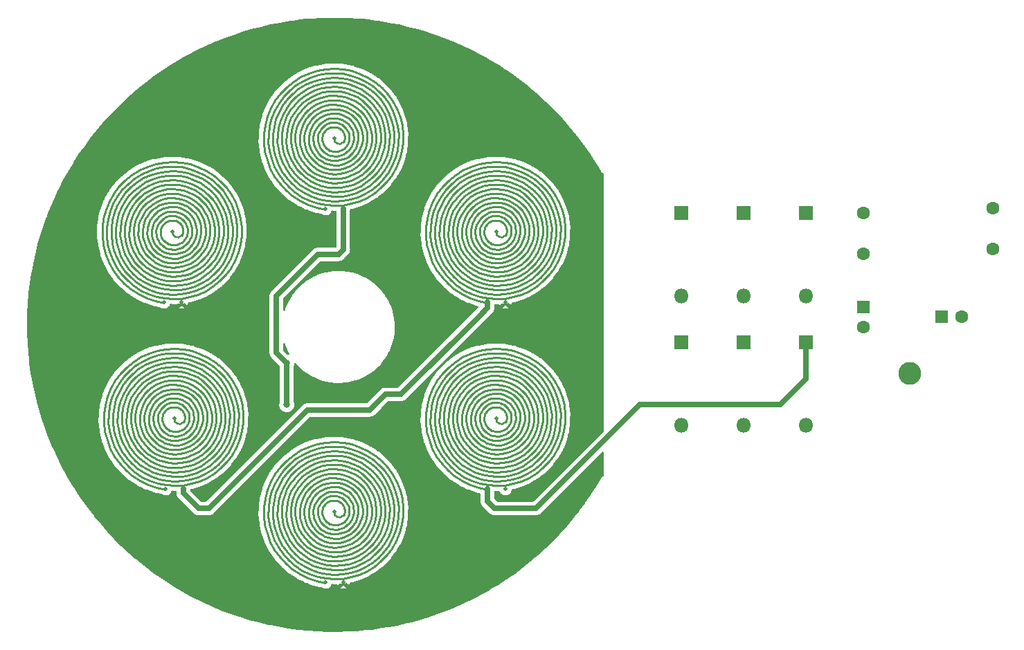
<source format=gbr>
%TF.GenerationSoftware,KiCad,Pcbnew,6.0.6-3a73a75311~116~ubuntu20.04.1*%
%TF.CreationDate,2022-07-28T19:13:06-04:00*%
%TF.ProjectId,pcb_coil_test,7063625f-636f-4696-9c5f-746573742e6b,rev?*%
%TF.SameCoordinates,Original*%
%TF.FileFunction,Copper,L2,Bot*%
%TF.FilePolarity,Positive*%
%FSLAX46Y46*%
G04 Gerber Fmt 4.6, Leading zero omitted, Abs format (unit mm)*
G04 Created by KiCad (PCBNEW 6.0.6-3a73a75311~116~ubuntu20.04.1) date 2022-07-28 19:13:06*
%MOMM*%
%LPD*%
G01*
G04 APERTURE LIST*
%TA.AperFunction,EtchedComponent*%
%ADD10C,0.254000*%
%TD*%
%TA.AperFunction,EtchedComponent*%
%ADD11C,0.250000*%
%TD*%
%TA.AperFunction,ComponentPad*%
%ADD12C,2.800000*%
%TD*%
%TA.AperFunction,ComponentPad*%
%ADD13R,1.800000X1.800000*%
%TD*%
%TA.AperFunction,ComponentPad*%
%ADD14O,1.800000X1.800000*%
%TD*%
%TA.AperFunction,ComponentPad*%
%ADD15C,1.600000*%
%TD*%
%TA.AperFunction,ComponentPad*%
%ADD16R,1.600000X1.600000*%
%TD*%
%TA.AperFunction,ComponentPad*%
%ADD17C,0.508000*%
%TD*%
%TA.AperFunction,ViaPad*%
%ADD18C,0.800000*%
%TD*%
%TA.AperFunction,Conductor*%
%ADD19C,0.635000*%
%TD*%
G04 APERTURE END LIST*
D10*
%TO.C,L2*%
X227533200Y-112776000D02*
G75*
G03*
X228673781Y-113253671I632725J-89755D01*
G01*
D11*
X233715108Y-109890920D02*
X233314454Y-109139344D01*
X220041912Y-112301492D02*
X220030934Y-113251199D01*
X228194036Y-110400066D02*
X227892821Y-110331429D01*
X222786486Y-112474166D02*
X222775507Y-113078525D01*
X222199374Y-115309813D02*
X222550117Y-115970599D01*
X224872019Y-114497076D02*
X225100636Y-114830418D01*
X231569121Y-112525277D02*
X231517078Y-112025725D01*
X225166526Y-118881842D02*
X225948118Y-119147340D01*
X225033982Y-112289558D02*
X224982144Y-112612305D01*
X235411524Y-112283534D02*
X235298884Y-111304307D01*
X231770690Y-117234372D02*
X232304935Y-116681497D01*
X223014497Y-115675895D02*
X223405507Y-116232750D01*
X223324422Y-113043990D02*
X223380793Y-113577805D01*
X224676854Y-115181001D02*
X224993674Y-115534417D01*
X235064060Y-110345581D02*
X234710418Y-109422562D01*
X234243214Y-108549934D02*
X233669514Y-107741625D01*
X230305177Y-105903092D02*
X229425051Y-105605579D01*
X223365765Y-120448941D02*
X224356652Y-120927350D01*
X226142345Y-107161123D02*
X225445933Y-107375858D01*
X228820486Y-117591795D02*
X229418365Y-117409076D01*
X223692339Y-114607277D02*
X223943258Y-115086485D01*
X220711918Y-111465080D02*
X220590827Y-112336027D01*
X222767100Y-119405894D02*
X223630729Y-119966973D01*
X231921313Y-110023458D02*
X231550602Y-109494541D01*
X231550602Y-109494541D02*
X231115579Y-109015251D01*
X226105498Y-110086615D02*
X225773621Y-110284228D01*
X232396346Y-114339626D02*
X232565179Y-113726211D01*
X226635427Y-111050552D02*
X226420185Y-111174146D01*
X223556276Y-111467313D02*
X223413208Y-111980379D01*
X222766701Y-110509151D02*
X222510113Y-111127394D01*
X225220516Y-117075161D02*
X225773932Y-117347711D01*
X220590827Y-112336027D02*
X220579848Y-113216664D01*
X228758683Y-114026910D02*
X228914676Y-113876831D01*
X230908963Y-114886086D02*
X231157162Y-114457402D01*
X231350184Y-113999707D02*
X231484663Y-113520091D01*
X222358167Y-118340947D02*
X223090382Y-118960935D01*
X225674559Y-120212782D02*
X226620313Y-120404370D01*
X223943258Y-115086485D02*
X224253071Y-115531584D01*
X223630729Y-119966973D02*
X224559121Y-120415973D01*
X229431691Y-111247457D02*
X229233074Y-111019915D01*
X222079557Y-106914363D02*
X221379827Y-107643462D01*
X230460313Y-112956962D02*
X230471291Y-112594347D01*
X231517078Y-112025725D02*
X231402492Y-111535297D01*
X231492079Y-108614318D02*
X230946132Y-108148423D01*
X220776184Y-108455629D02*
X220278426Y-109338258D01*
X222134160Y-117284500D02*
X222734668Y-117940014D01*
X224964058Y-119393219D02*
X225811338Y-119680061D01*
X223762011Y-110977508D02*
X223556276Y-111467313D01*
X225595227Y-105030240D02*
X224636059Y-105330350D01*
X225850870Y-108398612D02*
X225310604Y-108640709D01*
X232971735Y-111025419D02*
X232719798Y-110359277D01*
X233494816Y-110855459D02*
X233217453Y-110125098D01*
X227236580Y-111422889D02*
X227065681Y-111466875D01*
X226552683Y-108759286D02*
X226053338Y-108909989D01*
X225185303Y-113904741D02*
X225336399Y-114202371D01*
X230507645Y-105391715D02*
X229561831Y-105072858D01*
X228490179Y-111127667D02*
X228280492Y-111016863D01*
X229362484Y-112887893D02*
X229373462Y-112663417D01*
X226545339Y-114665317D02*
X226786274Y-114790826D01*
X233576281Y-117733246D02*
X234159626Y-116949019D01*
X221688656Y-112405096D02*
X221677678Y-113147594D01*
X226963021Y-110357448D02*
X226660744Y-110444121D01*
X224346303Y-110097544D02*
X224026846Y-110518562D01*
X234302716Y-113198706D02*
X234313694Y-112352604D01*
X231484663Y-113520091D02*
X231558142Y-113026032D01*
X229762241Y-114577998D02*
X229980203Y-114296676D01*
X225485481Y-116593192D02*
X225976400Y-116836334D01*
X226015410Y-115629255D02*
X226381337Y-115813580D01*
X220171660Y-111362021D02*
X220041912Y-112301492D01*
X234093296Y-107391042D02*
X233374584Y-106609654D01*
X219894708Y-110277598D02*
X219631402Y-111258961D01*
X221710378Y-117635083D02*
X222358167Y-118340947D01*
X231495711Y-118160008D02*
X232147191Y-117635305D01*
X229094045Y-118657237D02*
X229823302Y-118431830D01*
X228584126Y-111948624D02*
X228480072Y-111821780D01*
X225520081Y-112905851D02*
X225541825Y-113165566D01*
X225045640Y-108158740D02*
X224480494Y-108504390D01*
X228481511Y-119880533D02*
X229367604Y-119722678D01*
X232597594Y-111819606D02*
X232448654Y-111195378D01*
X228482960Y-110505486D02*
X228194036Y-110400066D01*
X223884315Y-112543236D02*
X223873337Y-113009455D01*
X228168554Y-108148777D02*
X227584000Y-108101000D01*
X229166543Y-113520688D02*
X229257859Y-113319870D01*
X221621356Y-116560009D02*
X222134160Y-117284500D01*
X222456058Y-107315296D02*
X221803610Y-107994045D01*
X224617173Y-115935350D02*
X225030073Y-116291179D01*
X228604375Y-108801903D02*
X228099621Y-108694440D01*
X230946132Y-108148423D02*
X230344930Y-107753886D01*
X219598987Y-114299223D02*
X219842400Y-115291398D01*
X232728717Y-117032080D02*
X233230865Y-116359610D01*
X225524418Y-114479834D02*
X225746676Y-114732552D01*
X231818993Y-118604967D02*
X232523692Y-118036238D01*
X222864084Y-106279594D02*
X222079557Y-106914363D01*
X233230865Y-116359610D02*
X233645436Y-115628295D01*
X226053338Y-108909989D02*
X225575569Y-109122677D01*
X226499677Y-113930686D02*
X226646483Y-114066382D01*
X231049736Y-119080150D02*
X231818993Y-118604967D01*
X222443818Y-119850854D02*
X223365765Y-120448941D01*
X220940870Y-110617516D02*
X220711918Y-111465080D01*
X234017897Y-110685500D02*
X233715108Y-109890920D01*
X227584000Y-104251000D02*
X226514156Y-104307309D01*
X232024921Y-113623151D02*
X232107057Y-113060567D01*
X222237571Y-112439631D02*
X222226593Y-113113060D01*
X229236214Y-111998527D02*
X229135030Y-111791686D01*
X231402492Y-111535297D02*
X231226834Y-111061813D01*
X225840533Y-109604646D02*
X225450340Y-109839268D01*
X227171779Y-116039065D02*
X227584000Y-116076000D01*
X233152499Y-117382663D02*
X233695246Y-116654314D01*
X227584000Y-111401000D02*
X227410288Y-111400929D01*
X225537780Y-120745502D02*
X226551379Y-120950033D01*
X224240672Y-116336283D02*
X224706791Y-116736138D01*
X232666950Y-112456208D02*
X232597594Y-111819606D01*
X225468065Y-110522758D02*
X225193868Y-110798711D01*
X229020108Y-110163730D02*
X228685429Y-109994109D01*
X230944405Y-113417031D02*
X231009228Y-112991497D01*
X229515822Y-114001972D02*
X229664197Y-113754867D01*
X229599411Y-111496981D02*
X229431691Y-111247457D01*
X226180613Y-113436384D02*
X226265160Y-113612961D01*
X222540803Y-105834634D02*
X221703056Y-106513431D01*
X232142275Y-119049927D02*
X232900193Y-118437170D01*
X224461309Y-113371685D02*
X224550130Y-113761764D01*
X229232738Y-115045293D02*
X229511685Y-114828776D01*
X224690587Y-118039098D02*
X225368995Y-118370465D01*
X227042353Y-114885574D02*
X227309646Y-114947739D01*
X232304935Y-116681497D02*
X232766485Y-116064905D01*
X224425623Y-118521067D02*
X225166526Y-118881842D01*
X232222143Y-110593455D02*
X231921313Y-110023458D01*
X227033912Y-117130391D02*
X227584000Y-117176000D01*
X230710114Y-104880338D02*
X229698610Y-104540137D01*
X223405507Y-116232750D02*
X223864171Y-116737216D01*
X227823888Y-110877092D02*
X227584000Y-110851000D01*
X225773932Y-117347711D02*
X226358456Y-117549178D01*
X223090382Y-118960935D02*
X223895694Y-119485004D01*
X228741154Y-108269183D02*
X228168554Y-108148777D01*
X229976286Y-109483301D02*
X229550037Y-109199792D01*
X234185953Y-114035390D02*
X234302716Y-113198706D01*
X223873337Y-113009455D02*
X223921051Y-113474745D01*
X229151492Y-106671020D02*
X228375354Y-106511788D01*
X229556020Y-115490252D02*
X229888186Y-115229708D01*
X228225214Y-111609636D02*
X228078023Y-111528240D01*
X220278426Y-109338258D02*
X219894708Y-110277598D01*
X223074957Y-109045795D02*
X222633705Y-109634448D01*
X227584000Y-117176000D02*
X228136845Y-117152218D01*
X226119373Y-113251886D02*
X226180613Y-113436384D01*
X227892821Y-110331429D02*
X227584000Y-110301000D01*
X224770086Y-110448128D02*
X224491227Y-110813266D01*
X229911398Y-112922427D02*
X229922377Y-112628882D01*
X221273736Y-109806615D02*
X220940870Y-110617516D01*
X221677678Y-113147594D02*
X221760019Y-113886984D01*
X232302104Y-115770200D02*
X232650127Y-115159938D01*
X223335400Y-112508701D02*
X223324422Y-113043990D01*
X225750446Y-116111223D02*
X226178869Y-116324957D01*
X232655972Y-113095101D02*
X232666950Y-112456208D01*
X231457370Y-115980330D02*
X231837724Y-115475495D01*
X222227392Y-108344628D02*
X221704945Y-109045038D01*
X224160658Y-119003035D02*
X224964058Y-119393219D01*
X225353355Y-115846219D02*
X225750446Y-116111223D01*
X228237487Y-107603114D02*
X227584000Y-107551000D01*
X230739078Y-109416184D02*
X230299568Y-109038341D01*
X220579848Y-113216664D02*
X220679503Y-114093103D01*
X226620313Y-120404370D02*
X227584000Y-120476000D01*
X220030934Y-113251199D02*
X220139245Y-114196163D01*
X229511685Y-114828776D02*
X229762241Y-114577998D01*
X227584000Y-116626000D02*
X228067912Y-116606555D01*
X229733869Y-111764348D02*
X229599411Y-111496981D01*
X227584000Y-110851000D02*
X227341355Y-110855266D01*
X230879411Y-111705256D02*
X230729179Y-111295991D01*
X221411643Y-114781520D02*
X221701719Y-115543991D01*
X227584000Y-107551000D02*
X226927755Y-107581287D01*
X223922521Y-109746961D02*
X223562466Y-110223857D01*
X221760019Y-113886984D02*
X221934724Y-114611561D01*
X226370462Y-110568583D02*
X226096903Y-110729187D01*
X230519807Y-118116213D02*
X231172429Y-117715049D01*
X227584000Y-106451000D02*
X226789889Y-106489961D01*
X224636059Y-105330350D02*
X223720817Y-105748897D01*
X235208073Y-109188384D02*
X234707595Y-108255229D01*
X225445933Y-107375858D02*
X224780675Y-107676771D01*
X230186023Y-114928581D02*
X230444583Y-114591381D01*
X221379827Y-107643462D02*
X220776184Y-108455629D01*
X227584000Y-114976000D02*
X227861112Y-114969566D01*
X228957266Y-118124516D02*
X229620833Y-117920453D01*
X221240564Y-108750333D02*
X220776081Y-109572437D01*
X223562466Y-110223857D02*
X223264356Y-110743330D01*
X226900392Y-111532521D02*
X226743467Y-111619106D01*
X228078023Y-111528240D02*
X227920477Y-111465507D01*
X234218368Y-111510427D02*
X234017897Y-110685500D01*
X222981724Y-116583333D02*
X223487670Y-117138148D01*
X231139824Y-106307980D02*
X230305177Y-105903092D01*
X221286595Y-117985666D02*
X221981666Y-118741879D01*
X229495303Y-107948600D02*
X228877933Y-107736462D01*
X230436562Y-112231845D02*
X230356330Y-111875215D01*
X233204887Y-113129636D02*
X233215865Y-112421673D01*
X223895694Y-119485004D02*
X224761589Y-119904596D01*
X232998083Y-107010587D02*
X232239259Y-106368585D01*
X232239259Y-106368585D02*
X231404788Y-105826012D01*
X230102708Y-106414469D02*
X229288272Y-106138300D01*
X228683158Y-111263138D02*
X228490179Y-111127667D01*
X229780941Y-113489829D02*
X229863889Y-113210912D01*
X230659507Y-114223224D02*
X230827103Y-113829748D01*
X223985782Y-106230865D02*
X223187366Y-106724553D01*
X223098086Y-109929152D02*
X222766701Y-110509151D01*
X219842400Y-115291398D02*
X220208755Y-116246527D01*
X225648401Y-107887235D02*
X225045640Y-108158740D01*
X224838527Y-105841727D02*
X223985782Y-106230865D01*
X222510113Y-111127394D02*
X222332692Y-111774259D01*
X229724913Y-116670307D02*
X230202583Y-116380171D01*
X229550037Y-109199792D02*
X229090366Y-108971355D01*
X221463951Y-110787476D02*
X221252176Y-111568140D01*
X229135184Y-114427843D02*
X229338459Y-114227414D01*
X222557942Y-116933917D02*
X223111169Y-117539081D01*
X226826242Y-109824727D02*
X226458275Y-109932744D01*
X225574240Y-112392618D02*
X225531059Y-112646840D01*
X219371627Y-110107638D02*
X219091144Y-111155901D01*
X233753801Y-113164171D02*
X233764780Y-112387138D01*
X226005565Y-106628403D02*
X225243464Y-106864481D01*
X228412578Y-119334870D02*
X229230824Y-119189958D01*
X229285072Y-109681761D02*
X228887897Y-109482732D01*
X229896304Y-112334904D02*
X229833249Y-112045175D01*
X227584000Y-117726000D02*
X228205778Y-117697881D01*
X229215896Y-116897699D02*
X229724913Y-116670307D01*
X232562541Y-105923626D02*
X231669753Y-105344043D01*
X226280375Y-115147286D02*
X226583806Y-115302203D01*
X235298884Y-111304307D02*
X235064060Y-110345581D01*
X227378579Y-114402076D02*
X227584000Y-114426000D01*
X228887897Y-109482732D02*
X228467595Y-109334624D01*
X231394189Y-116833439D02*
X231881152Y-116330914D01*
X227341355Y-110855266D02*
X227099801Y-110890169D01*
X223962061Y-108919027D02*
X223498739Y-109396378D01*
X229310168Y-112215134D02*
X229236214Y-111998527D01*
X228930020Y-115224401D02*
X229232738Y-115045293D01*
X228274711Y-118243544D02*
X228957266Y-118124516D01*
X223033195Y-111297354D02*
X222872950Y-111877319D01*
X227584000Y-109751000D02*
X227203488Y-109763940D01*
X223585560Y-108518094D02*
X223074957Y-109045795D01*
X229329722Y-110373220D02*
X229020108Y-110163730D01*
X221703056Y-106513431D02*
X220956045Y-107292879D01*
X224515711Y-107194803D02*
X223833930Y-107614472D01*
X227584000Y-105901000D02*
X226720955Y-105944298D01*
X234640746Y-116096653D02*
X235011751Y-115189423D01*
X229922377Y-112628882D02*
X229896304Y-112334904D01*
X232057336Y-111922665D02*
X231925573Y-111365337D01*
X226495236Y-117016457D02*
X227033912Y-117130391D01*
X225040996Y-106353104D02*
X224250746Y-106712834D01*
X230356330Y-111875215D02*
X230231524Y-111530170D01*
X224993674Y-115534417D02*
X225353355Y-115846219D01*
X226988743Y-114279449D02*
X227179133Y-114352853D01*
X223413208Y-111980379D02*
X223335400Y-112508701D01*
X219631402Y-111258961D02*
X219492997Y-112266957D01*
X224706791Y-116736138D02*
X225220516Y-117075161D01*
X227754955Y-111422756D02*
X227584000Y-111401000D01*
X229879301Y-115935211D02*
X230264686Y-115630641D01*
X234159626Y-116949019D02*
X234640746Y-116096653D01*
X229233074Y-111019915D02*
X229006440Y-110818179D01*
X222226593Y-113113060D02*
X222300277Y-113783924D01*
X226551379Y-120950033D02*
X227584000Y-121026000D01*
X229135030Y-111791686D02*
X229007908Y-111598040D01*
X225127058Y-109394309D02*
X224715063Y-109720892D01*
X228813569Y-112853358D02*
X228824547Y-112697951D01*
X230063791Y-111202277D02*
X229855473Y-110896874D01*
X230992552Y-110612867D02*
X230703038Y-110195708D01*
X226720955Y-105944298D02*
X225868786Y-106095682D01*
X224715063Y-109720892D02*
X224346303Y-110097544D01*
X220692595Y-117149418D02*
X221286595Y-117985666D01*
X225450340Y-109839268D02*
X225091564Y-110121825D01*
X228205778Y-117697881D02*
X228820486Y-117591795D01*
X229292834Y-108459978D02*
X228741154Y-108269183D01*
X220862813Y-118336249D02*
X221605166Y-119142812D01*
X228619378Y-120971860D02*
X229641163Y-120788120D01*
X230231524Y-111530170D02*
X230063791Y-111202277D01*
X227099801Y-110890169D02*
X226863212Y-110955498D01*
X226465215Y-111850460D02*
X226348748Y-111992085D01*
X220776081Y-109572437D02*
X220417789Y-110447557D01*
X229356046Y-112437964D02*
X229310168Y-112215134D01*
X230609895Y-107271918D02*
X229900240Y-106925846D01*
X226068995Y-112871316D02*
X226082083Y-113062506D01*
X221771391Y-110040794D02*
X221463951Y-110787476D01*
X224971166Y-112940386D02*
X225001567Y-113268625D01*
X230264686Y-115630641D02*
X230609806Y-115279164D01*
X228810959Y-115874945D02*
X229194984Y-115706370D01*
X229833249Y-112045175D02*
X229733869Y-111764348D01*
X226255807Y-109421366D02*
X225840533Y-109604646D01*
X228136589Y-114928192D02*
X228406022Y-114852191D01*
X231669753Y-105344043D02*
X230710114Y-104880338D01*
X231724489Y-110827634D02*
X231456932Y-110318162D01*
X223498739Y-109396378D02*
X223098086Y-109929152D01*
X231404788Y-105826012D02*
X230507645Y-105391715D01*
X227584000Y-105351000D02*
X226652022Y-105398635D01*
X227998978Y-116060892D02*
X228410148Y-115993633D01*
X227584000Y-110301000D02*
X227272422Y-110309603D01*
X229823302Y-118431830D02*
X230519807Y-118116213D01*
X233442508Y-114679545D02*
X233645695Y-113932330D01*
X225193868Y-110798711D02*
X224955607Y-111107971D01*
X228375354Y-106511788D02*
X227584000Y-106451000D01*
X234143091Y-115862474D02*
X234488670Y-115019463D01*
X228067912Y-116606555D02*
X228546927Y-116526354D01*
X226810304Y-114183349D02*
X226988743Y-114279449D01*
X231009228Y-112991497D02*
X231020206Y-112559812D01*
X220888562Y-114951480D02*
X221204064Y-115778170D01*
X231269414Y-107703463D02*
X230609895Y-107271918D01*
X225073211Y-113591805D02*
X225185303Y-113904741D01*
X233965589Y-114849504D02*
X234185953Y-114035390D01*
X226371983Y-113778668D02*
X226499677Y-113930686D01*
X230344930Y-107753886D02*
X229697771Y-107437223D01*
X228738559Y-112232706D02*
X228670650Y-112086391D01*
X233695246Y-116654314D02*
X234143091Y-115862474D01*
X219482019Y-113285733D02*
X219598987Y-114299223D01*
X226743467Y-111619106D02*
X226597568Y-111725556D01*
X228824547Y-112697951D02*
X228815788Y-112541024D01*
X232107057Y-113060567D02*
X232118035Y-112490743D01*
X226996688Y-108126951D02*
X226415904Y-108226565D01*
X231456932Y-110318162D02*
X231126820Y-109845124D01*
X227930045Y-115515229D02*
X228273368Y-115460913D01*
X225336399Y-114202371D02*
X225524418Y-114479834D01*
X230609806Y-115279164D02*
X230908963Y-114886086D01*
X231974384Y-109143958D02*
X231492079Y-108614318D01*
X230279255Y-110546291D02*
X229986076Y-110218049D01*
X232398167Y-108793375D02*
X231868580Y-108213385D01*
X227792179Y-114423903D02*
X227999809Y-114395471D01*
X231837724Y-115475495D02*
X232152472Y-114925760D01*
X229609575Y-110618982D02*
X229329722Y-110373220D01*
X232152472Y-114925760D02*
X232396346Y-114339626D01*
X232766485Y-116064905D02*
X233147782Y-115394117D01*
X230444583Y-114591381D02*
X230659507Y-114223224D01*
X230362577Y-109817116D02*
X229976286Y-109483301D01*
X235011751Y-115189423D02*
X235266469Y-114241509D01*
X234488670Y-115019463D02*
X234726211Y-114138450D01*
X226758179Y-119313044D02*
X227584000Y-119376000D01*
X222169325Y-109339743D02*
X221771391Y-110040794D01*
X231033588Y-115629747D02*
X231373344Y-115180791D01*
X230430707Y-119965962D02*
X231314700Y-119562119D01*
X228734778Y-113149911D02*
X228783373Y-113004793D01*
X235806727Y-114344569D02*
X235949460Y-113302310D01*
X223864171Y-116737216D02*
X224383509Y-117181098D01*
X225732006Y-105562961D02*
X224838527Y-105841727D01*
X226084897Y-118614619D02*
X226827113Y-118767381D01*
X225999919Y-114956301D02*
X226280375Y-115147286D01*
X227584000Y-121026000D02*
X228619378Y-120971860D01*
X233669514Y-107741625D02*
X232998083Y-107010587D01*
X224493724Y-112186498D02*
X224433230Y-112577770D01*
X234540978Y-110515541D02*
X234212763Y-109656741D01*
X231020206Y-112559812D02*
X230976820Y-112128785D01*
X229288272Y-106138300D02*
X228444287Y-105966125D01*
X228755143Y-110645698D02*
X228482960Y-110505486D01*
X224027049Y-113931724D02*
X224189994Y-114373098D01*
X220228215Y-117444123D02*
X220862813Y-118336249D01*
X235587141Y-110175622D02*
X235208073Y-109188384D01*
X233245731Y-108092209D02*
X232621582Y-107411520D01*
X226927755Y-107581287D02*
X226279124Y-107693844D01*
X235138401Y-116330831D02*
X235534832Y-115359382D01*
X226905574Y-115418295D02*
X227240712Y-115493402D01*
X226964979Y-117676055D02*
X227584000Y-117726000D01*
X226348748Y-111992085D02*
X226250285Y-112148401D01*
X218933104Y-113320268D02*
X219058729Y-114402282D01*
X230254842Y-117634244D02*
X230849147Y-117270089D01*
X226221067Y-111324623D02*
X226041432Y-111499877D01*
X227410288Y-111400929D02*
X227236580Y-111422889D01*
X227584000Y-118826000D02*
X228343645Y-118789207D01*
X221219761Y-113990044D02*
X221411643Y-114781520D01*
X227272422Y-110309603D02*
X226963021Y-110357448D01*
X230202583Y-116380171D02*
X230641187Y-116031574D01*
X231126820Y-109845124D02*
X230739078Y-109416184D01*
X228546927Y-116526354D02*
X229013428Y-116386322D01*
X230404147Y-113313972D02*
X230460313Y-112956962D01*
X231172429Y-117715049D02*
X231770690Y-117234372D01*
X233764780Y-112387138D02*
X233678110Y-111613486D01*
X224259665Y-111211687D02*
X224079357Y-111637272D01*
X225030073Y-116291179D02*
X225485481Y-116593192D01*
X229257859Y-113319870D02*
X229323631Y-113107852D01*
X228783373Y-113004793D02*
X228813569Y-112853358D01*
X226632015Y-116483736D02*
X227102846Y-116584728D01*
X229323631Y-113107852D02*
X229362484Y-112887893D01*
X224955552Y-117557129D02*
X225571463Y-117859088D01*
X221792434Y-111671200D02*
X221688656Y-112405096D01*
X223194684Y-114841455D02*
X223478878Y-115381190D01*
X230784771Y-118598182D02*
X231495711Y-118160008D01*
X224687649Y-114138920D02*
X224872019Y-114497076D01*
X226863212Y-110955498D02*
X226635427Y-111050552D01*
X223455853Y-105266928D02*
X222540803Y-105834634D01*
X222697029Y-115075634D02*
X223014497Y-115675895D01*
X226786274Y-114790826D02*
X227042353Y-114885574D01*
X233645436Y-115628295D02*
X233965589Y-114849504D01*
X226096903Y-110729187D02*
X225844566Y-110923691D01*
X226420185Y-111174146D02*
X226221067Y-111324623D01*
X220417789Y-110447557D02*
X220171660Y-111362021D01*
X231017688Y-116432507D02*
X231457370Y-115980330D01*
X225541825Y-113165566D02*
X225596292Y-113421846D01*
X231373344Y-115180791D02*
X231654817Y-114691581D01*
X230079966Y-108235855D02*
X229495303Y-107948600D01*
X228306421Y-107057451D02*
X227584000Y-107001000D01*
X231157162Y-114457402D02*
X231350184Y-113999707D01*
X224559121Y-120415973D02*
X225537780Y-120745502D01*
X225401000Y-121278223D02*
X226482446Y-121495696D01*
X229051442Y-113707267D02*
X229166543Y-113520688D01*
X229006440Y-110818179D02*
X228755143Y-110645698D01*
X225596292Y-113421846D02*
X225682958Y-113670562D01*
X235266469Y-114241509D02*
X235400545Y-113267775D01*
X227861112Y-114969566D02*
X228136589Y-114928192D01*
X227134555Y-109218277D02*
X226689462Y-109292006D01*
X223921051Y-113474745D02*
X224027049Y-113931724D01*
X233778834Y-108844639D02*
X233245731Y-108092209D01*
X229653004Y-109928260D02*
X229285072Y-109681761D01*
X229007908Y-111598040D02*
X228856573Y-111420847D01*
X227584000Y-108651000D02*
X227065622Y-108672614D01*
X224422251Y-112974920D02*
X224461309Y-113371685D01*
X224803776Y-108949350D02*
X224338562Y-109319960D01*
X224356652Y-120927350D02*
X225401000Y-121278223D01*
X234313694Y-112352604D02*
X234218368Y-111510427D01*
X228670650Y-112086391D02*
X228584126Y-111948624D01*
X229986076Y-110218049D02*
X229653004Y-109928260D01*
X225091564Y-110121825D02*
X224770086Y-110448128D01*
X219058729Y-114402282D02*
X219319319Y-115461358D01*
X226079974Y-112681375D02*
X226068995Y-112871316D01*
X229863889Y-113210912D02*
X229911398Y-112922427D01*
X232919427Y-114509585D02*
X233105437Y-113829270D01*
X232118035Y-112490743D02*
X232057336Y-111922665D01*
X233217453Y-110125098D02*
X232850073Y-109434048D01*
X218944083Y-112232422D02*
X218933104Y-113320268D01*
X225948200Y-114129251D02*
X226123176Y-114331619D01*
X226265160Y-113612961D02*
X226371983Y-113778668D01*
X224955607Y-111107971D02*
X224757320Y-111445865D01*
X224602438Y-111807232D02*
X224493724Y-112186498D01*
X228400091Y-114260464D02*
X228586174Y-114155374D01*
X233105437Y-113829270D02*
X233204887Y-113129636D01*
X228406022Y-114852191D02*
X228665055Y-114742432D01*
X228877933Y-107736462D02*
X228237487Y-107603114D01*
X226597568Y-111725556D02*
X226465215Y-111850460D01*
X224982144Y-112612305D02*
X224971166Y-112940386D01*
X226358456Y-117549178D02*
X226964979Y-117676055D01*
X231226834Y-111061813D02*
X230992552Y-110612867D01*
X228343645Y-118789207D02*
X229094045Y-118657237D01*
X229900240Y-106925846D02*
X229151492Y-106671020D01*
X226221677Y-118081899D02*
X226896046Y-118221718D01*
X228668888Y-113286509D02*
X228734778Y-113149911D01*
X222633705Y-109634448D02*
X222269046Y-110274972D01*
X231881152Y-116330914D02*
X232302104Y-115770200D01*
X229367604Y-119722678D02*
X230228239Y-119454584D01*
X227961754Y-109785766D02*
X227584000Y-109751000D01*
X233374584Y-106609654D02*
X232562541Y-105923626D01*
X232621582Y-107411520D02*
X231915977Y-106813545D01*
X221934724Y-114611561D02*
X222199374Y-115309813D01*
X229888186Y-115229708D02*
X230186023Y-114928581D01*
X232245081Y-107812453D02*
X231592695Y-107258504D01*
X225254975Y-111680044D02*
X225125519Y-111977191D01*
X223487670Y-117138148D02*
X224060227Y-117626057D01*
X221704945Y-109045038D02*
X221273736Y-109806615D01*
X226279124Y-107693844D02*
X225648401Y-107887235D01*
X227584000Y-107001000D02*
X226858822Y-107035624D01*
X225575569Y-109122677D02*
X225127058Y-109394309D01*
X229459949Y-116188338D02*
X229879301Y-115935211D01*
X225368995Y-118370465D02*
X226084897Y-118614619D01*
X229194984Y-115706370D02*
X229556020Y-115490252D01*
X219091144Y-111155901D02*
X218944083Y-112232422D01*
X222651174Y-108695212D02*
X222169325Y-109339743D01*
X229641163Y-120788120D02*
X230633176Y-120477339D01*
X232719798Y-110359277D02*
X232385693Y-109728753D01*
X222775507Y-113078525D02*
X222840535Y-113680864D01*
X234862609Y-112318069D02*
X234758626Y-111407367D01*
X226178869Y-116324957D02*
X226632015Y-116483736D01*
X229418365Y-117409076D02*
X229989878Y-117152276D01*
X226858822Y-107035624D02*
X226142345Y-107161123D01*
X226415904Y-108226565D02*
X225850870Y-108398612D01*
X223720817Y-105748897D02*
X222864084Y-106279594D01*
X229815001Y-108717824D02*
X229292834Y-108459978D01*
X232650127Y-115159938D02*
X232919427Y-114509585D01*
X226381337Y-115813580D02*
X226768795Y-115951016D01*
X228480072Y-111821780D02*
X228359877Y-111708098D01*
X228586174Y-114155374D02*
X228758683Y-114026910D01*
X226458275Y-109932744D02*
X226105498Y-110086615D01*
X228099621Y-108694440D02*
X227584000Y-108651000D01*
X230703038Y-110195708D02*
X230362577Y-109817116D01*
X225844566Y-110923691D02*
X225617650Y-111149294D01*
X229664197Y-113754867D02*
X229780941Y-113489829D01*
X221701719Y-115543991D02*
X222085737Y-116265304D01*
X221139741Y-112370562D02*
X221128763Y-113182129D01*
X227065681Y-111466875D02*
X226900392Y-111532521D01*
X229230824Y-119189958D02*
X230025770Y-118943207D01*
X232465557Y-119494886D02*
X233276694Y-118838103D01*
X223209059Y-108117162D02*
X222651174Y-108695212D01*
X222085737Y-116265304D02*
X222557942Y-116933917D01*
X234710418Y-109422562D02*
X234243214Y-108549934D01*
X229980203Y-114296676D02*
X230161852Y-113989045D01*
X223380793Y-113577805D02*
X223503968Y-114101683D01*
X233276694Y-118838103D02*
X234000064Y-118083830D01*
X220365481Y-115121439D02*
X220706410Y-116012348D01*
X225773621Y-110284228D02*
X225468065Y-110522758D01*
X232821949Y-108442792D02*
X232245081Y-107812453D01*
X225617650Y-111149294D02*
X225419988Y-111402676D01*
X225419988Y-111402676D02*
X225254975Y-111680044D01*
X224433590Y-104818973D02*
X223455853Y-105266928D01*
X232523692Y-118036238D02*
X233152499Y-117382663D01*
X224433230Y-112577770D02*
X224422251Y-112974920D01*
X229338459Y-114227414D02*
X229515822Y-114001972D01*
X224338562Y-109319960D02*
X223922521Y-109746961D01*
X226689246Y-119858707D02*
X227584000Y-119926000D01*
X230299568Y-109038341D02*
X229815001Y-108717824D01*
X219780771Y-109104079D02*
X219371627Y-110107638D01*
X228057257Y-110932786D02*
X227823888Y-110877092D01*
X226652022Y-105398635D02*
X225732006Y-105562961D01*
X222332692Y-111774259D02*
X222237571Y-112439631D01*
X231654817Y-114691581D02*
X231873265Y-114169667D01*
X227584000Y-115526000D02*
X227930045Y-115515229D01*
X229014713Y-107203741D02*
X228306421Y-107057451D01*
X232850073Y-109434048D02*
X232398167Y-108793375D01*
X222832559Y-107716229D02*
X222227392Y-108344628D01*
X228203554Y-114340814D02*
X228400091Y-114260464D01*
X230849147Y-117270089D02*
X231394189Y-116833439D01*
X223478878Y-115381190D02*
X223829289Y-115882167D01*
X226660744Y-110444121D02*
X226370462Y-110568583D01*
X231873265Y-114169667D02*
X232024921Y-113623151D01*
X235534832Y-115359382D02*
X235806727Y-114344569D01*
X230827103Y-113829748D02*
X230944405Y-113417031D01*
X234758626Y-111407367D02*
X234540978Y-110515541D01*
X233314454Y-109139344D02*
X232821949Y-108442792D01*
X223264356Y-110743330D02*
X223033195Y-111297354D01*
X225648600Y-112147150D02*
X225574240Y-112392618D01*
X232448654Y-111195378D02*
X232222143Y-110593455D01*
X229373462Y-112663417D02*
X229356046Y-112437964D01*
X225811338Y-119680061D02*
X226689246Y-119858707D01*
X224253071Y-115531584D02*
X224617173Y-115935350D01*
X223503968Y-114101683D02*
X223692339Y-114607277D01*
X222840535Y-113680864D02*
X222980886Y-114271642D01*
X225100636Y-114830418D02*
X225370175Y-115133485D01*
X231314700Y-119562119D02*
X232142275Y-119049927D01*
X226323201Y-114511341D02*
X226545339Y-114665317D01*
X225868786Y-106095682D02*
X225040996Y-106353104D01*
X222269046Y-110274972D02*
X221987032Y-110957435D01*
X232147191Y-117635305D02*
X232728717Y-117032080D01*
X231925573Y-111365337D02*
X231724489Y-110827634D01*
X228651087Y-104329135D02*
X227584000Y-104251000D01*
X228467595Y-109334624D02*
X228030688Y-109240103D01*
X227240712Y-115493402D02*
X227584000Y-115526000D01*
X225125519Y-111977191D02*
X225033982Y-112289558D01*
X219492997Y-112266957D02*
X219482019Y-113285733D01*
X229698610Y-104540137D02*
X228651087Y-104329135D01*
X232565179Y-113726211D02*
X232655972Y-113095101D01*
X220208755Y-116246527D02*
X220692595Y-117149418D01*
X226896046Y-118221718D02*
X227584000Y-118276000D01*
X225752630Y-111914223D02*
X225648600Y-112147150D01*
X228582154Y-104874799D02*
X227584000Y-104801000D01*
X227584000Y-118276000D02*
X228274711Y-118243544D01*
X227584000Y-109201000D02*
X227134555Y-109218277D01*
X228136845Y-117152218D02*
X228683707Y-117059075D01*
X234624006Y-117243724D02*
X235138401Y-116330831D01*
X229989878Y-117152276D02*
X230525865Y-116825130D01*
X221204064Y-115778170D02*
X221621356Y-116560009D01*
X232900193Y-118437170D02*
X233576281Y-117733246D01*
X228815788Y-112541024D02*
X228787086Y-112385094D01*
X224761589Y-119904596D02*
X225674559Y-120212782D01*
X228273368Y-115460913D02*
X228608491Y-115363568D01*
X223111169Y-117539081D02*
X223736946Y-118071016D01*
X229013428Y-116386322D02*
X229459949Y-116188338D01*
X226689462Y-109292006D02*
X226255807Y-109421366D01*
X228683707Y-117059075D02*
X229215896Y-116897699D01*
X227584000Y-114426000D02*
X227792179Y-114423903D01*
X226114498Y-112495678D02*
X226079974Y-112681375D01*
X225458448Y-104497520D02*
X224433590Y-104818973D01*
X230874859Y-106789949D02*
X230102708Y-106414469D01*
X230976820Y-112128785D02*
X230879411Y-111705256D01*
X226041432Y-111499877D02*
X225884368Y-111697381D01*
X219319319Y-115461358D02*
X219711100Y-116480706D01*
X225746676Y-114732552D02*
X225999919Y-114956301D01*
X229425051Y-105605579D02*
X228513221Y-105420462D01*
X225976400Y-116836334D02*
X226495236Y-117016457D01*
X224480494Y-108504390D02*
X223962061Y-108919027D01*
X233645695Y-113932330D02*
X233753801Y-113164171D01*
X234707595Y-108255229D02*
X234093296Y-107391042D01*
X222457805Y-114441602D02*
X222697029Y-115075634D01*
X224189994Y-114373098D02*
X224407638Y-114791780D01*
X224250746Y-106712834D02*
X223510648Y-107169512D01*
X227065622Y-108672614D02*
X226552683Y-108759286D01*
X234212763Y-109656741D02*
X233778834Y-108844639D01*
X225370175Y-115133485D02*
X225676637Y-115401260D01*
X225571463Y-117859088D02*
X226221677Y-118081899D01*
X225948118Y-119147340D02*
X226758179Y-119313044D01*
X227102846Y-116584728D02*
X227584000Y-116626000D01*
X228665055Y-114742432D02*
X228909456Y-114600333D01*
X227999809Y-114395471D02*
X228203554Y-114340814D01*
X228513221Y-105420462D02*
X227584000Y-105351000D01*
X223187366Y-106724553D02*
X222456058Y-107315296D01*
X233147782Y-115394117D02*
X233442508Y-114679545D01*
X229855473Y-110896874D02*
X229609575Y-110618982D01*
X231592695Y-107258504D02*
X230874859Y-106789949D01*
X223829289Y-115882167D02*
X224240672Y-116336283D01*
X223953466Y-112083439D02*
X223884315Y-112543236D01*
X223510648Y-107169512D02*
X222832559Y-107716229D01*
X226250285Y-112148401D02*
X226171681Y-112317110D01*
X227309646Y-114947739D02*
X227584000Y-114976000D01*
X224060227Y-117626057D02*
X224690587Y-118039098D01*
X230622850Y-108593382D02*
X230079966Y-108235855D01*
X226646483Y-114066382D02*
X226810304Y-114183349D01*
X228787086Y-112385094D02*
X228738559Y-112232706D01*
X228550445Y-120426196D02*
X229504383Y-120255399D01*
X221981666Y-118741879D02*
X222767100Y-119405894D01*
X232385693Y-109728753D02*
X231974384Y-109143958D01*
X228914676Y-113876831D02*
X229051442Y-113707267D01*
X225676637Y-115401260D02*
X226015410Y-115629255D01*
X227584000Y-119376000D02*
X228412578Y-119334870D01*
X230228239Y-119454584D02*
X231049736Y-119080150D01*
X224079357Y-111637272D02*
X223953466Y-112083439D01*
X224026846Y-110518562D02*
X223762011Y-110977508D01*
X224491227Y-110813266D02*
X224259665Y-111211687D01*
X230161852Y-113989045D02*
X230304022Y-113659789D01*
X234851631Y-113233241D02*
X234862609Y-112318069D01*
X230471291Y-112594347D02*
X230436562Y-112231845D01*
X230528171Y-110907572D02*
X230279255Y-110546291D01*
X228444287Y-105966125D02*
X227584000Y-105901000D01*
X225800779Y-113907666D02*
X225948200Y-114129251D01*
X230525865Y-116825130D02*
X231017688Y-116432507D01*
X226583089Y-104852972D02*
X225595227Y-105030240D01*
X223413664Y-118515976D02*
X224160658Y-119003035D01*
X229697771Y-107437223D02*
X229014713Y-107203741D01*
X229620833Y-117920453D02*
X230254842Y-117634244D01*
X233137852Y-111716546D02*
X232971735Y-111025419D01*
X230025770Y-118943207D02*
X230784771Y-118598182D01*
X228359877Y-111708098D02*
X228225214Y-111609636D01*
X220956045Y-107292879D02*
X220311804Y-108160924D01*
X221252176Y-111568140D02*
X221139741Y-112370562D01*
X229504383Y-120255399D02*
X230430707Y-119965962D01*
X224383509Y-117181098D02*
X224955552Y-117557129D01*
X225310604Y-108640709D02*
X224803776Y-108949350D01*
X231915977Y-106813545D02*
X231139824Y-106307980D01*
X230304022Y-113659789D02*
X230404147Y-113313972D01*
X231558142Y-113026032D02*
X231569121Y-112525277D01*
X229090366Y-108971355D02*
X228604375Y-108801903D01*
X225243464Y-106864481D02*
X224515711Y-107194803D01*
X222550117Y-115970599D02*
X222981724Y-116583333D01*
X222980886Y-114271642D02*
X223194684Y-114841455D01*
X223736946Y-118071016D02*
X224425623Y-118521067D01*
X231868580Y-108213385D02*
X231269414Y-107703463D01*
X224157212Y-108059431D02*
X223585560Y-108518094D01*
X234000064Y-118083830D02*
X234624006Y-117243724D01*
X221156976Y-116854714D02*
X221710378Y-117635083D01*
X230641187Y-116031574D02*
X231033588Y-115629747D01*
X228856573Y-111420847D02*
X228683158Y-111263138D01*
X227584000Y-119926000D02*
X228481511Y-119880533D01*
X223833930Y-107614472D02*
X223209059Y-108117162D01*
X222872950Y-111877319D02*
X222786486Y-112474166D01*
X221128763Y-113182129D02*
X221219761Y-113990044D01*
X224757320Y-111445865D02*
X224602438Y-111807232D01*
X226514156Y-104307309D02*
X225458448Y-104497520D01*
X233678110Y-111613486D02*
X233494816Y-110855459D01*
X221803610Y-107994045D02*
X221240564Y-108750333D01*
X230729179Y-111295991D02*
X230528171Y-110907572D01*
X221987032Y-110957435D02*
X221792434Y-111671200D01*
X228685429Y-109994109D02*
X228330816Y-109867345D01*
X227584000Y-116076000D02*
X227998978Y-116060892D01*
X226827113Y-118767381D02*
X227584000Y-118826000D01*
X235960438Y-112248999D02*
X235839142Y-111201247D01*
X231579665Y-120044088D02*
X232465557Y-119494886D01*
X225884368Y-111697381D02*
X225752630Y-111914223D01*
X228330816Y-109867345D02*
X227961754Y-109785766D01*
X219711100Y-116480706D02*
X220228215Y-117444123D01*
X231115579Y-109015251D02*
X230622850Y-108593382D01*
X227584000Y-104801000D02*
X226583089Y-104852972D01*
X225531059Y-112646840D02*
X225520081Y-112905851D01*
X228608491Y-115363568D02*
X228930020Y-115224401D01*
X225682958Y-113670562D02*
X225800779Y-113907666D01*
X220706410Y-116012348D02*
X221156976Y-116854714D01*
X235400545Y-113267775D02*
X235411524Y-112283534D01*
X228410148Y-115993633D02*
X228810959Y-115874945D01*
X226789889Y-106489961D02*
X226005565Y-106628403D01*
X226171681Y-112317110D02*
X226114498Y-112495678D01*
X234726211Y-114138450D02*
X234851631Y-113233241D01*
X222300277Y-113783924D02*
X222457805Y-114441602D01*
X229561831Y-105072858D02*
X228582154Y-104874799D01*
X227203488Y-109763940D02*
X226826242Y-109824727D01*
X220679503Y-114093103D02*
X220888562Y-114951480D01*
X228030688Y-109240103D02*
X227584000Y-109201000D01*
X226082083Y-113062506D02*
X226119373Y-113251886D01*
X233215865Y-112421673D02*
X233137852Y-111716546D01*
X222734668Y-117940014D02*
X223413664Y-118515976D01*
X225001567Y-113268625D02*
X225073211Y-113591805D01*
X227920477Y-111465507D02*
X227754955Y-111422756D01*
X235839142Y-111201247D02*
X235587141Y-110175622D01*
X226768795Y-115951016D02*
X227171779Y-116039065D01*
X221605166Y-119142812D02*
X222443818Y-119850854D01*
X226583806Y-115302203D02*
X226905574Y-115418295D01*
X227179133Y-114352853D02*
X227378579Y-114402076D01*
X227584000Y-108101000D02*
X226996688Y-108126951D01*
X220311804Y-108160924D02*
X219780771Y-109104079D01*
X227584000Y-120476000D02*
X228550445Y-120426196D01*
X230633176Y-120477339D02*
X231579665Y-120044088D01*
X224780675Y-107676771D02*
X224157212Y-108059431D01*
X220139245Y-114196163D02*
X220365481Y-115121439D01*
X228909456Y-114600333D02*
X229135184Y-114427843D01*
X224550130Y-113761764D02*
X224687649Y-114138920D01*
X224407638Y-114791780D02*
X224676854Y-115181001D01*
X228280492Y-111016863D02*
X228057257Y-110932786D01*
X226123176Y-114331619D02*
X226323201Y-114511341D01*
X235949460Y-113302310D02*
X235960438Y-112248999D01*
%TO.C,L6*%
X216137460Y-101872310D02*
X216148438Y-100818999D01*
X206311176Y-102901619D02*
X206511201Y-103081341D01*
X208468492Y-99586863D02*
X208245257Y-99502786D01*
X204595638Y-103361780D02*
X204864854Y-103751001D01*
X204738130Y-102331764D02*
X204875649Y-102708920D01*
X209097456Y-103170333D02*
X209323184Y-102997843D01*
X200327245Y-102766163D02*
X200553481Y-103691439D01*
X204968675Y-96246771D02*
X204345212Y-96629431D01*
X210821176Y-109047339D02*
X211767665Y-108614088D01*
X207772000Y-109046000D02*
X208738445Y-108996196D01*
X200499804Y-96730924D02*
X199968771Y-97674079D01*
X207772000Y-96671000D02*
X207184688Y-96696951D01*
X207367133Y-102922853D02*
X207566579Y-102972076D01*
X206771806Y-103872203D02*
X207093574Y-103988295D01*
X201793166Y-107712812D02*
X202631818Y-108420854D01*
X206956795Y-104521016D02*
X207359779Y-104609065D01*
X216027142Y-99771247D02*
X215775141Y-98745622D01*
X208108477Y-100035507D02*
X207942955Y-99992756D01*
X205189567Y-101838625D02*
X205261211Y-102161805D01*
X202922668Y-106510014D02*
X203601664Y-107085976D01*
X213403865Y-100991673D02*
X213325852Y-100286546D01*
X206270083Y-101632506D02*
X206307373Y-101821886D01*
X208218688Y-97810103D02*
X207772000Y-97771000D01*
X200867503Y-102663103D02*
X201076562Y-103521480D01*
X207391488Y-98333940D02*
X207014242Y-98394727D01*
X209749831Y-93642858D02*
X208770154Y-93444799D01*
X202488277Y-102353924D02*
X202645805Y-103011602D01*
X214914211Y-102708450D02*
X215039631Y-101803241D01*
X206359681Y-100887110D02*
X206302498Y-101065678D01*
X206977889Y-95059961D02*
X206193565Y-95198403D01*
X208598148Y-104563633D02*
X208998959Y-104444945D01*
X215588545Y-101837775D02*
X215599524Y-100853534D01*
X200894410Y-104582348D02*
X201344976Y-105424714D01*
X205870958Y-102240562D02*
X205988779Y-102477666D01*
X208796491Y-103933568D02*
X209118020Y-103794401D01*
X205719059Y-101216840D02*
X205708081Y-101475851D01*
X207772000Y-93371000D02*
X206771089Y-93422972D01*
X211303579Y-97585251D02*
X210810850Y-97163382D01*
X199899100Y-105050706D02*
X200416215Y-106014123D01*
X208518816Y-98437345D02*
X208149754Y-98355766D01*
X206072368Y-100267381D02*
X205940630Y-100484223D01*
X211767665Y-108614088D02*
X212653557Y-108064886D01*
X216148438Y-100818999D02*
X216027142Y-99771247D01*
X207015113Y-107337381D02*
X207772000Y-107396000D01*
X207772000Y-104646000D02*
X208186978Y-104630892D01*
X208873429Y-98564109D02*
X208518816Y-98437345D01*
X202175032Y-99527435D02*
X201980434Y-100241200D01*
X210917179Y-99865991D02*
X210716171Y-99477572D01*
X201991610Y-96564045D02*
X201428564Y-97320333D01*
X213866110Y-100183486D02*
X213682816Y-99425459D01*
X206702156Y-92877309D02*
X205646448Y-93067520D01*
X204945320Y-100015865D02*
X204790438Y-100377232D01*
X201316763Y-101752129D02*
X201407761Y-102560044D01*
X203060950Y-100447319D02*
X202974486Y-101044166D01*
X204021930Y-96184472D02*
X203397059Y-96687162D01*
X207772000Y-108496000D02*
X208669511Y-108450533D01*
X209044573Y-99990847D02*
X208871158Y-99833138D01*
X210829187Y-104601574D02*
X211221588Y-104199747D01*
X201344976Y-105424714D02*
X201898378Y-106205083D01*
X214188064Y-106653830D02*
X214812006Y-105813724D01*
X204345212Y-96629431D02*
X203773560Y-97088094D01*
X212056580Y-96783385D02*
X211457414Y-96273463D01*
X203924946Y-106641016D02*
X204613623Y-107091067D01*
X203168886Y-102841642D02*
X203382684Y-103411455D01*
X202738117Y-104540599D02*
X203169724Y-105153333D01*
X205431464Y-95434481D02*
X204703711Y-95764803D01*
X209278366Y-97541355D02*
X208792375Y-97371903D01*
X211746142Y-101596032D02*
X211757121Y-101095277D01*
X210492022Y-102229789D02*
X210592147Y-101883972D01*
X212103977Y-95383545D02*
X211327824Y-94877980D01*
X205498604Y-97210709D02*
X204991776Y-97519350D01*
X204571509Y-105751098D02*
X205143552Y-106127129D01*
X209692383Y-108825399D02*
X210618707Y-108535962D01*
X201440176Y-100138140D02*
X201327741Y-100940562D01*
X201144045Y-95862879D02*
X200499804Y-96730924D01*
X208547877Y-100278098D02*
X208413214Y-100179636D01*
X210213770Y-107513207D02*
X210972771Y-107168182D01*
X213325852Y-100286546D02*
X213159735Y-99595419D01*
X209808833Y-106490453D02*
X210442842Y-106204244D01*
X209885771Y-96007223D02*
X209202713Y-95773741D01*
X203601664Y-107085976D02*
X204348658Y-107573035D01*
X206771089Y-93422972D02*
X205783227Y-93600240D01*
X210713865Y-105395130D02*
X211205688Y-105002507D01*
X205988779Y-102477666D02*
X206136200Y-102699251D01*
X208632287Y-94536125D02*
X207772000Y-94471000D01*
X210716171Y-99477572D02*
X210467255Y-99116291D01*
X210659291Y-101164347D02*
X210624562Y-100801845D01*
X215039631Y-101803241D02*
X215050609Y-100888069D01*
X210349852Y-102559045D02*
X210492022Y-102229789D01*
X204679227Y-99383266D02*
X204447665Y-99781687D01*
X204214846Y-99088562D02*
X203950011Y-99547508D01*
X204267357Y-100207272D02*
X204141466Y-100653439D01*
X210416239Y-108024584D02*
X211237736Y-107650150D01*
X207772000Y-107946000D02*
X208600578Y-107904870D01*
X205864637Y-103971260D02*
X206203410Y-104199255D01*
X209102676Y-102446831D02*
X209239442Y-102277267D01*
X212573693Y-98298753D02*
X212162384Y-97713958D01*
X202169666Y-107311879D02*
X202955100Y-107975894D01*
X208738445Y-108996196D02*
X209692383Y-108825399D01*
X208975086Y-100955094D02*
X208926559Y-100802706D01*
X206834483Y-102636382D02*
X206998304Y-102753349D01*
X210810850Y-97163382D02*
X210267966Y-96805855D01*
X204248227Y-106196057D02*
X204878587Y-106609098D01*
X207497646Y-103517739D02*
X207772000Y-103546000D01*
X206438285Y-100718401D02*
X206359681Y-100887110D01*
X203698648Y-95739512D02*
X203020559Y-96286229D01*
X204141466Y-100653439D02*
X204072315Y-101113236D01*
X204017289Y-104452167D02*
X204428672Y-104906283D01*
X211780695Y-95828504D02*
X211062859Y-95359949D01*
X210043473Y-99466874D02*
X209797575Y-99188982D01*
X213335782Y-103964117D02*
X213630508Y-103249545D01*
X203375366Y-95294553D02*
X202644058Y-95885296D01*
X208701221Y-93990462D02*
X207772000Y-93921000D01*
X208187809Y-102965471D02*
X208391554Y-102910814D01*
X208853055Y-103312432D02*
X209097456Y-103170333D01*
X207290846Y-105154728D02*
X207772000Y-105196000D01*
X206136118Y-107717340D02*
X206946179Y-107883044D01*
X205759463Y-106429088D02*
X206409677Y-106651899D01*
X205558175Y-103703485D02*
X205864637Y-103971260D01*
X214400763Y-98226741D02*
X213966834Y-97414639D01*
X207253622Y-97242614D02*
X206740683Y-97329286D01*
X204438746Y-95282834D02*
X203698648Y-95739512D01*
X204377994Y-102943098D02*
X204595638Y-103361780D01*
X202645805Y-103011602D02*
X202885029Y-103645634D01*
X214895595Y-96825229D02*
X214281296Y-95961042D01*
X213833695Y-102502330D02*
X213941801Y-101734171D01*
X204668494Y-97074390D02*
X204150061Y-97489027D01*
X206164400Y-105406334D02*
X206683236Y-105586457D01*
X209613051Y-94175579D02*
X208701221Y-93990462D01*
X205934676Y-103302552D02*
X206187919Y-103526301D01*
X199507319Y-104031358D02*
X199899100Y-105050706D01*
X206229432Y-100069877D02*
X206072368Y-100267381D01*
X211164820Y-100698785D02*
X211067411Y-100275256D01*
X211062859Y-95359949D02*
X210290708Y-94984469D01*
X205646448Y-93067520D02*
X204621590Y-93388973D01*
X206302498Y-101065678D02*
X206267974Y-101251375D01*
X207772000Y-102996000D02*
X207980179Y-102993903D01*
X208871707Y-105629075D02*
X209403896Y-105467699D01*
X206877462Y-97862006D02*
X206443807Y-97991366D01*
X209201428Y-104956322D02*
X209647949Y-104758338D01*
X203299169Y-106109081D02*
X203924946Y-106641016D01*
X208461368Y-104030913D02*
X208796491Y-103933568D01*
X204949589Y-108474596D02*
X205862559Y-108782782D01*
X209003788Y-101111024D02*
X208975086Y-100955094D01*
X213088193Y-107007170D02*
X213764281Y-106303246D01*
X201392064Y-104348170D02*
X201809356Y-105130009D01*
X210177878Y-105722276D02*
X210713865Y-105395130D01*
X214812006Y-105813724D02*
X215326401Y-104900831D01*
X208324845Y-105722218D02*
X208871707Y-105629075D01*
X207772000Y-97771000D02*
X207322555Y-97788277D01*
X207772000Y-106846000D02*
X208462711Y-106813544D01*
X208770154Y-93444799D02*
X207772000Y-93371000D01*
X205940630Y-100484223D02*
X205836600Y-100717150D01*
X207084046Y-106791718D02*
X207772000Y-106846000D01*
X200396755Y-104816527D02*
X200880595Y-105719418D01*
X212753179Y-102296211D02*
X212843972Y-101665101D01*
X209886610Y-93110137D02*
X208839087Y-92899135D01*
X199680997Y-100836957D02*
X199670019Y-101855733D01*
X205313519Y-100547191D02*
X205221982Y-100859558D01*
X207428712Y-104063402D02*
X207772000Y-104096000D01*
X208655595Y-97904624D02*
X208218688Y-97810103D01*
X208839087Y-92899135D02*
X207772000Y-92821000D01*
X212113573Y-99935337D02*
X211912489Y-99397634D01*
X212335191Y-106205305D02*
X212916717Y-105602080D01*
X202457046Y-98844972D02*
X202175032Y-99527435D01*
X206056786Y-94665682D02*
X205228996Y-94923104D01*
X206511201Y-103081341D02*
X206733339Y-103235317D01*
X211502700Y-108132119D02*
X212330275Y-107619927D01*
X205288636Y-103400418D02*
X205558175Y-103703485D01*
X203028535Y-102250864D02*
X203168886Y-102841642D01*
X203691968Y-102671683D02*
X203880339Y-103177277D01*
X204441071Y-104101584D02*
X204805173Y-104505350D01*
X205999338Y-108250061D02*
X206877246Y-108428707D01*
X209561462Y-101233417D02*
X209544046Y-101007964D01*
X212636654Y-99765378D02*
X212410143Y-99163455D01*
X205836600Y-100717150D02*
X205762240Y-100962618D01*
X203452356Y-99313330D02*
X203221195Y-99867354D01*
X213502454Y-97709344D02*
X213009949Y-97012792D01*
X214946626Y-99977367D02*
X214728978Y-99085541D01*
X211015103Y-102399748D02*
X211132405Y-101987031D01*
X215722832Y-103929382D02*
X215994727Y-102914569D01*
X212061265Y-102739667D02*
X212212921Y-102193151D01*
X206848744Y-99014121D02*
X206558462Y-99138583D01*
X203666878Y-103951190D02*
X204017289Y-104452167D01*
X211037147Y-105840089D02*
X211582189Y-105403439D01*
X208391554Y-102910814D02*
X208588091Y-102830464D01*
X203020559Y-96286229D02*
X202415392Y-96914628D01*
X213038073Y-98004048D02*
X212586167Y-97363375D01*
X209202713Y-95773741D02*
X208494421Y-95627451D01*
X207772000Y-104096000D02*
X208118045Y-104085229D01*
X211842817Y-103261581D02*
X212061265Y-102739667D01*
X202520692Y-100344259D02*
X202425571Y-101009631D01*
X206840022Y-93968635D02*
X205920006Y-94132961D01*
X208245257Y-99502786D02*
X208011888Y-99447092D01*
X199968771Y-97674079D02*
X199559627Y-98677638D01*
X210487568Y-97608341D02*
X210003001Y-97287824D01*
X206877246Y-108428707D02*
X207772000Y-108496000D01*
X204526562Y-97889960D02*
X204110521Y-98316961D01*
X209526459Y-102797414D02*
X209703822Y-102571972D01*
X204621230Y-101147770D02*
X204610251Y-101544920D01*
X212711692Y-106606238D02*
X213340499Y-105952663D01*
X204621590Y-93388973D02*
X203643853Y-93836928D01*
X205607988Y-99972676D02*
X205442975Y-100250044D01*
X205805650Y-99719294D02*
X205607988Y-99972676D01*
X213009949Y-97012792D02*
X212433081Y-96382453D01*
X205961621Y-98854228D02*
X205656065Y-99092758D01*
X200553481Y-103691439D02*
X200894410Y-104582348D01*
X213464694Y-107408103D02*
X214188064Y-106653830D01*
X203568793Y-102147805D02*
X203691968Y-102671683D01*
X210168203Y-102866676D02*
X210349852Y-102559045D01*
X214898418Y-97992562D02*
X214431214Y-97119934D01*
X202273737Y-104835304D02*
X202745942Y-105503917D01*
X203397059Y-96687162D02*
X202839174Y-97265212D01*
X212653557Y-108064886D02*
X213464694Y-107408103D01*
X209418824Y-107759958D02*
X210213770Y-107513207D01*
X207253681Y-100036875D02*
X207088392Y-100102521D01*
X201327741Y-100940562D02*
X201316763Y-101752129D01*
X201889719Y-104113991D02*
X202273737Y-104835304D01*
X209852197Y-102324867D02*
X209968941Y-102059829D01*
X206032566Y-99493691D02*
X205805650Y-99719294D01*
X210891038Y-98765708D02*
X210550577Y-98387116D01*
X208287621Y-97264440D02*
X207772000Y-97221000D01*
X206646275Y-98502744D02*
X206293498Y-98656615D01*
X208774174Y-102725374D02*
X208946683Y-102596910D01*
X208668072Y-100391780D02*
X208547877Y-100278098D01*
X206569337Y-104383580D02*
X206956795Y-104521016D01*
X212838127Y-103729938D02*
X213107427Y-103079585D01*
X210003001Y-97287824D02*
X209480834Y-97029978D01*
X203908817Y-94318897D02*
X203052084Y-94849594D01*
X206603904Y-96796565D02*
X206038870Y-96968612D01*
X207046822Y-95605624D02*
X206330345Y-95731123D01*
X209606365Y-105979076D02*
X210177878Y-105722276D01*
X206366869Y-104894957D02*
X206820015Y-105053736D01*
X215050609Y-100888069D02*
X214946626Y-99977367D01*
X202963507Y-101648525D02*
X203028535Y-102250864D01*
X212907798Y-98929277D02*
X212573693Y-98298753D01*
X209829163Y-109358120D02*
X210821176Y-109047339D01*
X202839174Y-97265212D02*
X202357325Y-97909743D01*
X199279144Y-99725901D02*
X199132083Y-100802422D01*
X209382984Y-104276370D02*
X209744020Y-104060252D01*
X205556995Y-106940465D02*
X206272897Y-107184619D01*
X209647949Y-104758338D02*
X210067301Y-104505211D01*
X205763569Y-97692677D02*
X205315058Y-97964309D01*
X207772000Y-95571000D02*
X207046822Y-95605624D01*
X206467124Y-96263844D02*
X205836401Y-96457235D01*
X201892945Y-97615038D02*
X201461736Y-98376615D01*
X203675670Y-105708148D02*
X204248227Y-106196057D01*
X205442975Y-100250044D02*
X205313519Y-100547191D01*
X212433081Y-96382453D02*
X211780695Y-95828504D01*
X210076186Y-103799708D02*
X210374023Y-103498581D01*
X202122724Y-103181561D02*
X202387374Y-103879813D01*
X212809582Y-95981520D02*
X212103977Y-95383545D01*
X213562584Y-95179654D02*
X212750541Y-94493626D01*
X208149754Y-98355766D02*
X207772000Y-98321000D01*
X209555604Y-108292678D02*
X210416239Y-108024584D01*
X212069152Y-104900914D02*
X212490104Y-104340200D01*
X202821705Y-98204448D02*
X202457046Y-98844972D01*
X208856888Y-101856509D02*
X208922778Y-101719911D01*
X206409677Y-106651899D02*
X207084046Y-106791718D01*
X210088240Y-95495846D02*
X209339492Y-95241020D01*
X208531645Y-107359207D02*
X209282045Y-107227237D01*
X211414834Y-99631813D02*
X211180552Y-99182867D01*
X206546456Y-106119178D02*
X207152979Y-106246055D01*
X205170144Y-101182305D02*
X205159166Y-101510386D01*
X206785568Y-100295556D02*
X206653215Y-100420460D01*
X209065933Y-96306462D02*
X208425487Y-96173114D01*
X208594022Y-103422191D02*
X208853055Y-103312432D01*
X213293437Y-102399270D02*
X213392887Y-101699636D01*
X208588091Y-102830464D02*
X208774174Y-102725374D01*
X204790438Y-100377232D02*
X204681724Y-100756498D01*
X205143607Y-99677971D02*
X204945320Y-100015865D01*
X206453160Y-102182961D02*
X206559983Y-102348668D01*
X206136200Y-102699251D02*
X206311176Y-102901619D01*
X199132083Y-100802422D02*
X199121104Y-101890268D01*
X213405453Y-98695098D02*
X213038073Y-98004048D01*
X212306035Y-101060743D02*
X212245336Y-100492665D01*
X213107427Y-103079585D02*
X213293437Y-102399270D01*
X210051889Y-101780912D02*
X210099398Y-101492427D01*
X206267974Y-101251375D02*
X206256995Y-101441316D01*
X199246729Y-102972282D02*
X199507319Y-104031358D01*
X205279564Y-98691825D02*
X204958086Y-99018128D01*
X210174076Y-98788049D02*
X209841004Y-98498260D01*
X208858650Y-100656391D02*
X208772126Y-100518624D01*
X214501694Y-100922604D02*
X214406368Y-100080427D01*
X204544652Y-109497350D02*
X205589000Y-109848223D01*
X204991776Y-97519350D02*
X204526562Y-97889960D01*
X204610251Y-101544920D02*
X204649309Y-101941685D01*
X207772000Y-97221000D02*
X207253622Y-97242614D01*
X209195908Y-100168040D02*
X209044573Y-99990847D01*
X209841004Y-98498260D02*
X209473072Y-98251761D01*
X213966834Y-97414639D02*
X213433731Y-96662209D01*
X204109051Y-102044745D02*
X204215049Y-102501724D01*
X207322555Y-97788277D02*
X206877462Y-97862006D01*
X208049112Y-103539566D02*
X208324589Y-103498192D01*
X215454469Y-102811509D02*
X215588545Y-101837775D01*
X205784292Y-101991846D02*
X205870958Y-102240562D01*
X209194440Y-99388179D02*
X208943143Y-99215698D01*
X209239442Y-102277267D02*
X209354543Y-102090688D01*
X205589000Y-109848223D02*
X206670446Y-110065696D01*
X204747121Y-108985973D02*
X205725780Y-109315502D01*
X211345162Y-103027402D02*
X211538184Y-102569707D01*
X208494421Y-95627451D02*
X207772000Y-95571000D01*
X210267966Y-96805855D02*
X209683303Y-96518600D01*
X211561344Y-103750791D02*
X211842817Y-103261581D01*
X205729825Y-101735566D02*
X205784292Y-101991846D01*
X211205688Y-105002507D02*
X211645370Y-104550330D01*
X200605789Y-99017557D02*
X200359660Y-99932021D01*
X206608185Y-99744146D02*
X206409067Y-99894623D01*
X206284903Y-99299187D02*
X206032566Y-99493691D01*
X213833436Y-104198295D02*
X214153589Y-103419504D01*
X206974274Y-103360826D02*
X207230353Y-103455574D01*
X202885029Y-103645634D02*
X203202497Y-104245895D01*
X203643853Y-93836928D02*
X202728803Y-94404634D01*
X207051212Y-99525498D02*
X206823427Y-99620552D01*
X204875649Y-102708920D02*
X205060019Y-103067076D01*
X210972771Y-107168182D02*
X211683711Y-106730008D01*
X203382684Y-103411455D02*
X203666878Y-103951190D01*
X201980434Y-100241200D02*
X201876656Y-100975096D01*
X205143552Y-106127129D02*
X205759463Y-106429088D01*
X209511631Y-101677852D02*
X209550484Y-101457893D01*
X206820015Y-105053736D02*
X207290846Y-105154728D01*
X208971373Y-101574793D02*
X209001569Y-101423358D01*
X209445859Y-101889870D02*
X209511631Y-101677852D01*
X205218073Y-104861179D02*
X205673481Y-105163192D01*
X204447665Y-99781687D02*
X204267357Y-100207272D01*
X213952780Y-100957138D02*
X213866110Y-100183486D01*
X211360429Y-106285049D02*
X211958690Y-105804372D01*
X210592147Y-101883972D02*
X210648313Y-101526962D01*
X208734927Y-105096354D02*
X209201428Y-104956322D01*
X211314820Y-98415124D02*
X210927078Y-97986184D01*
X210390583Y-104950171D02*
X210829187Y-104601574D01*
X207460422Y-98879603D02*
X207151021Y-98927448D01*
X201407761Y-102560044D02*
X201599643Y-103351520D01*
X207772000Y-107396000D02*
X208531645Y-107359207D01*
X207598288Y-99970929D02*
X207424580Y-99992889D01*
X206409067Y-99894623D02*
X206229432Y-100069877D01*
X210442842Y-106204244D02*
X211037147Y-105840089D01*
X199121104Y-101890268D02*
X199246729Y-102972282D01*
X206536748Y-100562085D02*
X206438285Y-100718401D01*
X207152979Y-106246055D02*
X207772000Y-106296000D01*
X207093574Y-103988295D02*
X207428712Y-104063402D01*
X215326401Y-104900831D02*
X215722832Y-103929382D01*
X207115755Y-96151287D02*
X206467124Y-96263844D01*
X213433731Y-96662209D02*
X212809582Y-95981520D01*
X215775141Y-98745622D02*
X215396073Y-97758384D01*
X200416215Y-106014123D02*
X201050813Y-106906249D01*
X204215049Y-102501724D02*
X204377994Y-102943098D01*
X208943143Y-99215698D02*
X208670960Y-99075486D01*
X209476272Y-94708300D02*
X208632287Y-94536125D01*
X211208206Y-101129812D02*
X211164820Y-100698785D01*
X214728978Y-99085541D02*
X214400763Y-98226741D01*
X204681724Y-100756498D02*
X204621230Y-101147770D01*
X213857514Y-96311625D02*
X213186083Y-95580587D01*
X207772000Y-109596000D02*
X208807378Y-109541860D01*
X206187919Y-103526301D02*
X206468375Y-103717286D01*
X206272897Y-107184619D02*
X207015113Y-107337381D01*
X205920006Y-94132961D02*
X205026527Y-94411727D01*
X204052171Y-105307216D02*
X204571509Y-105751098D01*
X215994727Y-102914569D02*
X216137460Y-101872310D01*
X208922778Y-101719911D02*
X208971373Y-101574793D01*
X210618707Y-108535962D02*
X211502700Y-108132119D01*
X211221588Y-104199747D02*
X211561344Y-103750791D01*
X202357325Y-97909743D02*
X201959391Y-98610794D01*
X206946179Y-107883044D02*
X207772000Y-107946000D01*
X214676670Y-103589463D02*
X214914211Y-102708450D01*
X215199751Y-103759423D02*
X215454469Y-102811509D01*
X210550577Y-98387116D02*
X210164286Y-98053301D01*
X210632583Y-103161381D02*
X210847507Y-102793224D01*
X212954485Y-104634905D02*
X213335782Y-103964117D01*
X212340472Y-103495760D02*
X212584346Y-102909626D01*
X209797575Y-99188982D02*
X209517722Y-98943220D01*
X212025724Y-104045495D02*
X212340472Y-103495760D01*
X207980179Y-102993903D02*
X208187809Y-102965471D01*
X212586167Y-97363375D02*
X212056580Y-96783385D01*
X210467255Y-99116291D02*
X210174076Y-98788049D01*
X212162384Y-97713958D02*
X211680079Y-97184318D01*
X210797806Y-103849164D02*
X211096963Y-103456086D01*
X205524399Y-102772371D02*
X205712418Y-103049834D01*
X208118045Y-104085229D02*
X208461368Y-104030913D01*
X211644932Y-98888162D02*
X211314820Y-98415124D01*
X207184688Y-96696951D02*
X206603904Y-96796565D01*
X212295057Y-101630567D02*
X212306035Y-101060743D01*
X209012547Y-101267951D02*
X209003788Y-101111024D01*
X206931467Y-100189106D02*
X206785568Y-100295556D01*
X199670019Y-101855733D02*
X199786987Y-102869223D01*
X213883246Y-105224314D02*
X214331091Y-104432474D01*
X208926559Y-100802706D02*
X208858650Y-100656391D01*
X210532930Y-96323886D02*
X209885771Y-96007223D01*
X206559983Y-102348668D02*
X206687677Y-102500686D01*
X214153589Y-103419504D02*
X214373953Y-102605390D01*
X205261211Y-102161805D02*
X205373303Y-102474741D01*
X211457414Y-96273463D02*
X210797895Y-95841918D01*
X201076562Y-103521480D02*
X201392064Y-104348170D01*
X211197228Y-101561497D02*
X211208206Y-101129812D01*
X206998304Y-102753349D02*
X207176743Y-102849449D01*
X208255912Y-105176555D02*
X208734927Y-105096354D01*
X214331091Y-104432474D02*
X214676670Y-103589463D01*
X208563354Y-95081788D02*
X207772000Y-95021000D01*
X205381868Y-99368711D02*
X205143607Y-99677971D01*
X213630508Y-103249545D02*
X213833695Y-102502330D01*
X210011302Y-107001830D02*
X210707807Y-106686213D01*
X207772000Y-98871000D02*
X207460422Y-98879603D01*
X208186978Y-104630892D02*
X208598148Y-104563633D01*
X207772000Y-93921000D02*
X206840022Y-93968635D01*
X211592788Y-94396012D02*
X210695645Y-93961715D01*
X203686739Y-97966378D02*
X203286086Y-98499152D01*
X211912489Y-99397634D02*
X211644932Y-98888162D01*
X211857753Y-93914043D02*
X210898114Y-93450338D01*
X208324589Y-103498192D02*
X208594022Y-103422191D01*
X206443807Y-97991366D02*
X206028533Y-98174646D01*
X210021249Y-100615175D02*
X209921869Y-100334348D01*
X208998959Y-104444945D02*
X209382984Y-104276370D01*
X210452686Y-104200641D02*
X210797806Y-103849164D01*
X205159166Y-101510386D02*
X205189567Y-101838625D01*
X201959391Y-98610794D02*
X201651951Y-99357476D01*
X206256995Y-101441316D02*
X206270083Y-101632506D01*
X210797895Y-95841918D02*
X210088240Y-95495846D01*
X209544046Y-101007964D02*
X209498168Y-100785134D01*
X200964081Y-98142437D02*
X200605789Y-99017557D01*
X206653215Y-100420460D02*
X206536748Y-100562085D01*
X207287801Y-99460169D02*
X207051212Y-99525498D01*
X210419524Y-100100170D02*
X210251791Y-99772277D01*
X208807378Y-109541860D02*
X209829163Y-109358120D01*
X201050813Y-106906249D02*
X201793166Y-107712812D01*
X209480834Y-97029978D02*
X208929154Y-96839183D01*
X208393778Y-106267881D02*
X209008486Y-106161795D01*
X205638340Y-98409268D02*
X205279564Y-98691825D01*
X200880595Y-105719418D02*
X201474595Y-106555666D01*
X204903063Y-98290892D02*
X204534303Y-98667544D01*
X206908955Y-94514298D02*
X206056786Y-94665682D01*
X211180552Y-99182867D02*
X210891038Y-98765708D01*
X210251791Y-99772277D02*
X210043473Y-99466874D01*
X209001569Y-101423358D02*
X209012547Y-101267951D01*
X205315058Y-97964309D02*
X204903063Y-98290892D01*
X209323030Y-100361686D02*
X209195908Y-100168040D01*
X206739379Y-109520033D02*
X207772000Y-109596000D01*
X202414593Y-101683060D02*
X202488277Y-102353924D01*
X209421074Y-99589915D02*
X209194440Y-99388179D01*
X214347626Y-105519019D02*
X214828746Y-104666653D01*
X210067301Y-104505211D02*
X210452686Y-104200641D01*
X207942955Y-99992756D02*
X207772000Y-99971000D01*
X204894791Y-105306138D02*
X205408516Y-105645161D01*
X199819402Y-99828961D02*
X199680997Y-100836957D01*
X203601208Y-100550379D02*
X203523400Y-101078701D01*
X207176743Y-102849449D02*
X207367133Y-102922853D01*
X205181674Y-104104417D02*
X205541355Y-104416219D01*
X210544330Y-100445215D02*
X210419524Y-100100170D01*
X205228996Y-94923104D02*
X204438746Y-95282834D01*
X206683236Y-105586457D02*
X207221912Y-105700391D01*
X212245336Y-100492665D02*
X212113573Y-99935337D01*
X210110377Y-101198882D02*
X210084304Y-100904904D01*
X214828746Y-104666653D02*
X215199751Y-103759423D01*
X207772000Y-94471000D02*
X206908955Y-94514298D01*
X204703711Y-95764803D02*
X204021930Y-96184472D01*
X201891056Y-95083431D02*
X201144045Y-95862879D01*
X209517722Y-98943220D02*
X209208108Y-98733730D01*
X203773560Y-97088094D02*
X203262957Y-97615795D01*
X207772000Y-98321000D02*
X207391488Y-98333940D01*
X203221195Y-99867354D02*
X203060950Y-100447319D01*
X208462711Y-106813544D02*
X209145266Y-106694516D01*
X209118020Y-103794401D02*
X209420738Y-103615293D01*
X209498168Y-100785134D02*
X209424214Y-100568527D01*
X204150061Y-97489027D02*
X203686739Y-97966378D01*
X207529355Y-99425266D02*
X207287801Y-99460169D01*
X211582189Y-105403439D02*
X212069152Y-104900914D01*
X209075897Y-98052732D02*
X208655595Y-97904624D01*
X207566579Y-102972076D02*
X207772000Y-102996000D01*
X215486884Y-99874307D02*
X215252060Y-98915581D01*
X206468375Y-103717286D02*
X206771806Y-103872203D01*
X212750541Y-94493626D02*
X211857753Y-93914043D01*
X209403896Y-105467699D02*
X209912913Y-105240307D01*
X207772000Y-106296000D02*
X208393778Y-106267881D01*
X210084304Y-100904904D02*
X210021249Y-100615175D01*
X209473072Y-98251761D02*
X209075897Y-98052732D01*
X208600578Y-107904870D02*
X209418824Y-107759958D01*
X206193565Y-95198403D02*
X205431464Y-95434481D01*
X213941801Y-101734171D02*
X213952780Y-100957138D01*
X199559627Y-98677638D02*
X199279144Y-99725901D01*
X205762240Y-100962618D02*
X205719059Y-101216840D01*
X207014242Y-98394727D02*
X206646275Y-98502744D01*
X202745942Y-105503917D02*
X203299169Y-106109081D01*
X209323184Y-102997843D02*
X209526459Y-102797414D01*
X201651951Y-99357476D02*
X201440176Y-100138140D01*
X209738037Y-97769792D02*
X209278366Y-97541355D01*
X209912913Y-105240307D02*
X210390583Y-104950171D01*
X202698113Y-99697394D02*
X202520692Y-100344259D01*
X205026527Y-94411727D02*
X204173782Y-94800865D01*
X205836401Y-96457235D02*
X205233640Y-96728740D01*
X200030400Y-103861398D02*
X200396755Y-104816527D01*
X203286086Y-98499152D02*
X202954701Y-99079151D01*
X204173782Y-94800865D02*
X203375366Y-95294553D01*
X210847507Y-102793224D02*
X211015103Y-102399748D01*
X209968941Y-102059829D02*
X210051889Y-101780912D01*
X208871158Y-99833138D02*
X208678179Y-99697667D01*
X210290708Y-94984469D02*
X209476272Y-94708300D01*
X212427259Y-94938585D02*
X211592788Y-94396012D01*
X213186083Y-95580587D02*
X212427259Y-94938585D01*
X204083694Y-108055004D02*
X204949589Y-108474596D01*
X213392887Y-101699636D02*
X213403865Y-100991673D01*
X210624562Y-100801845D02*
X210544330Y-100445215D01*
X209683303Y-96518600D02*
X209065933Y-96306462D01*
X201474595Y-106555666D02*
X202169666Y-107311879D01*
X211327824Y-94877980D02*
X210493177Y-94473092D01*
X203169724Y-105153333D02*
X203675670Y-105708148D01*
X214406368Y-100080427D02*
X214205897Y-99255500D01*
X208266023Y-100098240D02*
X208108477Y-100035507D01*
X207088392Y-100102521D02*
X206931467Y-100189106D01*
X203750466Y-98793857D02*
X203452356Y-99313330D01*
X201428564Y-97320333D02*
X200964081Y-98142437D01*
X209145266Y-106694516D02*
X209808833Y-106490453D01*
X207772000Y-103546000D02*
X208049112Y-103539566D01*
X201567827Y-96213462D02*
X200964184Y-97025629D01*
X210374023Y-103498581D02*
X210632583Y-103161381D01*
X205633933Y-95945858D02*
X204968675Y-96246771D01*
X215396073Y-97758384D02*
X214895595Y-96825229D01*
X204824059Y-93900350D02*
X203908817Y-94318897D01*
X207772000Y-95021000D02*
X206977889Y-95059961D01*
X210707807Y-106686213D02*
X211360429Y-106285049D01*
X206558462Y-99138583D02*
X206284903Y-99299187D01*
X201948019Y-102456984D02*
X202122724Y-103181561D01*
X204110521Y-98316961D02*
X203750466Y-98793857D01*
X207772000Y-96121000D02*
X207115755Y-96151287D01*
X201599643Y-103351520D02*
X201889719Y-104113991D01*
X211067411Y-100275256D02*
X210917179Y-99865991D01*
X207772000Y-99421000D02*
X207529355Y-99425266D01*
X209921869Y-100334348D02*
X209787411Y-100066981D01*
X207772000Y-105196000D02*
X208255912Y-105176555D01*
X209699685Y-103398776D02*
X209950241Y-103147998D01*
X200218934Y-101821199D02*
X200327245Y-102766163D01*
X206808313Y-108974370D02*
X207772000Y-109046000D01*
X200767848Y-101786664D02*
X200867503Y-102663103D01*
X210927078Y-97986184D02*
X210487568Y-97608341D01*
X208425487Y-96173114D02*
X207772000Y-96121000D01*
X205541355Y-104416219D02*
X205938446Y-104681223D01*
X204348658Y-107573035D02*
X205152058Y-107963219D01*
X202415392Y-96914628D02*
X201892945Y-97615038D01*
X211645370Y-104550330D02*
X212025724Y-104045495D01*
X212843972Y-101665101D02*
X212854950Y-101026208D01*
X205938446Y-104681223D02*
X206366869Y-104894957D01*
X203523400Y-101078701D02*
X203512422Y-101613990D01*
X212490104Y-104340200D02*
X212838127Y-103729938D01*
X201865678Y-101717594D02*
X201948019Y-102456984D01*
X201461736Y-98376615D02*
X201128870Y-99187516D01*
X210099398Y-101492427D02*
X210110377Y-101198882D01*
X204958086Y-99018128D02*
X204679227Y-99383266D01*
X208080821Y-98901429D02*
X207772000Y-98871000D01*
X206307373Y-101821886D02*
X206368613Y-102006384D01*
X207772000Y-105746000D02*
X208324845Y-105722218D01*
X203262957Y-97615795D02*
X202821705Y-98204448D01*
X200466426Y-97908258D02*
X200082708Y-98847598D01*
X208413214Y-100179636D02*
X208266023Y-100098240D01*
X209744020Y-104060252D02*
X210076186Y-103799708D01*
X209339492Y-95241020D02*
X208563354Y-95081788D01*
X204061337Y-101579455D02*
X204109051Y-102044745D01*
X214373953Y-102605390D02*
X214490716Y-101768706D01*
X210164286Y-98053301D02*
X209738037Y-97769792D01*
X208929154Y-96839183D02*
X208356554Y-96718777D01*
X203278382Y-107530935D02*
X204083694Y-108055004D01*
X205961932Y-105917711D02*
X206546456Y-106119178D01*
X208011888Y-99447092D02*
X207772000Y-99421000D01*
X203593507Y-104802750D02*
X204052171Y-105307216D01*
X210898114Y-93450338D02*
X209886610Y-93110137D01*
X207221912Y-105700391D02*
X207772000Y-105746000D01*
X212410143Y-99163455D02*
X212109313Y-98593458D01*
X204613623Y-107091067D02*
X205354526Y-107451842D01*
X212492935Y-105251497D02*
X212954485Y-104634905D01*
X207230353Y-103455574D02*
X207497646Y-103517739D01*
X204878587Y-106609098D02*
X205556995Y-106940465D01*
X209420738Y-103615293D02*
X209699685Y-103398776D01*
X204649309Y-101941685D02*
X204738130Y-102331764D01*
X212330275Y-107619927D02*
X213088193Y-107007170D01*
X202728803Y-94404634D02*
X201891056Y-95083431D01*
X206368613Y-102006384D02*
X206453160Y-102182961D01*
X209787411Y-100066981D02*
X209619691Y-99817457D01*
X209703822Y-102571972D02*
X209852197Y-102324867D01*
X211132405Y-101987031D02*
X211197228Y-101561497D01*
X209208108Y-98733730D02*
X208873429Y-98564109D01*
X205656065Y-99092758D02*
X205381868Y-99368711D01*
X212854950Y-101026208D02*
X212785594Y-100389606D01*
X204428672Y-104906283D02*
X204894791Y-105306138D01*
X205725780Y-109315502D02*
X206739379Y-109520033D01*
X207772000Y-99971000D02*
X207598288Y-99970929D01*
X213340499Y-105952663D02*
X213883246Y-105224314D01*
X207359779Y-104609065D02*
X207772000Y-104646000D01*
X206028533Y-98174646D02*
X205638340Y-98409268D01*
X211590492Y-100105297D02*
X211414834Y-99631813D01*
X209424214Y-100568527D02*
X209323030Y-100361686D01*
X202425571Y-101009631D02*
X202414593Y-101683060D01*
X212212921Y-102193151D02*
X212295057Y-101630567D01*
X207772000Y-92821000D02*
X206702156Y-92877309D01*
X214205897Y-99255500D02*
X213903108Y-98460920D01*
X201128870Y-99187516D02*
X200899918Y-100035080D01*
X202631818Y-108420854D02*
X203553765Y-109018941D01*
X211237736Y-107650150D02*
X212006993Y-107174967D01*
X206687677Y-102500686D02*
X206834483Y-102636382D01*
X206241338Y-97479989D02*
X205763569Y-97692677D01*
X213418865Y-104929610D02*
X213833436Y-104198295D01*
X203052084Y-94849594D02*
X202267557Y-95484363D01*
X212006993Y-107174967D02*
X212711692Y-106606238D01*
X205712418Y-103049834D02*
X205934676Y-103302552D01*
X212916717Y-105602080D02*
X213418865Y-104929610D01*
X199786987Y-102869223D02*
X200030400Y-103861398D01*
X211134132Y-96718423D02*
X210532930Y-96323886D01*
X208792375Y-97371903D02*
X208287621Y-97264440D01*
X204805173Y-104505350D02*
X205218073Y-104861179D01*
X202644058Y-95885296D02*
X201991610Y-96564045D01*
X201809356Y-105130009D02*
X202322160Y-105854500D01*
X209354543Y-102090688D02*
X209445859Y-101889870D01*
X208356554Y-96718777D02*
X207772000Y-96671000D01*
X204072315Y-101113236D02*
X204061337Y-101579455D01*
X208670960Y-99075486D02*
X208382036Y-98970066D01*
X212785594Y-100389606D02*
X212636654Y-99765378D01*
X208669511Y-108450533D02*
X209555604Y-108292678D01*
X205233640Y-96728740D02*
X204668494Y-97074390D01*
X205708081Y-101475851D02*
X205729825Y-101735566D01*
X208772126Y-100518624D02*
X208668072Y-100391780D01*
X209282045Y-107227237D02*
X210011302Y-107001830D01*
X211683711Y-106730008D02*
X212335191Y-106205305D01*
X201898378Y-106205083D02*
X202546167Y-106910947D01*
X200082708Y-98847598D02*
X199819402Y-99828961D01*
X214281296Y-95961042D02*
X213562584Y-95179654D01*
X200359660Y-99932021D02*
X200229912Y-100871492D01*
X206203410Y-104199255D02*
X206569337Y-104383580D01*
X205673481Y-105163192D02*
X206164400Y-105406334D01*
X209950241Y-103147998D02*
X210168203Y-102866676D01*
X211672663Y-102090091D02*
X211746142Y-101596032D01*
X214490716Y-101768706D02*
X214501694Y-100922604D01*
X204534303Y-98667544D02*
X204214846Y-99088562D01*
X207151021Y-98927448D02*
X206848744Y-99014121D01*
X201876656Y-100975096D02*
X201865678Y-101717594D01*
X213764281Y-106303246D02*
X214347626Y-105519019D01*
X206733339Y-103235317D02*
X206974274Y-103360826D01*
X209550484Y-101457893D02*
X209561462Y-101233417D01*
X208678179Y-99697667D02*
X208468492Y-99586863D01*
X210695645Y-93961715D02*
X209749831Y-93642858D01*
X205373303Y-102474741D02*
X205524399Y-102772371D01*
X206740683Y-97329286D02*
X206241338Y-97479989D01*
X207424580Y-99992889D02*
X207253681Y-100036875D01*
X213682816Y-99425459D02*
X213405453Y-98695098D01*
X213159735Y-99595419D02*
X212907798Y-98929277D01*
X206038870Y-96968612D02*
X205498604Y-97210709D01*
X205783227Y-93600240D02*
X204824059Y-93900350D01*
X203950011Y-99547508D02*
X203744276Y-100037313D01*
X205152058Y-107963219D02*
X205999338Y-108250061D01*
X202322160Y-105854500D02*
X202922668Y-106510014D01*
X200964184Y-97025629D02*
X200466426Y-97908258D01*
X211680079Y-97184318D02*
X211134132Y-96718423D01*
X211705078Y-100595725D02*
X211590492Y-100105297D01*
X210648313Y-101526962D02*
X210659291Y-101164347D01*
X202267557Y-95484363D02*
X201567827Y-96213462D01*
X209619691Y-99817457D02*
X209421074Y-99589915D01*
X203818729Y-108536973D02*
X204747121Y-108985973D01*
X204131258Y-103656485D02*
X204441071Y-104101584D01*
X205862559Y-108782782D02*
X206808313Y-108974370D01*
X202546167Y-106910947D02*
X203278382Y-107530935D01*
X211538184Y-102569707D02*
X211672663Y-102090091D01*
X211096963Y-103456086D02*
X211345162Y-103027402D01*
X208946683Y-102596910D02*
X209102676Y-102446831D01*
X200778827Y-100906027D02*
X200767848Y-101786664D01*
X205408516Y-105645161D02*
X205961932Y-105917711D01*
X202954701Y-99079151D02*
X202698113Y-99697394D01*
X203744276Y-100037313D02*
X203601208Y-100550379D01*
X206823427Y-99620552D02*
X206608185Y-99744146D01*
X212584346Y-102909626D02*
X212753179Y-102296211D01*
X206293498Y-98656615D02*
X205961621Y-98854228D01*
X211738602Y-98064541D02*
X211303579Y-97585251D01*
X212109313Y-98593458D02*
X211738602Y-98064541D01*
X202955100Y-107975894D02*
X203818729Y-108536973D01*
X200899918Y-100035080D02*
X200778827Y-100906027D01*
X203880339Y-103177277D02*
X204131258Y-103656485D01*
X209008486Y-106161795D02*
X209606365Y-105979076D01*
X206330345Y-95731123D02*
X205633933Y-95945858D01*
X203553765Y-109018941D02*
X204544652Y-109497350D01*
X210493177Y-94473092D02*
X209613051Y-94175579D01*
X214431214Y-97119934D02*
X213857514Y-96311625D01*
X215252060Y-98915581D02*
X214898418Y-97992562D01*
X204864854Y-103751001D02*
X205181674Y-104104417D01*
X203512422Y-101613990D02*
X203568793Y-102147805D01*
X203202497Y-104245895D02*
X203593507Y-104802750D01*
X211958690Y-105804372D02*
X212492935Y-105251497D01*
X215599524Y-100853534D02*
X215486884Y-99874307D01*
X205221982Y-100859558D02*
X205170144Y-101182305D01*
X205354526Y-107451842D02*
X206136118Y-107717340D01*
X211757121Y-101095277D02*
X211705078Y-100595725D01*
X205060019Y-103067076D02*
X205288636Y-103400418D01*
X202387374Y-103879813D02*
X202738117Y-104540599D01*
X202974486Y-101044166D02*
X202963507Y-101648525D01*
X208382036Y-98970066D02*
X208080821Y-98901429D01*
X200229912Y-100871492D02*
X200218934Y-101821199D01*
X213903108Y-98460920D02*
X213502454Y-97709344D01*
D10*
X207721200Y-101346000D02*
G75*
G03*
X208861781Y-101823671I632725J-89755D01*
G01*
D11*
%TO.C,L5*%
X196579460Y-136162310D02*
X196590438Y-135108999D01*
X186753176Y-137191619D02*
X186953201Y-137371341D01*
X188910492Y-133876863D02*
X188687257Y-133792786D01*
X185037638Y-137651780D02*
X185306854Y-138041001D01*
X185180130Y-136621764D02*
X185317649Y-136998920D01*
X189539456Y-137460333D02*
X189765184Y-137287843D01*
X180769245Y-137056163D02*
X180995481Y-137981439D01*
X185410675Y-130536771D02*
X184787212Y-130919431D01*
X191263176Y-143337339D02*
X192209665Y-142904088D01*
X188214000Y-143336000D02*
X189180445Y-143286196D01*
X180941804Y-131020924D02*
X180410771Y-131964079D01*
X188214000Y-130961000D02*
X187626688Y-130986951D01*
X187809133Y-137212853D02*
X188008579Y-137262076D01*
X187213806Y-138162203D02*
X187535574Y-138278295D01*
X182235166Y-142002812D02*
X183073818Y-142710854D01*
X187398795Y-138811016D02*
X187801779Y-138899065D01*
X196469142Y-134061247D02*
X196217141Y-133035622D01*
X188550477Y-134325507D02*
X188384955Y-134282756D01*
X185631567Y-136128625D02*
X185703211Y-136451805D01*
X183364668Y-140800014D02*
X184043664Y-141375976D01*
X193845865Y-135281673D02*
X193767852Y-134576546D01*
X186712083Y-135922506D02*
X186749373Y-136111886D01*
X188660688Y-132100103D02*
X188214000Y-132061000D01*
X181309503Y-136953103D02*
X181518562Y-137811480D01*
X187833488Y-132623940D02*
X187456242Y-132684727D01*
X190191831Y-127932858D02*
X189212154Y-127734799D01*
X182930277Y-136643924D02*
X183087805Y-137301602D01*
X195356211Y-136998450D02*
X195481631Y-136093241D01*
X186801681Y-135177110D02*
X186744498Y-135355678D01*
X187419889Y-129349961D02*
X186635565Y-129488403D01*
X189040148Y-138853633D02*
X189440959Y-138734945D01*
X196030545Y-136127775D02*
X196041524Y-135143534D01*
X181336410Y-138872348D02*
X181786976Y-139714714D01*
X186312958Y-136530562D02*
X186430779Y-136767666D01*
X189238491Y-138223568D02*
X189560020Y-138084401D01*
X186161059Y-135506840D02*
X186150081Y-135765851D01*
X188214000Y-127661000D02*
X187213089Y-127712972D01*
X191745579Y-131875251D02*
X191252850Y-131453382D01*
X180341100Y-139340706D02*
X180858215Y-140304123D01*
X188960816Y-132727345D02*
X188591754Y-132645766D01*
X186514368Y-134557381D02*
X186382630Y-134774223D01*
X192209665Y-142904088D02*
X193095557Y-142354886D01*
X196590438Y-135108999D02*
X196469142Y-134061247D01*
X187457113Y-141627381D02*
X188214000Y-141686000D01*
X188214000Y-138936000D02*
X188628978Y-138920892D01*
X189315429Y-132854109D02*
X188960816Y-132727345D01*
X182617032Y-133817435D02*
X182422434Y-134531200D01*
X191359179Y-134155991D02*
X191158171Y-133767572D01*
X182433610Y-130854045D02*
X181870564Y-131610333D01*
X194308110Y-134473486D02*
X194124816Y-133715459D01*
X187144156Y-127167309D02*
X186088448Y-127357520D01*
X185387320Y-134305865D02*
X185232438Y-134667232D01*
X181758763Y-136042129D02*
X181849761Y-136850044D01*
X183502950Y-134737319D02*
X183416486Y-135334166D01*
X184463930Y-130474472D02*
X183839059Y-130977162D01*
X188214000Y-142786000D02*
X189111511Y-142740533D01*
X189486573Y-134280847D02*
X189313158Y-134123138D01*
X191271187Y-138891574D02*
X191663588Y-138489747D01*
X181786976Y-139714714D02*
X182340378Y-140495083D01*
X194630064Y-140943830D02*
X195254006Y-140103724D01*
X184787212Y-130919431D02*
X184215560Y-131378094D01*
X192498580Y-131073385D02*
X191899414Y-130563463D01*
X184366946Y-140931016D02*
X185055623Y-141381067D01*
X183610886Y-137131642D02*
X183824684Y-137701455D01*
X183180117Y-138830599D02*
X183611724Y-139443333D01*
X185873464Y-129724481D02*
X185145711Y-130054803D01*
X189720366Y-131831355D02*
X189234375Y-131661903D01*
X192188142Y-135886032D02*
X192199121Y-135385277D01*
X190934022Y-136519789D02*
X191034147Y-136173972D01*
X192545977Y-129673545D02*
X191769824Y-129167980D01*
X185940604Y-131500709D02*
X185433776Y-131809350D01*
X185013509Y-140041098D02*
X185585552Y-140417129D01*
X190134383Y-143115399D02*
X191060707Y-142825962D01*
X181882176Y-134428140D02*
X181769741Y-135230562D01*
X181586045Y-130152879D02*
X180941804Y-131020924D01*
X188989877Y-134568098D02*
X188855214Y-134469636D01*
X190655770Y-141803207D02*
X191414771Y-141458182D01*
X193767852Y-134576546D02*
X193601735Y-133885419D01*
X190250833Y-140780453D02*
X190884842Y-140494244D01*
X190327771Y-130297223D02*
X189644713Y-130063741D01*
X184043664Y-141375976D02*
X184790658Y-141863035D01*
X187213089Y-127712972D02*
X186225227Y-127890240D01*
X191155865Y-139685130D02*
X191647688Y-139292507D01*
X186430779Y-136767666D02*
X186578200Y-136989251D01*
X189074287Y-128826125D02*
X188214000Y-128761000D01*
X191158171Y-133767572D02*
X190909255Y-133406291D01*
X191101291Y-135454347D02*
X191066562Y-135091845D01*
X195481631Y-136093241D02*
X195492609Y-135178069D01*
X190791852Y-136849045D02*
X190934022Y-136519789D01*
X185121227Y-133673266D02*
X184889665Y-134071687D01*
X184656846Y-133378562D02*
X184392011Y-133837508D01*
X184709357Y-134497272D02*
X184583466Y-134943439D01*
X190858239Y-142314584D02*
X191679736Y-141940150D01*
X188214000Y-142236000D02*
X189042578Y-142194870D01*
X186306637Y-138261260D02*
X186645410Y-138489255D01*
X189544676Y-136736831D02*
X189681442Y-136567267D01*
X193015693Y-132588753D02*
X192604384Y-132003958D01*
X182611666Y-141601879D02*
X183397100Y-142265894D01*
X189180445Y-143286196D02*
X190134383Y-143115399D01*
X189417086Y-135245094D02*
X189368559Y-135092706D01*
X187276483Y-136926382D02*
X187440304Y-137043349D01*
X191252850Y-131453382D02*
X190709966Y-131095855D01*
X184690227Y-140486057D02*
X185320587Y-140899098D01*
X187939646Y-137807739D02*
X188214000Y-137836000D01*
X186880285Y-135008401D02*
X186801681Y-135177110D01*
X184140648Y-130029512D02*
X183462559Y-130576229D01*
X184583466Y-134943439D02*
X184514315Y-135403236D01*
X184459289Y-138742167D02*
X184870672Y-139196283D01*
X192222695Y-130118504D02*
X191504859Y-129649949D01*
X190485473Y-133756874D02*
X190239575Y-133478982D01*
X193777782Y-138254117D02*
X194072508Y-137539545D01*
X183817366Y-129584553D02*
X183086058Y-130175296D01*
X189143221Y-128280462D02*
X188214000Y-128211000D01*
X188629809Y-137255471D02*
X188833554Y-137200814D01*
X189295055Y-137602432D02*
X189539456Y-137460333D01*
X187732846Y-139444728D02*
X188214000Y-139486000D01*
X186578118Y-142007340D02*
X187388179Y-142173044D01*
X186201463Y-140719088D02*
X186851677Y-140941899D01*
X186000175Y-137993485D02*
X186306637Y-138261260D01*
X194842763Y-132516741D02*
X194408834Y-131704639D01*
X187695622Y-131532614D02*
X187182683Y-131619286D01*
X184880746Y-129572834D02*
X184140648Y-130029512D01*
X184819994Y-137233098D02*
X185037638Y-137651780D01*
X183087805Y-137301602D02*
X183327029Y-137935634D01*
X195337595Y-131115229D02*
X194723296Y-130251042D01*
X194275695Y-136792330D02*
X194383801Y-136024171D01*
X185110494Y-131364390D02*
X184592061Y-131779027D01*
X186606400Y-139696334D02*
X187125236Y-139876457D01*
X190055051Y-128465579D02*
X189143221Y-128280462D01*
X186376676Y-137592552D02*
X186629919Y-137816301D01*
X179949319Y-138321358D02*
X180341100Y-139340706D01*
X186671432Y-134359877D02*
X186514368Y-134557381D01*
X191606820Y-134988785D02*
X191509411Y-134565256D01*
X191504859Y-129649949D02*
X190732708Y-129274469D01*
X186088448Y-127357520D02*
X185063590Y-127678973D01*
X186744498Y-135355678D02*
X186709974Y-135541375D01*
X188214000Y-137286000D02*
X188422179Y-137283903D01*
X189313707Y-139919075D02*
X189845896Y-139757699D01*
X187319462Y-132152006D02*
X186885807Y-132281366D01*
X189643428Y-139246322D02*
X190089949Y-139048338D01*
X183741169Y-140399081D02*
X184366946Y-140931016D01*
X188903368Y-138320913D02*
X189238491Y-138223568D01*
X185391589Y-142764596D02*
X186304559Y-143072782D01*
X189445788Y-135401024D02*
X189417086Y-135245094D01*
X193530193Y-141297170D02*
X194206281Y-140593246D01*
X181834064Y-138638170D02*
X182251356Y-139420009D01*
X190619878Y-140012276D02*
X191155865Y-139685130D01*
X195254006Y-140103724D02*
X195768401Y-139190831D01*
X188766845Y-140012218D02*
X189313707Y-139919075D01*
X188214000Y-132061000D02*
X187764555Y-132078277D01*
X188214000Y-141136000D02*
X188904711Y-141103544D01*
X189212154Y-127734799D02*
X188214000Y-127661000D01*
X186382630Y-134774223D02*
X186278600Y-135007150D01*
X187526046Y-141081718D02*
X188214000Y-141136000D01*
X180838755Y-139106527D02*
X181322595Y-140009418D01*
X193195179Y-136586211D02*
X193285972Y-135955101D01*
X190328610Y-127400137D02*
X189281087Y-127189135D01*
X180122997Y-135126957D02*
X180112019Y-136145733D01*
X185755519Y-134837191D02*
X185663982Y-135149558D01*
X187870712Y-138353402D02*
X188214000Y-138386000D01*
X189097595Y-132194624D02*
X188660688Y-132100103D01*
X189281087Y-127189135D02*
X188214000Y-127111000D01*
X192555573Y-134225337D02*
X192354489Y-133687634D01*
X192777191Y-140495305D02*
X193358717Y-139892080D01*
X182899046Y-133134972D02*
X182617032Y-133817435D01*
X186498786Y-128955682D02*
X185670996Y-129213104D01*
X186953201Y-137371341D02*
X187175339Y-137525317D01*
X191944700Y-142422119D02*
X192772275Y-141909927D01*
X185730636Y-137690418D02*
X186000175Y-137993485D01*
X183470535Y-136540864D02*
X183610886Y-137131642D01*
X184133968Y-136961683D02*
X184322339Y-137467277D01*
X184883071Y-138391584D02*
X185247173Y-138795350D01*
X186441338Y-142540061D02*
X187319246Y-142718707D01*
X190003462Y-135523417D02*
X189986046Y-135297964D01*
X193078654Y-134055378D02*
X192852143Y-133453455D01*
X186278600Y-135007150D02*
X186204240Y-135252618D01*
X183894356Y-133603330D02*
X183663195Y-134157354D01*
X193944454Y-131999344D02*
X193451949Y-131302792D01*
X195388626Y-134267367D02*
X195170978Y-133375541D01*
X191457103Y-136689748D02*
X191574405Y-136277031D01*
X196164832Y-138219382D02*
X196436727Y-137204569D01*
X192503265Y-137029667D02*
X192654921Y-136483151D01*
X187290744Y-133304121D02*
X187000462Y-133428583D01*
X184108878Y-138241190D02*
X184459289Y-138742167D01*
X191479147Y-140130089D02*
X192024189Y-139693439D01*
X188833554Y-137200814D02*
X189030091Y-137120464D01*
X183462559Y-130576229D02*
X182857392Y-131204628D01*
X193480073Y-132294048D02*
X193028167Y-131653375D01*
X189644713Y-130063741D02*
X188936421Y-129917451D01*
X188214000Y-138386000D02*
X188560045Y-138375229D01*
X192284817Y-137551581D02*
X192503265Y-137029667D01*
X182962692Y-134634259D02*
X182867571Y-135299631D01*
X187282022Y-128258635D02*
X186362006Y-128422961D01*
X188687257Y-133792786D02*
X188453888Y-133737092D01*
X180410771Y-131964079D02*
X180001627Y-132967638D01*
X190929568Y-131898341D02*
X190445001Y-131577824D01*
X187319246Y-142718707D02*
X188214000Y-142786000D01*
X184968562Y-132179960D02*
X184552521Y-132606961D01*
X189968459Y-137087414D02*
X190145822Y-136861972D01*
X185063230Y-135437770D02*
X185052251Y-135834920D01*
X193153692Y-140896238D02*
X193782499Y-140242663D01*
X185063590Y-127678973D02*
X184085853Y-128126928D01*
X186049988Y-134262676D02*
X185884975Y-134540044D01*
X186247650Y-134009294D02*
X186049988Y-134262676D01*
X193451949Y-131302792D02*
X192875081Y-130672453D01*
X186403621Y-133144228D02*
X186098065Y-133382758D01*
X180995481Y-137981439D02*
X181336410Y-138872348D01*
X193906694Y-141698103D02*
X194630064Y-140943830D01*
X184010793Y-136437805D02*
X184133968Y-136961683D01*
X190610203Y-137156676D02*
X190791852Y-136849045D01*
X195340418Y-132282562D02*
X194873214Y-131409934D01*
X182715737Y-139125304D02*
X183187942Y-139793917D01*
X183839059Y-130977162D02*
X183281174Y-131555212D01*
X193095557Y-142354886D02*
X193906694Y-141698103D01*
X189860824Y-142049958D02*
X190655770Y-141803207D01*
X187695681Y-134326875D02*
X187530392Y-134392521D01*
X181769741Y-135230562D02*
X181758763Y-136042129D01*
X182331719Y-138403991D02*
X182715737Y-139125304D01*
X190294197Y-136614867D02*
X190410941Y-136349829D01*
X186474566Y-133783691D02*
X186247650Y-134009294D01*
X191333038Y-133055708D02*
X190992577Y-132677116D01*
X188729621Y-131554440D02*
X188214000Y-131511000D01*
X187088275Y-132792744D02*
X186735498Y-132946615D01*
X189216174Y-137015374D02*
X189388683Y-136886910D01*
X189110072Y-134681780D02*
X188989877Y-134568098D01*
X187011337Y-138673580D02*
X187398795Y-138811016D01*
X193280127Y-138019938D02*
X193549427Y-137369585D01*
X190445001Y-131577824D02*
X189922834Y-131319978D01*
X184350817Y-128608897D02*
X183494084Y-129139594D01*
X187045904Y-131086565D02*
X186480870Y-131258612D01*
X187488822Y-129895624D02*
X186772345Y-130021123D01*
X190048365Y-140269076D02*
X190619878Y-140012276D01*
X186808869Y-139184957D02*
X187262015Y-139343736D01*
X195492609Y-135178069D02*
X195388626Y-134267367D01*
X183405507Y-135938525D02*
X183470535Y-136540864D01*
X193349798Y-133219277D02*
X193015693Y-132588753D01*
X190271163Y-143648120D02*
X191263176Y-143337339D01*
X183281174Y-131555212D02*
X182799325Y-132199743D01*
X179721144Y-134015901D02*
X179574083Y-135092422D01*
X189824984Y-138566370D02*
X190186020Y-138350252D01*
X185998995Y-141230465D02*
X186714897Y-141474619D01*
X190089949Y-139048338D02*
X190509301Y-138795211D01*
X186205569Y-131982677D02*
X185757058Y-132254309D01*
X188214000Y-129861000D02*
X187488822Y-129895624D01*
X186909124Y-130553844D02*
X186278401Y-130747235D01*
X182334945Y-131905038D02*
X181903736Y-132666615D01*
X184117670Y-139998148D02*
X184690227Y-140486057D01*
X185884975Y-134540044D02*
X185755519Y-134837191D01*
X192875081Y-130672453D02*
X192222695Y-130118504D01*
X190518186Y-138089708D02*
X190816023Y-137788581D01*
X182564724Y-137471561D02*
X182829374Y-138169813D01*
X193251582Y-130271520D02*
X192545977Y-129673545D01*
X194004584Y-129469654D02*
X193192541Y-128783626D01*
X188591754Y-132645766D02*
X188214000Y-132611000D01*
X189997604Y-142582678D02*
X190858239Y-142314584D01*
X192511152Y-139190914D02*
X192932104Y-138630200D01*
X183263705Y-132494448D02*
X182899046Y-133134972D01*
X189298888Y-136146509D02*
X189364778Y-136009911D01*
X186851677Y-140941899D02*
X187526046Y-141081718D01*
X190530240Y-129785846D02*
X189781492Y-129531020D01*
X188973645Y-141649207D02*
X189724045Y-141517237D01*
X191856834Y-133921813D02*
X191622552Y-133472867D01*
X186988456Y-140409178D02*
X187594979Y-140536055D01*
X185612144Y-135472305D02*
X185601166Y-135800386D01*
X187227568Y-134585556D02*
X187095215Y-134710460D01*
X189507933Y-130596462D02*
X188867487Y-130463114D01*
X189036022Y-137712191D02*
X189295055Y-137602432D01*
X193735437Y-136689270D02*
X193834887Y-135989636D01*
X189030091Y-137120464D02*
X189216174Y-137015374D01*
X185232438Y-134667232D02*
X185123724Y-135046498D01*
X185585607Y-133967971D02*
X185387320Y-134305865D01*
X186895160Y-136472961D02*
X187001983Y-136638668D01*
X186578200Y-136989251D02*
X186753176Y-137191619D01*
X179574083Y-135092422D02*
X179563104Y-136180268D01*
X193847453Y-132985098D02*
X193480073Y-132294048D01*
X192748035Y-135350743D02*
X192687336Y-134782665D01*
X193549427Y-137369585D02*
X193735437Y-136689270D01*
X190493889Y-136070912D02*
X190541398Y-135782427D01*
X186709974Y-135541375D02*
X186698995Y-135731316D01*
X179688729Y-137262282D02*
X179949319Y-138321358D01*
X185721564Y-132981825D02*
X185400086Y-133308128D01*
X190616076Y-133078049D02*
X190283004Y-132788260D01*
X189300650Y-134946391D02*
X189214126Y-134808624D01*
X194943694Y-135212604D02*
X194848368Y-134370427D01*
X184986652Y-143787350D02*
X186031000Y-144138223D01*
X185433776Y-131809350D02*
X184968562Y-132179960D01*
X185052251Y-135834920D02*
X185091309Y-136231685D01*
X188214000Y-131511000D02*
X187695622Y-131532614D01*
X189637908Y-134458040D02*
X189486573Y-134280847D01*
X190283004Y-132788260D02*
X189915072Y-132541761D01*
X194408834Y-131704639D02*
X193875731Y-130952209D01*
X184551051Y-136334745D02*
X184657049Y-136791724D01*
X187764555Y-132078277D02*
X187319462Y-132152006D01*
X188491112Y-137829566D02*
X188766589Y-137788192D01*
X195896469Y-137101509D02*
X196030545Y-136127775D01*
X186226292Y-136281846D02*
X186312958Y-136530562D01*
X189636440Y-133678179D02*
X189385143Y-133505698D01*
X189681442Y-136567267D02*
X189796543Y-136380688D01*
X186031000Y-144138223D02*
X187112446Y-144355696D01*
X185189121Y-143275973D02*
X186167780Y-143605502D01*
X191787162Y-137317402D02*
X191980184Y-136859707D01*
X188936421Y-129917451D02*
X188214000Y-129861000D01*
X190709966Y-131095855D02*
X190125303Y-130808600D01*
X192003344Y-138040791D02*
X192284817Y-137551581D01*
X186171825Y-136025566D02*
X186226292Y-136281846D01*
X191647688Y-139292507D02*
X192087370Y-138840330D01*
X181047789Y-133307557D02*
X180801660Y-134222021D01*
X187050185Y-134034146D02*
X186851067Y-134184623D01*
X186726903Y-133589187D02*
X186474566Y-133783691D01*
X194275436Y-138488295D02*
X194595589Y-137709504D01*
X187416274Y-137650826D02*
X187672353Y-137745574D01*
X183327029Y-137935634D02*
X183644497Y-138535895D01*
X184085853Y-128126928D02*
X183170803Y-128694634D01*
X187493212Y-133815498D02*
X187265427Y-133910552D01*
X185317649Y-136998920D02*
X185502019Y-137357076D01*
X191414771Y-141458182D02*
X192125711Y-141020008D01*
X183824684Y-137701455D02*
X184108878Y-138241190D01*
X182422434Y-134531200D02*
X182318656Y-135265096D01*
X185585552Y-140417129D02*
X186201463Y-140719088D01*
X189953631Y-135967852D02*
X189992484Y-135747893D01*
X187262015Y-139343736D02*
X187732846Y-139444728D01*
X189413373Y-135864793D02*
X189443569Y-135713358D01*
X189887859Y-136179870D02*
X189953631Y-135967852D01*
X185660073Y-139151179D02*
X186115481Y-139453192D01*
X184889665Y-134071687D02*
X184709357Y-134497272D01*
X194394780Y-135247138D02*
X194308110Y-134473486D01*
X191802429Y-140575049D02*
X192400690Y-140094372D01*
X191034147Y-136173972D02*
X191090313Y-135816962D01*
X189176927Y-139386354D02*
X189643428Y-139246322D01*
X191756820Y-132705124D02*
X191369078Y-132276184D01*
X190832583Y-139240171D02*
X191271187Y-138891574D01*
X187902422Y-133169603D02*
X187593021Y-133217448D01*
X181849761Y-136850044D02*
X182041643Y-137641520D01*
X188214000Y-141686000D02*
X188973645Y-141649207D01*
X188040288Y-134260929D02*
X187866580Y-134282889D01*
X186851067Y-134184623D02*
X186671432Y-134359877D01*
X190884842Y-140494244D02*
X191479147Y-140130089D01*
X179563104Y-136180268D02*
X179688729Y-137262282D01*
X186978748Y-134852085D02*
X186880285Y-135008401D01*
X187594979Y-140536055D02*
X188214000Y-140586000D01*
X187535574Y-138278295D02*
X187870712Y-138353402D01*
X195768401Y-139190831D02*
X196164832Y-138219382D01*
X187557755Y-130441287D02*
X186909124Y-130553844D01*
X193875731Y-130952209D02*
X193251582Y-130271520D01*
X196217141Y-133035622D02*
X195838073Y-132048384D01*
X180858215Y-140304123D02*
X181492813Y-141196249D01*
X184657049Y-136791724D02*
X184819994Y-137233098D01*
X189385143Y-133505698D02*
X189112960Y-133365486D01*
X189918272Y-128998300D02*
X189074287Y-128826125D01*
X191650206Y-135419812D02*
X191606820Y-134988785D01*
X195170978Y-133375541D02*
X194842763Y-132516741D01*
X185123724Y-135046498D02*
X185063230Y-135437770D01*
X194299514Y-130601625D02*
X193628083Y-129870587D01*
X188214000Y-143886000D02*
X189249378Y-143831860D01*
X186629919Y-137816301D02*
X186910375Y-138007286D01*
X186714897Y-141474619D02*
X187457113Y-141627381D01*
X186362006Y-128422961D02*
X185468527Y-128701727D01*
X184494171Y-139597216D02*
X185013509Y-140041098D01*
X196436727Y-137204569D02*
X196579460Y-136162310D01*
X189364778Y-136009911D02*
X189413373Y-135864793D01*
X191060707Y-142825962D02*
X191944700Y-142422119D01*
X191663588Y-138489747D02*
X192003344Y-138040791D01*
X182799325Y-132199743D02*
X182401391Y-132900794D01*
X187388179Y-142173044D02*
X188214000Y-142236000D01*
X195118670Y-137879463D02*
X195356211Y-136998450D01*
X195641751Y-138049423D02*
X195896469Y-137101509D01*
X190992577Y-132677116D02*
X190606286Y-132343301D01*
X191074583Y-137451381D02*
X191289507Y-137083224D01*
X193396485Y-138924905D02*
X193777782Y-138254117D01*
X192782472Y-137785760D02*
X193026346Y-137199626D01*
X190239575Y-133478982D02*
X189959722Y-133233220D01*
X192467724Y-138335495D02*
X192782472Y-137785760D01*
X188422179Y-137283903D02*
X188629809Y-137255471D01*
X193028167Y-131653375D02*
X192498580Y-131073385D01*
X190909255Y-133406291D02*
X190616076Y-133078049D01*
X192604384Y-132003958D02*
X192122079Y-131474318D01*
X191239806Y-138139164D02*
X191538963Y-137746086D01*
X185966399Y-137062371D02*
X186154418Y-137339834D01*
X188560045Y-138375229D02*
X188903368Y-138320913D01*
X192086932Y-133178162D02*
X191756820Y-132705124D01*
X187626688Y-130986951D02*
X187045904Y-131086565D01*
X192737057Y-135920567D02*
X192748035Y-135350743D01*
X189454547Y-135557951D02*
X189445788Y-135401024D01*
X187373467Y-134479106D02*
X187227568Y-134585556D01*
X180112019Y-136145733D02*
X180228987Y-137159223D01*
X194325246Y-139514314D02*
X194773091Y-138722474D01*
X189368559Y-135092706D02*
X189300650Y-134946391D01*
X190974930Y-130613886D02*
X190327771Y-130297223D01*
X187001983Y-136638668D02*
X187129677Y-136790686D01*
X194595589Y-137709504D02*
X194815953Y-136895390D01*
X185703211Y-136451805D02*
X185815303Y-136764741D01*
X191899414Y-130563463D02*
X191239895Y-130131918D01*
X181518562Y-137811480D02*
X181834064Y-138638170D01*
X191639228Y-135851497D02*
X191650206Y-135419812D01*
X187440304Y-137043349D02*
X187618743Y-137139449D01*
X188697912Y-139466555D02*
X189176927Y-139386354D01*
X194773091Y-138722474D02*
X195118670Y-137879463D01*
X189005354Y-129371788D02*
X188214000Y-129311000D01*
X185823868Y-133658711D02*
X185585607Y-133967971D01*
X194072508Y-137539545D02*
X194275695Y-136792330D01*
X190453302Y-141291830D02*
X191149807Y-140976213D01*
X188214000Y-133161000D02*
X187902422Y-133169603D01*
X188628978Y-138920892D02*
X189040148Y-138853633D01*
X188214000Y-128211000D02*
X187282022Y-128258635D01*
X192034788Y-128686012D02*
X191137645Y-128251715D01*
X184128739Y-132256378D02*
X183728086Y-132789152D01*
X192354489Y-133687634D02*
X192086932Y-133178162D01*
X192299753Y-128204043D02*
X191340114Y-127740338D01*
X188766589Y-137788192D02*
X189036022Y-137712191D01*
X186885807Y-132281366D02*
X186470533Y-132464646D01*
X190463249Y-134905175D02*
X190363869Y-134624348D01*
X189440959Y-138734945D02*
X189824984Y-138566370D01*
X190894686Y-138490641D02*
X191239806Y-138139164D01*
X185601166Y-135800386D02*
X185631567Y-136128625D01*
X182401391Y-132900794D02*
X182093951Y-133647476D01*
X186698995Y-135731316D02*
X186712083Y-135922506D01*
X191239895Y-130131918D02*
X190530240Y-129785846D01*
X189986046Y-135297964D02*
X189940168Y-135075134D01*
X181406081Y-132432437D02*
X181047789Y-133307557D01*
X187095215Y-134710460D02*
X186978748Y-134852085D01*
X187729801Y-133750169D02*
X187493212Y-133815498D01*
X190861524Y-134390170D02*
X190693791Y-134062277D01*
X189249378Y-143831860D02*
X190271163Y-143648120D01*
X181492813Y-141196249D02*
X182235166Y-142002812D01*
X189922834Y-131319978D02*
X189371154Y-131129183D01*
X188835778Y-140557881D02*
X189450486Y-140451795D01*
X186080340Y-132699268D02*
X185721564Y-132981825D01*
X181322595Y-140009418D02*
X181916595Y-140845666D01*
X185345063Y-132580892D02*
X184976303Y-132957544D01*
X187350955Y-128804298D02*
X186498786Y-128955682D01*
X191622552Y-133472867D02*
X191333038Y-133055708D01*
X190693791Y-134062277D02*
X190485473Y-133756874D01*
X189443569Y-135713358D02*
X189454547Y-135557951D01*
X185757058Y-132254309D02*
X185345063Y-132580892D01*
X189765030Y-134651686D02*
X189637908Y-134458040D01*
X187181379Y-143810033D02*
X188214000Y-143886000D01*
X182856593Y-135973060D02*
X182930277Y-136643924D01*
X189863074Y-133879915D02*
X189636440Y-133678179D01*
X194789626Y-139809019D02*
X195270746Y-138956653D01*
X190509301Y-138795211D02*
X190894686Y-138490641D01*
X188384955Y-134282756D02*
X188214000Y-134261000D01*
X185336791Y-139596138D02*
X185850516Y-139935161D01*
X180261402Y-134118961D02*
X180122997Y-135126957D01*
X184043208Y-134840379D02*
X183965400Y-135368701D01*
X187618743Y-137139449D02*
X187809133Y-137212853D01*
X185623674Y-138394417D02*
X185983355Y-138706219D01*
X190986330Y-134735215D02*
X190861524Y-134390170D01*
X185670996Y-129213104D02*
X184880746Y-129572834D01*
X187125236Y-139876457D02*
X187663912Y-139990391D01*
X192687336Y-134782665D02*
X192555573Y-134225337D01*
X190552377Y-135488882D02*
X190526304Y-135194904D01*
X195270746Y-138956653D02*
X195641751Y-138049423D01*
X188214000Y-128761000D02*
X187350955Y-128804298D01*
X185145711Y-130054803D02*
X184463930Y-130474472D01*
X182333056Y-129373431D02*
X181586045Y-130152879D01*
X189959722Y-133233220D02*
X189650108Y-133023730D01*
X184215560Y-131378094D02*
X183704957Y-131905795D01*
X188214000Y-132611000D02*
X187833488Y-132623940D01*
X183663195Y-134157354D02*
X183502950Y-134737319D01*
X188904711Y-141103544D02*
X189587266Y-140984516D01*
X189560020Y-138084401D02*
X189862738Y-137905293D01*
X189940168Y-135075134D02*
X189866214Y-134858527D01*
X184592061Y-131779027D02*
X184128739Y-132256378D01*
X187971355Y-133715266D02*
X187729801Y-133750169D01*
X192024189Y-139693439D02*
X192511152Y-139190914D01*
X189517897Y-132342732D02*
X189097595Y-132194624D01*
X188008579Y-137262076D02*
X188214000Y-137286000D01*
X195928884Y-134164307D02*
X195694060Y-133205581D01*
X186910375Y-138007286D02*
X187213806Y-138162203D01*
X193192541Y-128783626D02*
X192299753Y-128204043D01*
X189845896Y-139757699D02*
X190354913Y-139530307D01*
X188214000Y-140586000D02*
X188835778Y-140557881D01*
X190526304Y-135194904D02*
X190463249Y-134905175D01*
X189915072Y-132541761D02*
X189517897Y-132342732D01*
X189042578Y-142194870D02*
X189860824Y-142049958D01*
X186635565Y-129488403D02*
X185873464Y-129724481D01*
X194383801Y-136024171D02*
X194394780Y-135247138D01*
X180001627Y-132967638D02*
X179721144Y-134015901D01*
X186204240Y-135252618D02*
X186161059Y-135506840D01*
X187456242Y-132684727D02*
X187088275Y-132792744D01*
X183187942Y-139793917D02*
X183741169Y-140399081D01*
X189765184Y-137287843D02*
X189968459Y-137087414D01*
X182093951Y-133647476D02*
X181882176Y-134428140D01*
X190180037Y-132059792D02*
X189720366Y-131831355D01*
X190354913Y-139530307D02*
X190832583Y-139240171D01*
X183140113Y-133987394D02*
X182962692Y-134634259D01*
X185468527Y-128701727D02*
X184615782Y-129090865D01*
X186278401Y-130747235D02*
X185675640Y-131018740D01*
X180472400Y-138151398D02*
X180838755Y-139106527D01*
X183728086Y-132789152D02*
X183396701Y-133369151D01*
X184615782Y-129090865D02*
X183817366Y-129584553D01*
X191289507Y-137083224D02*
X191457103Y-136689748D01*
X190410941Y-136349829D02*
X190493889Y-136070912D01*
X189313158Y-134123138D02*
X189120179Y-133987667D01*
X190732708Y-129274469D02*
X189918272Y-128998300D01*
X192869259Y-129228585D02*
X192034788Y-128686012D01*
X193628083Y-129870587D02*
X192869259Y-129228585D01*
X184525694Y-142345004D02*
X185391589Y-142764596D01*
X193834887Y-135989636D02*
X193845865Y-135281673D01*
X191066562Y-135091845D02*
X190986330Y-134735215D01*
X190125303Y-130808600D02*
X189507933Y-130596462D01*
X181916595Y-140845666D02*
X182611666Y-141601879D01*
X191769824Y-129167980D02*
X190935177Y-128763092D01*
X183611724Y-139443333D02*
X184117670Y-139998148D01*
X194848368Y-134370427D02*
X194647897Y-133545500D01*
X188708023Y-134388240D02*
X188550477Y-134325507D01*
X187530392Y-134392521D02*
X187373467Y-134479106D01*
X184192466Y-133083857D02*
X183894356Y-133603330D01*
X181870564Y-131610333D02*
X181406081Y-132432437D01*
X189587266Y-140984516D02*
X190250833Y-140780453D01*
X188214000Y-137836000D02*
X188491112Y-137829566D01*
X182009827Y-130503462D02*
X181406184Y-131315629D01*
X190816023Y-137788581D02*
X191074583Y-137451381D01*
X186075933Y-130235858D02*
X185410675Y-130536771D01*
X195838073Y-132048384D02*
X195337595Y-131115229D01*
X185266059Y-128190350D02*
X184350817Y-128608897D01*
X188214000Y-129311000D02*
X187419889Y-129349961D01*
X191149807Y-140976213D02*
X191802429Y-140575049D01*
X187000462Y-133428583D02*
X186726903Y-133589187D01*
X182390019Y-136746984D02*
X182564724Y-137471561D01*
X184552521Y-132606961D02*
X184192466Y-133083857D01*
X188214000Y-130411000D02*
X187557755Y-130441287D01*
X182041643Y-137641520D02*
X182331719Y-138403991D01*
X191509411Y-134565256D02*
X191359179Y-134155991D01*
X188214000Y-133711000D02*
X187971355Y-133715266D01*
X190363869Y-134624348D02*
X190229411Y-134356981D01*
X188214000Y-139486000D02*
X188697912Y-139466555D01*
X190141685Y-137688776D02*
X190392241Y-137437998D01*
X180660934Y-136111199D02*
X180769245Y-137056163D01*
X187250313Y-143264370D02*
X188214000Y-143336000D01*
X181209848Y-136076664D02*
X181309503Y-136953103D01*
X191369078Y-132276184D02*
X190929568Y-131898341D01*
X188867487Y-130463114D02*
X188214000Y-130411000D01*
X185983355Y-138706219D02*
X186380446Y-138971223D01*
X184790658Y-141863035D02*
X185594058Y-142253219D01*
X182857392Y-131204628D02*
X182334945Y-131905038D01*
X192087370Y-138840330D02*
X192467724Y-138335495D01*
X193285972Y-135955101D02*
X193296950Y-135316208D01*
X186380446Y-138971223D02*
X186808869Y-139184957D01*
X183965400Y-135368701D02*
X183954422Y-135903990D01*
X192932104Y-138630200D02*
X193280127Y-138019938D01*
X182307678Y-136007594D02*
X182390019Y-136746984D01*
X181903736Y-132666615D02*
X181570870Y-133477516D01*
X190541398Y-135782427D02*
X190552377Y-135488882D01*
X185400086Y-133308128D02*
X185121227Y-133673266D01*
X188522821Y-133191429D02*
X188214000Y-133161000D01*
X186749373Y-136111886D02*
X186810613Y-136296384D01*
X188214000Y-140036000D02*
X188766845Y-140012218D01*
X183704957Y-131905795D02*
X183263705Y-132494448D01*
X180908426Y-132198258D02*
X180524708Y-133137598D01*
X188855214Y-134469636D02*
X188708023Y-134388240D01*
X190186020Y-138350252D02*
X190518186Y-138089708D01*
X189781492Y-129531020D02*
X189005354Y-129371788D01*
X184503337Y-135869455D02*
X184551051Y-136334745D01*
X194815953Y-136895390D02*
X194932716Y-136058706D01*
X190606286Y-132343301D02*
X190180037Y-132059792D01*
X189371154Y-131129183D02*
X188798554Y-131008777D01*
X183720382Y-141820935D02*
X184525694Y-142345004D01*
X186403932Y-140207711D02*
X186988456Y-140409178D01*
X188453888Y-133737092D02*
X188214000Y-133711000D01*
X184035507Y-139092750D02*
X184494171Y-139597216D01*
X191340114Y-127740338D02*
X190328610Y-127400137D01*
X187663912Y-139990391D02*
X188214000Y-140036000D01*
X192852143Y-133453455D02*
X192551313Y-132883458D01*
X185055623Y-141381067D02*
X185796526Y-141741842D01*
X192934935Y-139541497D02*
X193396485Y-138924905D01*
X187672353Y-137745574D02*
X187939646Y-137807739D01*
X185320587Y-140899098D02*
X185998995Y-141230465D01*
X189862738Y-137905293D02*
X190141685Y-137688776D01*
X185091309Y-136231685D02*
X185180130Y-136621764D01*
X192772275Y-141909927D02*
X193530193Y-141297170D01*
X183170803Y-128694634D02*
X182333056Y-129373431D01*
X186810613Y-136296384D02*
X186895160Y-136472961D01*
X190229411Y-134356981D02*
X190061691Y-134107457D01*
X190145822Y-136861972D02*
X190294197Y-136614867D01*
X191574405Y-136277031D02*
X191639228Y-135851497D01*
X189650108Y-133023730D02*
X189315429Y-132854109D01*
X186098065Y-133382758D02*
X185823868Y-133658711D01*
X193296950Y-135316208D02*
X193227594Y-134679606D01*
X184870672Y-139196283D02*
X185336791Y-139596138D01*
X186167780Y-143605502D02*
X187181379Y-143810033D01*
X188214000Y-134261000D02*
X188040288Y-134260929D01*
X193782499Y-140242663D02*
X194325246Y-139514314D01*
X187801779Y-138899065D02*
X188214000Y-138936000D01*
X186470533Y-132464646D02*
X186080340Y-132699268D01*
X192032492Y-134395297D02*
X191856834Y-133921813D01*
X189866214Y-134858527D02*
X189765030Y-134651686D01*
X182867571Y-135299631D02*
X182856593Y-135973060D01*
X192654921Y-136483151D02*
X192737057Y-135920567D01*
X188214000Y-127111000D02*
X187144156Y-127167309D01*
X194647897Y-133545500D02*
X194345108Y-132750920D01*
X181570870Y-133477516D02*
X181341918Y-134325080D01*
X183073818Y-142710854D02*
X183995765Y-143308941D01*
X191679736Y-141940150D02*
X192448993Y-141464967D01*
X187129677Y-136790686D02*
X187276483Y-136926382D01*
X186683338Y-131769989D02*
X186205569Y-131982677D01*
X193860865Y-139219610D02*
X194275436Y-138488295D01*
X183494084Y-129139594D02*
X182709557Y-129774363D01*
X192448993Y-141464967D02*
X193153692Y-140896238D01*
X186154418Y-137339834D02*
X186376676Y-137592552D01*
X193358717Y-139892080D02*
X193860865Y-139219610D01*
X180228987Y-137159223D02*
X180472400Y-138151398D01*
X191576132Y-131008423D02*
X190974930Y-130613886D01*
X189234375Y-131661903D02*
X188729621Y-131554440D01*
X185247173Y-138795350D02*
X185660073Y-139151179D01*
X183086058Y-130175296D02*
X182433610Y-130854045D01*
X182251356Y-139420009D02*
X182764160Y-140144500D01*
X189796543Y-136380688D02*
X189887859Y-136179870D01*
X188798554Y-131008777D02*
X188214000Y-130961000D01*
X184514315Y-135403236D02*
X184503337Y-135869455D01*
X189112960Y-133365486D02*
X188824036Y-133260066D01*
X193227594Y-134679606D02*
X193078654Y-134055378D01*
X189111511Y-142740533D02*
X189997604Y-142582678D01*
X185675640Y-131018740D02*
X185110494Y-131364390D01*
X186150081Y-135765851D02*
X186171825Y-136025566D01*
X189214126Y-134808624D02*
X189110072Y-134681780D01*
X189724045Y-141517237D02*
X190453302Y-141291830D01*
X192125711Y-141020008D02*
X192777191Y-140495305D01*
X182340378Y-140495083D02*
X182988167Y-141200947D01*
X180524708Y-133137598D02*
X180261402Y-134118961D01*
X194723296Y-130251042D02*
X194004584Y-129469654D01*
X180801660Y-134222021D02*
X180671912Y-135161492D01*
X186645410Y-138489255D02*
X187011337Y-138673580D01*
X186115481Y-139453192D02*
X186606400Y-139696334D01*
X190392241Y-137437998D02*
X190610203Y-137156676D01*
X192114663Y-136380091D02*
X192188142Y-135886032D01*
X194932716Y-136058706D02*
X194943694Y-135212604D01*
X184976303Y-132957544D02*
X184656846Y-133378562D01*
X187593021Y-133217448D02*
X187290744Y-133304121D01*
X182318656Y-135265096D02*
X182307678Y-136007594D01*
X194206281Y-140593246D02*
X194789626Y-139809019D01*
X187175339Y-137525317D02*
X187416274Y-137650826D01*
X189992484Y-135747893D02*
X190003462Y-135523417D01*
X189120179Y-133987667D02*
X188910492Y-133876863D01*
X191137645Y-128251715D02*
X190191831Y-127932858D01*
X185815303Y-136764741D02*
X185966399Y-137062371D01*
X187182683Y-131619286D02*
X186683338Y-131769989D01*
X187866580Y-134282889D02*
X187695681Y-134326875D01*
X194124816Y-133715459D02*
X193847453Y-132985098D01*
X193601735Y-133885419D02*
X193349798Y-133219277D01*
X186480870Y-131258612D02*
X185940604Y-131500709D01*
X186225227Y-127890240D02*
X185266059Y-128190350D01*
X184392011Y-133837508D02*
X184186276Y-134327313D01*
X185594058Y-142253219D02*
X186441338Y-142540061D01*
X182764160Y-140144500D02*
X183364668Y-140800014D01*
X181406184Y-131315629D02*
X180908426Y-132198258D01*
X192122079Y-131474318D02*
X191576132Y-131008423D01*
X192147078Y-134885725D02*
X192032492Y-134395297D01*
X191090313Y-135816962D02*
X191101291Y-135454347D01*
X182709557Y-129774363D02*
X182009827Y-130503462D01*
X190061691Y-134107457D02*
X189863074Y-133879915D01*
X184260729Y-142826973D02*
X185189121Y-143275973D01*
X184573258Y-137946485D02*
X184883071Y-138391584D01*
X186304559Y-143072782D02*
X187250313Y-143264370D01*
X182988167Y-141200947D02*
X183720382Y-141820935D01*
X191980184Y-136859707D02*
X192114663Y-136380091D01*
X191538963Y-137746086D02*
X191787162Y-137317402D01*
X189388683Y-136886910D02*
X189544676Y-136736831D01*
X181220827Y-135196027D02*
X181209848Y-136076664D01*
X185850516Y-139935161D02*
X186403932Y-140207711D01*
X183396701Y-133369151D02*
X183140113Y-133987394D01*
X184186276Y-134327313D02*
X184043208Y-134840379D01*
X187265427Y-133910552D02*
X187050185Y-134034146D01*
X193026346Y-137199626D02*
X193195179Y-136586211D01*
X186735498Y-132946615D02*
X186403621Y-133144228D01*
X192180602Y-132354541D02*
X191745579Y-131875251D01*
X192551313Y-132883458D02*
X192180602Y-132354541D01*
X183397100Y-142265894D02*
X184260729Y-142826973D01*
X181341918Y-134325080D02*
X181220827Y-135196027D01*
X184322339Y-137467277D02*
X184573258Y-137946485D01*
X189450486Y-140451795D02*
X190048365Y-140269076D01*
X186772345Y-130021123D02*
X186075933Y-130235858D01*
X183995765Y-143308941D02*
X184986652Y-143787350D01*
X190935177Y-128763092D02*
X190055051Y-128465579D01*
X194873214Y-131409934D02*
X194299514Y-130601625D01*
X195694060Y-133205581D02*
X195340418Y-132282562D01*
X185306854Y-138041001D02*
X185623674Y-138394417D01*
X183954422Y-135903990D02*
X184010793Y-136437805D01*
X183644497Y-138535895D02*
X184035507Y-139092750D01*
X192400690Y-140094372D02*
X192934935Y-139541497D01*
X196041524Y-135143534D02*
X195928884Y-134164307D01*
X185663982Y-135149558D02*
X185612144Y-135472305D01*
X185796526Y-141741842D02*
X186578118Y-142007340D01*
X192199121Y-135385277D02*
X192147078Y-134885725D01*
X185502019Y-137357076D02*
X185730636Y-137690418D01*
X182829374Y-138169813D02*
X183180117Y-138830599D01*
X183416486Y-135334166D02*
X183405507Y-135938525D01*
X188824036Y-133260066D02*
X188522821Y-133191429D01*
X180671912Y-135161492D02*
X180660934Y-136111199D01*
X194345108Y-132750920D02*
X193944454Y-131999344D01*
D10*
X188163200Y-135636000D02*
G75*
G03*
X189303781Y-136113671I632725J-89755D01*
G01*
D11*
%TO.C,L4*%
X235949460Y-136162310D02*
X235960438Y-135108999D01*
X226123176Y-137191619D02*
X226323201Y-137371341D01*
X228280492Y-133876863D02*
X228057257Y-133792786D01*
X224407638Y-137651780D02*
X224676854Y-138041001D01*
X224550130Y-136621764D02*
X224687649Y-136998920D01*
X228909456Y-137460333D02*
X229135184Y-137287843D01*
X220139245Y-137056163D02*
X220365481Y-137981439D01*
X224780675Y-130536771D02*
X224157212Y-130919431D01*
X230633176Y-143337339D02*
X231579665Y-142904088D01*
X227584000Y-143336000D02*
X228550445Y-143286196D01*
X220311804Y-131020924D02*
X219780771Y-131964079D01*
X227584000Y-130961000D02*
X226996688Y-130986951D01*
X227179133Y-137212853D02*
X227378579Y-137262076D01*
X226583806Y-138162203D02*
X226905574Y-138278295D01*
X221605166Y-142002812D02*
X222443818Y-142710854D01*
X226768795Y-138811016D02*
X227171779Y-138899065D01*
X235839142Y-134061247D02*
X235587141Y-133035622D01*
X227920477Y-134325507D02*
X227754955Y-134282756D01*
X225001567Y-136128625D02*
X225073211Y-136451805D01*
X222734668Y-140800014D02*
X223413664Y-141375976D01*
X233215865Y-135281673D02*
X233137852Y-134576546D01*
X226082083Y-135922506D02*
X226119373Y-136111886D01*
X228030688Y-132100103D02*
X227584000Y-132061000D01*
X220679503Y-136953103D02*
X220888562Y-137811480D01*
X227203488Y-132623940D02*
X226826242Y-132684727D01*
X229561831Y-127932858D02*
X228582154Y-127734799D01*
X222300277Y-136643924D02*
X222457805Y-137301602D01*
X234726211Y-136998450D02*
X234851631Y-136093241D01*
X226171681Y-135177110D02*
X226114498Y-135355678D01*
X226789889Y-129349961D02*
X226005565Y-129488403D01*
X228410148Y-138853633D02*
X228810959Y-138734945D01*
X235400545Y-136127775D02*
X235411524Y-135143534D01*
X220706410Y-138872348D02*
X221156976Y-139714714D01*
X225682958Y-136530562D02*
X225800779Y-136767666D01*
X228608491Y-138223568D02*
X228930020Y-138084401D01*
X225531059Y-135506840D02*
X225520081Y-135765851D01*
X227584000Y-127661000D02*
X226583089Y-127712972D01*
X231115579Y-131875251D02*
X230622850Y-131453382D01*
X219711100Y-139340706D02*
X220228215Y-140304123D01*
X228330816Y-132727345D02*
X227961754Y-132645766D01*
X225884368Y-134557381D02*
X225752630Y-134774223D01*
X231579665Y-142904088D02*
X232465557Y-142354886D01*
X235960438Y-135108999D02*
X235839142Y-134061247D01*
X226827113Y-141627381D02*
X227584000Y-141686000D01*
X227584000Y-138936000D02*
X227998978Y-138920892D01*
X228685429Y-132854109D02*
X228330816Y-132727345D01*
X221987032Y-133817435D02*
X221792434Y-134531200D01*
X230729179Y-134155991D02*
X230528171Y-133767572D01*
X221803610Y-130854045D02*
X221240564Y-131610333D01*
X233678110Y-134473486D02*
X233494816Y-133715459D01*
X226514156Y-127167309D02*
X225458448Y-127357520D01*
X224757320Y-134305865D02*
X224602438Y-134667232D01*
X221128763Y-136042129D02*
X221219761Y-136850044D01*
X222872950Y-134737319D02*
X222786486Y-135334166D01*
X223833930Y-130474472D02*
X223209059Y-130977162D01*
X227584000Y-142786000D02*
X228481511Y-142740533D01*
X228856573Y-134280847D02*
X228683158Y-134123138D01*
X230641187Y-138891574D02*
X231033588Y-138489747D01*
X221156976Y-139714714D02*
X221710378Y-140495083D01*
X234000064Y-140943830D02*
X234624006Y-140103724D01*
X224157212Y-130919431D02*
X223585560Y-131378094D01*
X231868580Y-131073385D02*
X231269414Y-130563463D01*
X223736946Y-140931016D02*
X224425623Y-141381067D01*
X222980886Y-137131642D02*
X223194684Y-137701455D01*
X222550117Y-138830599D02*
X222981724Y-139443333D01*
X225243464Y-129724481D02*
X224515711Y-130054803D01*
X229090366Y-131831355D02*
X228604375Y-131661903D01*
X231558142Y-135886032D02*
X231569121Y-135385277D01*
X230304022Y-136519789D02*
X230404147Y-136173972D01*
X231915977Y-129673545D02*
X231139824Y-129167980D01*
X225310604Y-131500709D02*
X224803776Y-131809350D01*
X224383509Y-140041098D02*
X224955552Y-140417129D01*
X229504383Y-143115399D02*
X230430707Y-142825962D01*
X221252176Y-134428140D02*
X221139741Y-135230562D01*
X220956045Y-130152879D02*
X220311804Y-131020924D01*
X228359877Y-134568098D02*
X228225214Y-134469636D01*
X230025770Y-141803207D02*
X230784771Y-141458182D01*
X233137852Y-134576546D02*
X232971735Y-133885419D01*
X229620833Y-140780453D02*
X230254842Y-140494244D01*
X229697771Y-130297223D02*
X229014713Y-130063741D01*
X223413664Y-141375976D02*
X224160658Y-141863035D01*
X226583089Y-127712972D02*
X225595227Y-127890240D01*
X230525865Y-139685130D02*
X231017688Y-139292507D01*
X225800779Y-136767666D02*
X225948200Y-136989251D01*
X228444287Y-128826125D02*
X227584000Y-128761000D01*
X230528171Y-133767572D02*
X230279255Y-133406291D01*
X230471291Y-135454347D02*
X230436562Y-135091845D01*
X234851631Y-136093241D02*
X234862609Y-135178069D01*
X230161852Y-136849045D02*
X230304022Y-136519789D01*
X224491227Y-133673266D02*
X224259665Y-134071687D01*
X224026846Y-133378562D02*
X223762011Y-133837508D01*
X224079357Y-134497272D02*
X223953466Y-134943439D01*
X230228239Y-142314584D02*
X231049736Y-141940150D01*
X227584000Y-142236000D02*
X228412578Y-142194870D01*
X225676637Y-138261260D02*
X226015410Y-138489255D01*
X228914676Y-136736831D02*
X229051442Y-136567267D01*
X232385693Y-132588753D02*
X231974384Y-132003958D01*
X221981666Y-141601879D02*
X222767100Y-142265894D01*
X228550445Y-143286196D02*
X229504383Y-143115399D01*
X228787086Y-135245094D02*
X228738559Y-135092706D01*
X226646483Y-136926382D02*
X226810304Y-137043349D01*
X230622850Y-131453382D02*
X230079966Y-131095855D01*
X224060227Y-140486057D02*
X224690587Y-140899098D01*
X227309646Y-137807739D02*
X227584000Y-137836000D01*
X226250285Y-135008401D02*
X226171681Y-135177110D01*
X223510648Y-130029512D02*
X222832559Y-130576229D01*
X223953466Y-134943439D02*
X223884315Y-135403236D01*
X223829289Y-138742167D02*
X224240672Y-139196283D01*
X231592695Y-130118504D02*
X230874859Y-129649949D01*
X229855473Y-133756874D02*
X229609575Y-133478982D01*
X233147782Y-138254117D02*
X233442508Y-137539545D01*
X223187366Y-129584553D02*
X222456058Y-130175296D01*
X228513221Y-128280462D02*
X227584000Y-128211000D01*
X227999809Y-137255471D02*
X228203554Y-137200814D01*
X228665055Y-137602432D02*
X228909456Y-137460333D01*
X227102846Y-139444728D02*
X227584000Y-139486000D01*
X225948118Y-142007340D02*
X226758179Y-142173044D01*
X225571463Y-140719088D02*
X226221677Y-140941899D01*
X225370175Y-137993485D02*
X225676637Y-138261260D01*
X234212763Y-132516741D02*
X233778834Y-131704639D01*
X227065622Y-131532614D02*
X226552683Y-131619286D01*
X224250746Y-129572834D02*
X223510648Y-130029512D01*
X224189994Y-137233098D02*
X224407638Y-137651780D01*
X222457805Y-137301602D02*
X222697029Y-137935634D01*
X234707595Y-131115229D02*
X234093296Y-130251042D01*
X233645695Y-136792330D02*
X233753801Y-136024171D01*
X224480494Y-131364390D02*
X223962061Y-131779027D01*
X225976400Y-139696334D02*
X226495236Y-139876457D01*
X229425051Y-128465579D02*
X228513221Y-128280462D01*
X225746676Y-137592552D02*
X225999919Y-137816301D01*
X219319319Y-138321358D02*
X219711100Y-139340706D01*
X226041432Y-134359877D02*
X225884368Y-134557381D01*
X230976820Y-134988785D02*
X230879411Y-134565256D01*
X230874859Y-129649949D02*
X230102708Y-129274469D01*
X225458448Y-127357520D02*
X224433590Y-127678973D01*
X226114498Y-135355678D02*
X226079974Y-135541375D01*
X227584000Y-137286000D02*
X227792179Y-137283903D01*
X228683707Y-139919075D02*
X229215896Y-139757699D01*
X226689462Y-132152006D02*
X226255807Y-132281366D01*
X229013428Y-139246322D02*
X229459949Y-139048338D01*
X223111169Y-140399081D02*
X223736946Y-140931016D01*
X228273368Y-138320913D02*
X228608491Y-138223568D01*
X224761589Y-142764596D02*
X225674559Y-143072782D01*
X228815788Y-135401024D02*
X228787086Y-135245094D01*
X232900193Y-141297170D02*
X233576281Y-140593246D01*
X221204064Y-138638170D02*
X221621356Y-139420009D01*
X229989878Y-140012276D02*
X230525865Y-139685130D01*
X234624006Y-140103724D02*
X235138401Y-139190831D01*
X228136845Y-140012218D02*
X228683707Y-139919075D01*
X227584000Y-132061000D02*
X227134555Y-132078277D01*
X227584000Y-141136000D02*
X228274711Y-141103544D01*
X228582154Y-127734799D02*
X227584000Y-127661000D01*
X225752630Y-134774223D02*
X225648600Y-135007150D01*
X226896046Y-141081718D02*
X227584000Y-141136000D01*
X220208755Y-139106527D02*
X220692595Y-140009418D01*
X232565179Y-136586211D02*
X232655972Y-135955101D01*
X229698610Y-127400137D02*
X228651087Y-127189135D01*
X219492997Y-135126957D02*
X219482019Y-136145733D01*
X225125519Y-134837191D02*
X225033982Y-135149558D01*
X227240712Y-138353402D02*
X227584000Y-138386000D01*
X228467595Y-132194624D02*
X228030688Y-132100103D01*
X228651087Y-127189135D02*
X227584000Y-127111000D01*
X231925573Y-134225337D02*
X231724489Y-133687634D01*
X232147191Y-140495305D02*
X232728717Y-139892080D01*
X222269046Y-133134972D02*
X221987032Y-133817435D01*
X225868786Y-128955682D02*
X225040996Y-129213104D01*
X226323201Y-137371341D02*
X226545339Y-137525317D01*
X231314700Y-142422119D02*
X232142275Y-141909927D01*
X225100636Y-137690418D02*
X225370175Y-137993485D01*
X222840535Y-136540864D02*
X222980886Y-137131642D01*
X223503968Y-136961683D02*
X223692339Y-137467277D01*
X224253071Y-138391584D02*
X224617173Y-138795350D01*
X225811338Y-142540061D02*
X226689246Y-142718707D01*
X229373462Y-135523417D02*
X229356046Y-135297964D01*
X232448654Y-134055378D02*
X232222143Y-133453455D01*
X225648600Y-135007150D02*
X225574240Y-135252618D01*
X223264356Y-133603330D02*
X223033195Y-134157354D01*
X233314454Y-131999344D02*
X232821949Y-131302792D01*
X234758626Y-134267367D02*
X234540978Y-133375541D01*
X230827103Y-136689748D02*
X230944405Y-136277031D01*
X235534832Y-138219382D02*
X235806727Y-137204569D01*
X231873265Y-137029667D02*
X232024921Y-136483151D01*
X226660744Y-133304121D02*
X226370462Y-133428583D01*
X223478878Y-138241190D02*
X223829289Y-138742167D01*
X230849147Y-140130089D02*
X231394189Y-139693439D01*
X228203554Y-137200814D02*
X228400091Y-137120464D01*
X222832559Y-130576229D02*
X222227392Y-131204628D01*
X232850073Y-132294048D02*
X232398167Y-131653375D01*
X229014713Y-130063741D02*
X228306421Y-129917451D01*
X227584000Y-138386000D02*
X227930045Y-138375229D01*
X231654817Y-137551581D02*
X231873265Y-137029667D01*
X222332692Y-134634259D02*
X222237571Y-135299631D01*
X226652022Y-128258635D02*
X225732006Y-128422961D01*
X228057257Y-133792786D02*
X227823888Y-133737092D01*
X219780771Y-131964079D02*
X219371627Y-132967638D01*
X230299568Y-131898341D02*
X229815001Y-131577824D01*
X226689246Y-142718707D02*
X227584000Y-142786000D01*
X224338562Y-132179960D02*
X223922521Y-132606961D01*
X229338459Y-137087414D02*
X229515822Y-136861972D01*
X224433230Y-135437770D02*
X224422251Y-135834920D01*
X232523692Y-140896238D02*
X233152499Y-140242663D01*
X224433590Y-127678973D02*
X223455853Y-128126928D01*
X225419988Y-134262676D02*
X225254975Y-134540044D01*
X225617650Y-134009294D02*
X225419988Y-134262676D01*
X232821949Y-131302792D02*
X232245081Y-130672453D01*
X225773621Y-133144228D02*
X225468065Y-133382758D01*
X220365481Y-137981439D02*
X220706410Y-138872348D01*
X233276694Y-141698103D02*
X234000064Y-140943830D01*
X223380793Y-136437805D02*
X223503968Y-136961683D01*
X229980203Y-137156676D02*
X230161852Y-136849045D01*
X234710418Y-132282562D02*
X234243214Y-131409934D01*
X222085737Y-139125304D02*
X222557942Y-139793917D01*
X223209059Y-130977162D02*
X222651174Y-131555212D01*
X232465557Y-142354886D02*
X233276694Y-141698103D01*
X229230824Y-142049958D02*
X230025770Y-141803207D01*
X227065681Y-134326875D02*
X226900392Y-134392521D01*
X221139741Y-135230562D02*
X221128763Y-136042129D01*
X221701719Y-138403991D02*
X222085737Y-139125304D01*
X229664197Y-136614867D02*
X229780941Y-136349829D01*
X225844566Y-133783691D02*
X225617650Y-134009294D01*
X230703038Y-133055708D02*
X230362577Y-132677116D01*
X228099621Y-131554440D02*
X227584000Y-131511000D01*
X226458275Y-132792744D02*
X226105498Y-132946615D01*
X228586174Y-137015374D02*
X228758683Y-136886910D01*
X228480072Y-134681780D02*
X228359877Y-134568098D01*
X226381337Y-138673580D02*
X226768795Y-138811016D01*
X232650127Y-138019938D02*
X232919427Y-137369585D01*
X229815001Y-131577824D02*
X229292834Y-131319978D01*
X223720817Y-128608897D02*
X222864084Y-129139594D01*
X226415904Y-131086565D02*
X225850870Y-131258612D01*
X226858822Y-129895624D02*
X226142345Y-130021123D01*
X229418365Y-140269076D02*
X229989878Y-140012276D01*
X226178869Y-139184957D02*
X226632015Y-139343736D01*
X234862609Y-135178069D02*
X234758626Y-134267367D01*
X222775507Y-135938525D02*
X222840535Y-136540864D01*
X232719798Y-133219277D02*
X232385693Y-132588753D01*
X229641163Y-143648120D02*
X230633176Y-143337339D01*
X222651174Y-131555212D02*
X222169325Y-132199743D01*
X219091144Y-134015901D02*
X218944083Y-135092422D01*
X229194984Y-138566370D02*
X229556020Y-138350252D01*
X225368995Y-141230465D02*
X226084897Y-141474619D01*
X229459949Y-139048338D02*
X229879301Y-138795211D01*
X225575569Y-131982677D02*
X225127058Y-132254309D01*
X227584000Y-129861000D02*
X226858822Y-129895624D01*
X226279124Y-130553844D02*
X225648401Y-130747235D01*
X221704945Y-131905038D02*
X221273736Y-132666615D01*
X223487670Y-139998148D02*
X224060227Y-140486057D01*
X225254975Y-134540044D02*
X225125519Y-134837191D01*
X232245081Y-130672453D02*
X231592695Y-130118504D01*
X229888186Y-138089708D02*
X230186023Y-137788581D01*
X221934724Y-137471561D02*
X222199374Y-138169813D01*
X232621582Y-130271520D02*
X231915977Y-129673545D01*
X233374584Y-129469654D02*
X232562541Y-128783626D01*
X227961754Y-132645766D02*
X227584000Y-132611000D01*
X229367604Y-142582678D02*
X230228239Y-142314584D01*
X231881152Y-139190914D02*
X232302104Y-138630200D01*
X222633705Y-132494448D02*
X222269046Y-133134972D01*
X228668888Y-136146509D02*
X228734778Y-136009911D01*
X226221677Y-140941899D02*
X226896046Y-141081718D01*
X229900240Y-129785846D02*
X229151492Y-129531020D01*
X228343645Y-141649207D02*
X229094045Y-141517237D01*
X231226834Y-133921813D02*
X230992552Y-133472867D01*
X226358456Y-140409178D02*
X226964979Y-140536055D01*
X224982144Y-135472305D02*
X224971166Y-135800386D01*
X226597568Y-134585556D02*
X226465215Y-134710460D01*
X228877933Y-130596462D02*
X228237487Y-130463114D01*
X228406022Y-137712191D02*
X228665055Y-137602432D01*
X233105437Y-136689270D02*
X233204887Y-135989636D01*
X228400091Y-137120464D02*
X228586174Y-137015374D01*
X224602438Y-134667232D02*
X224493724Y-135046498D01*
X224955607Y-133967971D02*
X224757320Y-134305865D01*
X226265160Y-136472961D02*
X226371983Y-136638668D01*
X225948200Y-136989251D02*
X226123176Y-137191619D01*
X218944083Y-135092422D02*
X218933104Y-136180268D01*
X233217453Y-132985098D02*
X232850073Y-132294048D01*
X232118035Y-135350743D02*
X232057336Y-134782665D01*
X232919427Y-137369585D02*
X233105437Y-136689270D01*
X229863889Y-136070912D02*
X229911398Y-135782427D01*
X226079974Y-135541375D02*
X226068995Y-135731316D01*
X219058729Y-137262282D02*
X219319319Y-138321358D01*
X225091564Y-132981825D02*
X224770086Y-133308128D01*
X229986076Y-133078049D02*
X229653004Y-132788260D01*
X228670650Y-134946391D02*
X228584126Y-134808624D01*
X234313694Y-135212604D02*
X234218368Y-134370427D01*
X224356652Y-143787350D02*
X225401000Y-144138223D01*
X224803776Y-131809350D02*
X224338562Y-132179960D01*
X224422251Y-135834920D02*
X224461309Y-136231685D01*
X227584000Y-131511000D02*
X227065622Y-131532614D01*
X229007908Y-134458040D02*
X228856573Y-134280847D01*
X229653004Y-132788260D02*
X229285072Y-132541761D01*
X233778834Y-131704639D02*
X233245731Y-130952209D01*
X223921051Y-136334745D02*
X224027049Y-136791724D01*
X227134555Y-132078277D02*
X226689462Y-132152006D01*
X227861112Y-137829566D02*
X228136589Y-137788192D01*
X235266469Y-137101509D02*
X235400545Y-136127775D01*
X225596292Y-136281846D02*
X225682958Y-136530562D01*
X229006440Y-133678179D02*
X228755143Y-133505698D01*
X229051442Y-136567267D02*
X229166543Y-136380688D01*
X225401000Y-144138223D02*
X226482446Y-144355696D01*
X224559121Y-143275973D02*
X225537780Y-143605502D01*
X231157162Y-137317402D02*
X231350184Y-136859707D01*
X228306421Y-129917451D02*
X227584000Y-129861000D01*
X230079966Y-131095855D02*
X229495303Y-130808600D01*
X231373344Y-138040791D02*
X231654817Y-137551581D01*
X225541825Y-136025566D02*
X225596292Y-136281846D01*
X231017688Y-139292507D02*
X231457370Y-138840330D01*
X220417789Y-133307557D02*
X220171660Y-134222021D01*
X226420185Y-134034146D02*
X226221067Y-134184623D01*
X226096903Y-133589187D02*
X225844566Y-133783691D01*
X233645436Y-138488295D02*
X233965589Y-137709504D01*
X226786274Y-137650826D02*
X227042353Y-137745574D01*
X222697029Y-137935634D02*
X223014497Y-138535895D01*
X223455853Y-128126928D02*
X222540803Y-128694634D01*
X226863212Y-133815498D02*
X226635427Y-133910552D01*
X224687649Y-136998920D02*
X224872019Y-137357076D01*
X230784771Y-141458182D02*
X231495711Y-141020008D01*
X223194684Y-137701455D02*
X223478878Y-138241190D01*
X221792434Y-134531200D02*
X221688656Y-135265096D01*
X224955552Y-140417129D02*
X225571463Y-140719088D01*
X229323631Y-135967852D02*
X229362484Y-135747893D01*
X226632015Y-139343736D02*
X227102846Y-139444728D01*
X228783373Y-135864793D02*
X228813569Y-135713358D01*
X229257859Y-136179870D02*
X229323631Y-135967852D01*
X225030073Y-139151179D02*
X225485481Y-139453192D01*
X224259665Y-134071687D02*
X224079357Y-134497272D01*
X233764780Y-135247138D02*
X233678110Y-134473486D01*
X231172429Y-140575049D02*
X231770690Y-140094372D01*
X230404147Y-136173972D02*
X230460313Y-135816962D01*
X228546927Y-139386354D02*
X229013428Y-139246322D01*
X231126820Y-132705124D02*
X230739078Y-132276184D01*
X230202583Y-139240171D02*
X230641187Y-138891574D01*
X227272422Y-133169603D02*
X226963021Y-133217448D01*
X221219761Y-136850044D02*
X221411643Y-137641520D01*
X227584000Y-141686000D02*
X228343645Y-141649207D01*
X227410288Y-134260929D02*
X227236580Y-134282889D01*
X226221067Y-134184623D02*
X226041432Y-134359877D01*
X230254842Y-140494244D02*
X230849147Y-140130089D01*
X218933104Y-136180268D02*
X219058729Y-137262282D01*
X226348748Y-134852085D02*
X226250285Y-135008401D01*
X226964979Y-140536055D02*
X227584000Y-140586000D01*
X226905574Y-138278295D02*
X227240712Y-138353402D01*
X235138401Y-139190831D02*
X235534832Y-138219382D01*
X226927755Y-130441287D02*
X226279124Y-130553844D01*
X233245731Y-130952209D02*
X232621582Y-130271520D01*
X235587141Y-133035622D02*
X235208073Y-132048384D01*
X220228215Y-140304123D02*
X220862813Y-141196249D01*
X224027049Y-136791724D02*
X224189994Y-137233098D01*
X228755143Y-133505698D02*
X228482960Y-133365486D01*
X229288272Y-128998300D02*
X228444287Y-128826125D01*
X231020206Y-135419812D02*
X230976820Y-134988785D01*
X234540978Y-133375541D02*
X234212763Y-132516741D01*
X224493724Y-135046498D02*
X224433230Y-135437770D01*
X233669514Y-130601625D02*
X232998083Y-129870587D01*
X227584000Y-143886000D02*
X228619378Y-143831860D01*
X225999919Y-137816301D02*
X226280375Y-138007286D01*
X226084897Y-141474619D02*
X226827113Y-141627381D01*
X225732006Y-128422961D02*
X224838527Y-128701727D01*
X223864171Y-139597216D02*
X224383509Y-140041098D01*
X235806727Y-137204569D02*
X235949460Y-136162310D01*
X228734778Y-136009911D02*
X228783373Y-135864793D01*
X230430707Y-142825962D02*
X231314700Y-142422119D01*
X231033588Y-138489747D02*
X231373344Y-138040791D01*
X222169325Y-132199743D02*
X221771391Y-132900794D01*
X226758179Y-142173044D02*
X227584000Y-142236000D01*
X234488670Y-137879463D02*
X234726211Y-136998450D01*
X235011751Y-138049423D02*
X235266469Y-137101509D01*
X230362577Y-132677116D02*
X229976286Y-132343301D01*
X230444583Y-137451381D02*
X230659507Y-137083224D01*
X232766485Y-138924905D02*
X233147782Y-138254117D01*
X232152472Y-137785760D02*
X232396346Y-137199626D01*
X229609575Y-133478982D02*
X229329722Y-133233220D01*
X231837724Y-138335495D02*
X232152472Y-137785760D01*
X227792179Y-137283903D02*
X227999809Y-137255471D01*
X232398167Y-131653375D02*
X231868580Y-131073385D01*
X230279255Y-133406291D02*
X229986076Y-133078049D01*
X231974384Y-132003958D02*
X231492079Y-131474318D01*
X230609806Y-138139164D02*
X230908963Y-137746086D01*
X225336399Y-137062371D02*
X225524418Y-137339834D01*
X227930045Y-138375229D02*
X228273368Y-138320913D01*
X231456932Y-133178162D02*
X231126820Y-132705124D01*
X226996688Y-130986951D02*
X226415904Y-131086565D01*
X232107057Y-135920567D02*
X232118035Y-135350743D01*
X228824547Y-135557951D02*
X228815788Y-135401024D01*
X226743467Y-134479106D02*
X226597568Y-134585556D01*
X219482019Y-136145733D02*
X219598987Y-137159223D01*
X233695246Y-139514314D02*
X234143091Y-138722474D01*
X228738559Y-135092706D02*
X228670650Y-134946391D01*
X230344930Y-130613886D02*
X229697771Y-130297223D01*
X226371983Y-136638668D02*
X226499677Y-136790686D01*
X233965589Y-137709504D02*
X234185953Y-136895390D01*
X225073211Y-136451805D02*
X225185303Y-136764741D01*
X231269414Y-130563463D02*
X230609895Y-130131918D01*
X220888562Y-137811480D02*
X221204064Y-138638170D01*
X231009228Y-135851497D02*
X231020206Y-135419812D01*
X226810304Y-137043349D02*
X226988743Y-137139449D01*
X228067912Y-139466555D02*
X228546927Y-139386354D01*
X234143091Y-138722474D02*
X234488670Y-137879463D01*
X228375354Y-129371788D02*
X227584000Y-129311000D01*
X225193868Y-133658711D02*
X224955607Y-133967971D01*
X233442508Y-137539545D02*
X233645695Y-136792330D01*
X229823302Y-141291830D02*
X230519807Y-140976213D01*
X227584000Y-133161000D02*
X227272422Y-133169603D01*
X227998978Y-138920892D02*
X228410148Y-138853633D01*
X227584000Y-128211000D02*
X226652022Y-128258635D01*
X231404788Y-128686012D02*
X230507645Y-128251715D01*
X223498739Y-132256378D02*
X223098086Y-132789152D01*
X231724489Y-133687634D02*
X231456932Y-133178162D01*
X231669753Y-128204043D02*
X230710114Y-127740338D01*
X228136589Y-137788192D02*
X228406022Y-137712191D01*
X226255807Y-132281366D02*
X225840533Y-132464646D01*
X229833249Y-134905175D02*
X229733869Y-134624348D01*
X228810959Y-138734945D02*
X229194984Y-138566370D01*
X230264686Y-138490641D02*
X230609806Y-138139164D01*
X224971166Y-135800386D02*
X225001567Y-136128625D01*
X221771391Y-132900794D02*
X221463951Y-133647476D01*
X226068995Y-135731316D02*
X226082083Y-135922506D01*
X230609895Y-130131918D02*
X229900240Y-129785846D01*
X229356046Y-135297964D02*
X229310168Y-135075134D01*
X220776081Y-132432437D02*
X220417789Y-133307557D01*
X226465215Y-134710460D02*
X226348748Y-134852085D01*
X227099801Y-133750169D02*
X226863212Y-133815498D01*
X230231524Y-134390170D02*
X230063791Y-134062277D01*
X228619378Y-143831860D02*
X229641163Y-143648120D01*
X220862813Y-141196249D02*
X221605166Y-142002812D01*
X229292834Y-131319978D02*
X228741154Y-131129183D01*
X228205778Y-140557881D02*
X228820486Y-140451795D01*
X225450340Y-132699268D02*
X225091564Y-132981825D01*
X220692595Y-140009418D02*
X221286595Y-140845666D01*
X224715063Y-132580892D02*
X224346303Y-132957544D01*
X226720955Y-128804298D02*
X225868786Y-128955682D01*
X230992552Y-133472867D02*
X230703038Y-133055708D01*
X230063791Y-134062277D02*
X229855473Y-133756874D01*
X228813569Y-135713358D02*
X228824547Y-135557951D01*
X225127058Y-132254309D02*
X224715063Y-132580892D01*
X229135030Y-134651686D02*
X229007908Y-134458040D01*
X226551379Y-143810033D02*
X227584000Y-143886000D01*
X222226593Y-135973060D02*
X222300277Y-136643924D01*
X229233074Y-133879915D02*
X229006440Y-133678179D01*
X234159626Y-139809019D02*
X234640746Y-138956653D01*
X229879301Y-138795211D02*
X230264686Y-138490641D01*
X227754955Y-134282756D02*
X227584000Y-134261000D01*
X224706791Y-139596138D02*
X225220516Y-139935161D01*
X219631402Y-134118961D02*
X219492997Y-135126957D01*
X223413208Y-134840379D02*
X223335400Y-135368701D01*
X226988743Y-137139449D02*
X227179133Y-137212853D01*
X224993674Y-138394417D02*
X225353355Y-138706219D01*
X230356330Y-134735215D02*
X230231524Y-134390170D01*
X225040996Y-129213104D02*
X224250746Y-129572834D01*
X226495236Y-139876457D02*
X227033912Y-139990391D01*
X232057336Y-134782665D02*
X231925573Y-134225337D01*
X229922377Y-135488882D02*
X229896304Y-135194904D01*
X234640746Y-138956653D02*
X235011751Y-138049423D01*
X227584000Y-128761000D02*
X226720955Y-128804298D01*
X224515711Y-130054803D02*
X223833930Y-130474472D01*
X221703056Y-129373431D02*
X220956045Y-130152879D01*
X229329722Y-133233220D02*
X229020108Y-133023730D01*
X223585560Y-131378094D02*
X223074957Y-131905795D01*
X227584000Y-132611000D02*
X227203488Y-132623940D01*
X223033195Y-134157354D02*
X222872950Y-134737319D01*
X228274711Y-141103544D02*
X228957266Y-140984516D01*
X228930020Y-138084401D02*
X229232738Y-137905293D01*
X229310168Y-135075134D02*
X229236214Y-134858527D01*
X223962061Y-131779027D02*
X223498739Y-132256378D01*
X227341355Y-133715266D02*
X227099801Y-133750169D01*
X231394189Y-139693439D02*
X231881152Y-139190914D01*
X228887897Y-132342732D02*
X228467595Y-132194624D01*
X227378579Y-137262076D02*
X227584000Y-137286000D01*
X235298884Y-134164307D02*
X235064060Y-133205581D01*
X226280375Y-138007286D02*
X226583806Y-138162203D01*
X232562541Y-128783626D02*
X231669753Y-128204043D01*
X229215896Y-139757699D02*
X229724913Y-139530307D01*
X227584000Y-140586000D02*
X228205778Y-140557881D01*
X229896304Y-135194904D02*
X229833249Y-134905175D01*
X229285072Y-132541761D02*
X228887897Y-132342732D01*
X228412578Y-142194870D02*
X229230824Y-142049958D01*
X226005565Y-129488403D02*
X225243464Y-129724481D01*
X233753801Y-136024171D02*
X233764780Y-135247138D01*
X219371627Y-132967638D02*
X219091144Y-134015901D01*
X225574240Y-135252618D02*
X225531059Y-135506840D01*
X226826242Y-132684727D02*
X226458275Y-132792744D01*
X222557942Y-139793917D02*
X223111169Y-140399081D01*
X229135184Y-137287843D02*
X229338459Y-137087414D01*
X221463951Y-133647476D02*
X221252176Y-134428140D01*
X229550037Y-132059792D02*
X229090366Y-131831355D01*
X229724913Y-139530307D02*
X230202583Y-139240171D01*
X222510113Y-133987394D02*
X222332692Y-134634259D01*
X224838527Y-128701727D02*
X223985782Y-129090865D01*
X225648401Y-130747235D02*
X225045640Y-131018740D01*
X219842400Y-138151398D02*
X220208755Y-139106527D01*
X223098086Y-132789152D02*
X222766701Y-133369151D01*
X223985782Y-129090865D02*
X223187366Y-129584553D01*
X230659507Y-137083224D02*
X230827103Y-136689748D01*
X229780941Y-136349829D02*
X229863889Y-136070912D01*
X228683158Y-134123138D02*
X228490179Y-133987667D01*
X230102708Y-129274469D02*
X229288272Y-128998300D01*
X232239259Y-129228585D02*
X231404788Y-128686012D01*
X232998083Y-129870587D02*
X232239259Y-129228585D01*
X223895694Y-142345004D02*
X224761589Y-142764596D01*
X233204887Y-135989636D02*
X233215865Y-135281673D01*
X230436562Y-135091845D02*
X230356330Y-134735215D01*
X229495303Y-130808600D02*
X228877933Y-130596462D01*
X221286595Y-140845666D02*
X221981666Y-141601879D01*
X231139824Y-129167980D02*
X230305177Y-128763092D01*
X222981724Y-139443333D02*
X223487670Y-139998148D01*
X234218368Y-134370427D02*
X234017897Y-133545500D01*
X228078023Y-134388240D02*
X227920477Y-134325507D01*
X226900392Y-134392521D02*
X226743467Y-134479106D01*
X223562466Y-133083857D02*
X223264356Y-133603330D01*
X221240564Y-131610333D02*
X220776081Y-132432437D01*
X228957266Y-140984516D02*
X229620833Y-140780453D01*
X227584000Y-137836000D02*
X227861112Y-137829566D01*
X221379827Y-130503462D02*
X220776184Y-131315629D01*
X230186023Y-137788581D02*
X230444583Y-137451381D01*
X225445933Y-130235858D02*
X224780675Y-130536771D01*
X235208073Y-132048384D02*
X234707595Y-131115229D01*
X224636059Y-128190350D02*
X223720817Y-128608897D01*
X227584000Y-129311000D02*
X226789889Y-129349961D01*
X230519807Y-140976213D02*
X231172429Y-140575049D01*
X226370462Y-133428583D02*
X226096903Y-133589187D01*
X221760019Y-136746984D02*
X221934724Y-137471561D01*
X223922521Y-132606961D02*
X223562466Y-133083857D01*
X227584000Y-130411000D02*
X226927755Y-130441287D01*
X221411643Y-137641520D02*
X221701719Y-138403991D01*
X230879411Y-134565256D02*
X230729179Y-134155991D01*
X227584000Y-133711000D02*
X227341355Y-133715266D01*
X229733869Y-134624348D02*
X229599411Y-134356981D01*
X227584000Y-139486000D02*
X228067912Y-139466555D01*
X229511685Y-137688776D02*
X229762241Y-137437998D01*
X220030934Y-136111199D02*
X220139245Y-137056163D01*
X226620313Y-143264370D02*
X227584000Y-143336000D01*
X220579848Y-136076664D02*
X220679503Y-136953103D01*
X230739078Y-132276184D02*
X230299568Y-131898341D01*
X228237487Y-130463114D02*
X227584000Y-130411000D01*
X225353355Y-138706219D02*
X225750446Y-138971223D01*
X224160658Y-141863035D02*
X224964058Y-142253219D01*
X222227392Y-131204628D02*
X221704945Y-131905038D01*
X231457370Y-138840330D02*
X231837724Y-138335495D01*
X232655972Y-135955101D02*
X232666950Y-135316208D01*
X225750446Y-138971223D02*
X226178869Y-139184957D01*
X223335400Y-135368701D02*
X223324422Y-135903990D01*
X232302104Y-138630200D02*
X232650127Y-138019938D01*
X221677678Y-136007594D02*
X221760019Y-136746984D01*
X221273736Y-132666615D02*
X220940870Y-133477516D01*
X229911398Y-135782427D02*
X229922377Y-135488882D01*
X224770086Y-133308128D02*
X224491227Y-133673266D01*
X227892821Y-133191429D02*
X227584000Y-133161000D01*
X226119373Y-136111886D02*
X226180613Y-136296384D01*
X227584000Y-140036000D02*
X228136845Y-140012218D01*
X223074957Y-131905795D02*
X222633705Y-132494448D01*
X220278426Y-132198258D02*
X219894708Y-133137598D01*
X228225214Y-134469636D02*
X228078023Y-134388240D01*
X229556020Y-138350252D02*
X229888186Y-138089708D01*
X229151492Y-129531020D02*
X228375354Y-129371788D01*
X223873337Y-135869455D02*
X223921051Y-136334745D01*
X234185953Y-136895390D02*
X234302716Y-136058706D01*
X229976286Y-132343301D02*
X229550037Y-132059792D01*
X228741154Y-131129183D02*
X228168554Y-131008777D01*
X223090382Y-141820935D02*
X223895694Y-142345004D01*
X225773932Y-140207711D02*
X226358456Y-140409178D01*
X227823888Y-133737092D02*
X227584000Y-133711000D01*
X223405507Y-139092750D02*
X223864171Y-139597216D01*
X230710114Y-127740338D02*
X229698610Y-127400137D01*
X227033912Y-139990391D02*
X227584000Y-140036000D01*
X232222143Y-133453455D02*
X231921313Y-132883458D01*
X224425623Y-141381067D02*
X225166526Y-141741842D01*
X232304935Y-139541497D02*
X232766485Y-138924905D01*
X227042353Y-137745574D02*
X227309646Y-137807739D01*
X224690587Y-140899098D02*
X225368995Y-141230465D01*
X229232738Y-137905293D02*
X229511685Y-137688776D01*
X224461309Y-136231685D02*
X224550130Y-136621764D01*
X232142275Y-141909927D02*
X232900193Y-141297170D01*
X222540803Y-128694634D02*
X221703056Y-129373431D01*
X226180613Y-136296384D02*
X226265160Y-136472961D01*
X229599411Y-134356981D02*
X229431691Y-134107457D01*
X229515822Y-136861972D02*
X229664197Y-136614867D01*
X230944405Y-136277031D02*
X231009228Y-135851497D01*
X229020108Y-133023730D02*
X228685429Y-132854109D01*
X225468065Y-133382758D02*
X225193868Y-133658711D01*
X232666950Y-135316208D02*
X232597594Y-134679606D01*
X224240672Y-139196283D02*
X224706791Y-139596138D01*
X225537780Y-143605502D02*
X226551379Y-143810033D01*
X227584000Y-134261000D02*
X227410288Y-134260929D01*
X233152499Y-140242663D02*
X233695246Y-139514314D01*
X227171779Y-138899065D02*
X227584000Y-138936000D01*
X225840533Y-132464646D02*
X225450340Y-132699268D01*
X231402492Y-134395297D02*
X231226834Y-133921813D01*
X229236214Y-134858527D02*
X229135030Y-134651686D01*
X222237571Y-135299631D02*
X222226593Y-135973060D01*
X232024921Y-136483151D02*
X232107057Y-135920567D01*
X227584000Y-127111000D02*
X226514156Y-127167309D01*
X234017897Y-133545500D02*
X233715108Y-132750920D01*
X220940870Y-133477516D02*
X220711918Y-134325080D01*
X222443818Y-142710854D02*
X223365765Y-143308941D01*
X231049736Y-141940150D02*
X231818993Y-141464967D01*
X226499677Y-136790686D02*
X226646483Y-136926382D01*
X226053338Y-131769989D02*
X225575569Y-131982677D01*
X233230865Y-139219610D02*
X233645436Y-138488295D01*
X222864084Y-129139594D02*
X222079557Y-129774363D01*
X231818993Y-141464967D02*
X232523692Y-140896238D01*
X225524418Y-137339834D02*
X225746676Y-137592552D01*
X232728717Y-139892080D02*
X233230865Y-139219610D01*
X219598987Y-137159223D02*
X219842400Y-138151398D01*
X230946132Y-131008423D02*
X230344930Y-130613886D01*
X228604375Y-131661903D02*
X228099621Y-131554440D01*
X224617173Y-138795350D02*
X225030073Y-139151179D01*
X222456058Y-130175296D02*
X221803610Y-130854045D01*
X221621356Y-139420009D02*
X222134160Y-140144500D01*
X229166543Y-136380688D02*
X229257859Y-136179870D01*
X228168554Y-131008777D02*
X227584000Y-130961000D01*
X223884315Y-135403236D02*
X223873337Y-135869455D01*
X228482960Y-133365486D02*
X228194036Y-133260066D01*
X232597594Y-134679606D02*
X232448654Y-134055378D01*
X228481511Y-142740533D02*
X229367604Y-142582678D01*
X225045640Y-131018740D02*
X224480494Y-131364390D01*
X225520081Y-135765851D02*
X225541825Y-136025566D01*
X228584126Y-134808624D02*
X228480072Y-134681780D01*
X229094045Y-141517237D02*
X229823302Y-141291830D01*
X231495711Y-141020008D02*
X232147191Y-140495305D01*
X221710378Y-140495083D02*
X222358167Y-141200947D01*
X219894708Y-133137598D02*
X219631402Y-134118961D01*
X234093296Y-130251042D02*
X233374584Y-129469654D01*
X220171660Y-134222021D02*
X220041912Y-135161492D01*
X226015410Y-138489255D02*
X226381337Y-138673580D01*
X225485481Y-139453192D02*
X225976400Y-139696334D01*
X229762241Y-137437998D02*
X229980203Y-137156676D01*
X231484663Y-136380091D02*
X231558142Y-135886032D01*
X234302716Y-136058706D02*
X234313694Y-135212604D01*
X224346303Y-132957544D02*
X224026846Y-133378562D01*
X226963021Y-133217448D02*
X226660744Y-133304121D01*
X221688656Y-135265096D02*
X221677678Y-136007594D01*
X233576281Y-140593246D02*
X234159626Y-139809019D01*
X226545339Y-137525317D02*
X226786274Y-137650826D01*
X229362484Y-135747893D02*
X229373462Y-135523417D01*
X228490179Y-133987667D02*
X228280492Y-133876863D01*
X230507645Y-128251715D02*
X229561831Y-127932858D01*
X225185303Y-136764741D02*
X225336399Y-137062371D01*
X226552683Y-131619286D02*
X226053338Y-131769989D01*
X227236580Y-134282889D02*
X227065681Y-134326875D01*
X233494816Y-133715459D02*
X233217453Y-132985098D01*
X232971735Y-133885419D02*
X232719798Y-133219277D01*
X225850870Y-131258612D02*
X225310604Y-131500709D01*
X225595227Y-127890240D02*
X224636059Y-128190350D01*
X223762011Y-133837508D02*
X223556276Y-134327313D01*
X224964058Y-142253219D02*
X225811338Y-142540061D01*
X222134160Y-140144500D02*
X222734668Y-140800014D01*
X220776184Y-131315629D02*
X220278426Y-132198258D01*
X231492079Y-131474318D02*
X230946132Y-131008423D01*
X231517078Y-134885725D02*
X231402492Y-134395297D01*
X230460313Y-135816962D02*
X230471291Y-135454347D01*
X222079557Y-129774363D02*
X221379827Y-130503462D01*
X229431691Y-134107457D02*
X229233074Y-133879915D01*
X223630729Y-142826973D02*
X224559121Y-143275973D01*
X223943258Y-137946485D02*
X224253071Y-138391584D01*
X225674559Y-143072782D02*
X226620313Y-143264370D01*
X222358167Y-141200947D02*
X223090382Y-141820935D01*
X231350184Y-136859707D02*
X231484663Y-136380091D01*
X230908963Y-137746086D02*
X231157162Y-137317402D01*
X228758683Y-136886910D02*
X228914676Y-136736831D01*
X220590827Y-135196027D02*
X220579848Y-136076664D01*
X225220516Y-139935161D02*
X225773932Y-140207711D01*
X222766701Y-133369151D02*
X222510113Y-133987394D01*
X223556276Y-134327313D02*
X223413208Y-134840379D01*
X226635427Y-133910552D02*
X226420185Y-134034146D01*
X232396346Y-137199626D02*
X232565179Y-136586211D01*
X226105498Y-132946615D02*
X225773621Y-133144228D01*
X231550602Y-132354541D02*
X231115579Y-131875251D01*
X231921313Y-132883458D02*
X231550602Y-132354541D01*
X222767100Y-142265894D02*
X223630729Y-142826973D01*
X220711918Y-134325080D02*
X220590827Y-135196027D01*
X223692339Y-137467277D02*
X223943258Y-137946485D01*
X228820486Y-140451795D02*
X229418365Y-140269076D01*
X226142345Y-130021123D02*
X225445933Y-130235858D01*
X223365765Y-143308941D02*
X224356652Y-143787350D01*
X230305177Y-128763092D02*
X229425051Y-128465579D01*
X234243214Y-131409934D02*
X233669514Y-130601625D01*
X235064060Y-133205581D02*
X234710418Y-132282562D01*
X224676854Y-138041001D02*
X224993674Y-138394417D01*
X223324422Y-135903990D02*
X223380793Y-136437805D01*
X223014497Y-138535895D02*
X223405507Y-139092750D01*
X231770690Y-140094372D02*
X232304935Y-139541497D01*
X235411524Y-135143534D02*
X235298884Y-134164307D01*
X225033982Y-135149558D02*
X224982144Y-135472305D01*
X225166526Y-141741842D02*
X225948118Y-142007340D01*
X231569121Y-135385277D02*
X231517078Y-134885725D01*
X224872019Y-137357076D02*
X225100636Y-137690418D01*
X222199374Y-138169813D02*
X222550117Y-138830599D01*
X222786486Y-135334166D02*
X222775507Y-135938525D01*
X228194036Y-133260066D02*
X227892821Y-133191429D01*
X220041912Y-135161492D02*
X220030934Y-136111199D01*
X233715108Y-132750920D02*
X233314454Y-131999344D01*
D10*
X227533200Y-135636000D02*
G75*
G03*
X228673781Y-136113671I632725J-89755D01*
G01*
D11*
%TO.C,L3*%
X216137460Y-147592310D02*
X216148438Y-146538999D01*
X206311176Y-148621619D02*
X206511201Y-148801341D01*
X208468492Y-145306863D02*
X208245257Y-145222786D01*
X204595638Y-149081780D02*
X204864854Y-149471001D01*
X204738130Y-148051764D02*
X204875649Y-148428920D01*
X209097456Y-148890333D02*
X209323184Y-148717843D01*
X200327245Y-148486163D02*
X200553481Y-149411439D01*
X204968675Y-141966771D02*
X204345212Y-142349431D01*
X210821176Y-154767339D02*
X211767665Y-154334088D01*
X207772000Y-154766000D02*
X208738445Y-154716196D01*
X200499804Y-142450924D02*
X199968771Y-143394079D01*
X207772000Y-142391000D02*
X207184688Y-142416951D01*
X207367133Y-148642853D02*
X207566579Y-148692076D01*
X206771806Y-149592203D02*
X207093574Y-149708295D01*
X201793166Y-153432812D02*
X202631818Y-154140854D01*
X206956795Y-150241016D02*
X207359779Y-150329065D01*
X216027142Y-145491247D02*
X215775141Y-144465622D01*
X208108477Y-145755507D02*
X207942955Y-145712756D01*
X205189567Y-147558625D02*
X205261211Y-147881805D01*
X202922668Y-152230014D02*
X203601664Y-152805976D01*
X213403865Y-146711673D02*
X213325852Y-146006546D01*
X206270083Y-147352506D02*
X206307373Y-147541886D01*
X208218688Y-143530103D02*
X207772000Y-143491000D01*
X200867503Y-148383103D02*
X201076562Y-149241480D01*
X207391488Y-144053940D02*
X207014242Y-144114727D01*
X209749831Y-139362858D02*
X208770154Y-139164799D01*
X202488277Y-148073924D02*
X202645805Y-148731602D01*
X214914211Y-148428450D02*
X215039631Y-147523241D01*
X206359681Y-146607110D02*
X206302498Y-146785678D01*
X206977889Y-140779961D02*
X206193565Y-140918403D01*
X208598148Y-150283633D02*
X208998959Y-150164945D01*
X215588545Y-147557775D02*
X215599524Y-146573534D01*
X200894410Y-150302348D02*
X201344976Y-151144714D01*
X205870958Y-147960562D02*
X205988779Y-148197666D01*
X208796491Y-149653568D02*
X209118020Y-149514401D01*
X205719059Y-146936840D02*
X205708081Y-147195851D01*
X207772000Y-139091000D02*
X206771089Y-139142972D01*
X211303579Y-143305251D02*
X210810850Y-142883382D01*
X199899100Y-150770706D02*
X200416215Y-151734123D01*
X208518816Y-144157345D02*
X208149754Y-144075766D01*
X206072368Y-145987381D02*
X205940630Y-146204223D01*
X211767665Y-154334088D02*
X212653557Y-153784886D01*
X216148438Y-146538999D02*
X216027142Y-145491247D01*
X207015113Y-153057381D02*
X207772000Y-153116000D01*
X207772000Y-150366000D02*
X208186978Y-150350892D01*
X208873429Y-144284109D02*
X208518816Y-144157345D01*
X202175032Y-145247435D02*
X201980434Y-145961200D01*
X210917179Y-145585991D02*
X210716171Y-145197572D01*
X201991610Y-142284045D02*
X201428564Y-143040333D01*
X213866110Y-145903486D02*
X213682816Y-145145459D01*
X206702156Y-138597309D02*
X205646448Y-138787520D01*
X204945320Y-145735865D02*
X204790438Y-146097232D01*
X201316763Y-147472129D02*
X201407761Y-148280044D01*
X203060950Y-146167319D02*
X202974486Y-146764166D01*
X204021930Y-141904472D02*
X203397059Y-142407162D01*
X207772000Y-154216000D02*
X208669511Y-154170533D01*
X209044573Y-145710847D02*
X208871158Y-145553138D01*
X210829187Y-150321574D02*
X211221588Y-149919747D01*
X201344976Y-151144714D02*
X201898378Y-151925083D01*
X214188064Y-152373830D02*
X214812006Y-151533724D01*
X204345212Y-142349431D02*
X203773560Y-142808094D01*
X212056580Y-142503385D02*
X211457414Y-141993463D01*
X203924946Y-152361016D02*
X204613623Y-152811067D01*
X203168886Y-148561642D02*
X203382684Y-149131455D01*
X202738117Y-150260599D02*
X203169724Y-150873333D01*
X205431464Y-141154481D02*
X204703711Y-141484803D01*
X209278366Y-143261355D02*
X208792375Y-143091903D01*
X211746142Y-147316032D02*
X211757121Y-146815277D01*
X210492022Y-147949789D02*
X210592147Y-147603972D01*
X212103977Y-141103545D02*
X211327824Y-140597980D01*
X205498604Y-142930709D02*
X204991776Y-143239350D01*
X204571509Y-151471098D02*
X205143552Y-151847129D01*
X209692383Y-154545399D02*
X210618707Y-154255962D01*
X201440176Y-145858140D02*
X201327741Y-146660562D01*
X201144045Y-141582879D02*
X200499804Y-142450924D01*
X208547877Y-145998098D02*
X208413214Y-145899636D01*
X210213770Y-153233207D02*
X210972771Y-152888182D01*
X213325852Y-146006546D02*
X213159735Y-145315419D01*
X209808833Y-152210453D02*
X210442842Y-151924244D01*
X209885771Y-141727223D02*
X209202713Y-141493741D01*
X203601664Y-152805976D02*
X204348658Y-153293035D01*
X206771089Y-139142972D02*
X205783227Y-139320240D01*
X210713865Y-151115130D02*
X211205688Y-150722507D01*
X205988779Y-148197666D02*
X206136200Y-148419251D01*
X208632287Y-140256125D02*
X207772000Y-140191000D01*
X210716171Y-145197572D02*
X210467255Y-144836291D01*
X210659291Y-146884347D02*
X210624562Y-146521845D01*
X215039631Y-147523241D02*
X215050609Y-146608069D01*
X210349852Y-148279045D02*
X210492022Y-147949789D01*
X204679227Y-145103266D02*
X204447665Y-145501687D01*
X204214846Y-144808562D02*
X203950011Y-145267508D01*
X204267357Y-145927272D02*
X204141466Y-146373439D01*
X210416239Y-153744584D02*
X211237736Y-153370150D01*
X207772000Y-153666000D02*
X208600578Y-153624870D01*
X205864637Y-149691260D02*
X206203410Y-149919255D01*
X209102676Y-148166831D02*
X209239442Y-147997267D01*
X212573693Y-144018753D02*
X212162384Y-143433958D01*
X202169666Y-153031879D02*
X202955100Y-153695894D01*
X208738445Y-154716196D02*
X209692383Y-154545399D01*
X208975086Y-146675094D02*
X208926559Y-146522706D01*
X206834483Y-148356382D02*
X206998304Y-148473349D01*
X210810850Y-142883382D02*
X210267966Y-142525855D01*
X204248227Y-151916057D02*
X204878587Y-152329098D01*
X207497646Y-149237739D02*
X207772000Y-149266000D01*
X206438285Y-146438401D02*
X206359681Y-146607110D01*
X203698648Y-141459512D02*
X203020559Y-142006229D01*
X204141466Y-146373439D02*
X204072315Y-146833236D01*
X204017289Y-150172167D02*
X204428672Y-150626283D01*
X211780695Y-141548504D02*
X211062859Y-141079949D01*
X210043473Y-145186874D02*
X209797575Y-144908982D01*
X213335782Y-149684117D02*
X213630508Y-148969545D01*
X203375366Y-141014553D02*
X202644058Y-141605296D01*
X208701221Y-139710462D02*
X207772000Y-139641000D01*
X208187809Y-148685471D02*
X208391554Y-148630814D01*
X208853055Y-149032432D02*
X209097456Y-148890333D01*
X207290846Y-150874728D02*
X207772000Y-150916000D01*
X206136118Y-153437340D02*
X206946179Y-153603044D01*
X205759463Y-152149088D02*
X206409677Y-152371899D01*
X205558175Y-149423485D02*
X205864637Y-149691260D01*
X214400763Y-143946741D02*
X213966834Y-143134639D01*
X207253622Y-142962614D02*
X206740683Y-143049286D01*
X204438746Y-141002834D02*
X203698648Y-141459512D01*
X204377994Y-148663098D02*
X204595638Y-149081780D01*
X202645805Y-148731602D02*
X202885029Y-149365634D01*
X214895595Y-142545229D02*
X214281296Y-141681042D01*
X213833695Y-148222330D02*
X213941801Y-147454171D01*
X204668494Y-142794390D02*
X204150061Y-143209027D01*
X206164400Y-151126334D02*
X206683236Y-151306457D01*
X209613051Y-139895579D02*
X208701221Y-139710462D01*
X205934676Y-149022552D02*
X206187919Y-149246301D01*
X199507319Y-149751358D02*
X199899100Y-150770706D01*
X206229432Y-145789877D02*
X206072368Y-145987381D01*
X211164820Y-146418785D02*
X211067411Y-145995256D01*
X211062859Y-141079949D02*
X210290708Y-140704469D01*
X205646448Y-138787520D02*
X204621590Y-139108973D01*
X206302498Y-146785678D02*
X206267974Y-146971375D01*
X207772000Y-148716000D02*
X207980179Y-148713903D01*
X208871707Y-151349075D02*
X209403896Y-151187699D01*
X206877462Y-143582006D02*
X206443807Y-143711366D01*
X209201428Y-150676322D02*
X209647949Y-150478338D01*
X203299169Y-151829081D02*
X203924946Y-152361016D01*
X208461368Y-149750913D02*
X208796491Y-149653568D01*
X204949589Y-154194596D02*
X205862559Y-154502782D01*
X209003788Y-146831024D02*
X208975086Y-146675094D01*
X213088193Y-152727170D02*
X213764281Y-152023246D01*
X201392064Y-150068170D02*
X201809356Y-150850009D01*
X210177878Y-151442276D02*
X210713865Y-151115130D01*
X214812006Y-151533724D02*
X215326401Y-150620831D01*
X208324845Y-151442218D02*
X208871707Y-151349075D01*
X207772000Y-143491000D02*
X207322555Y-143508277D01*
X207772000Y-152566000D02*
X208462711Y-152533544D01*
X208770154Y-139164799D02*
X207772000Y-139091000D01*
X205940630Y-146204223D02*
X205836600Y-146437150D01*
X207084046Y-152511718D02*
X207772000Y-152566000D01*
X200396755Y-150536527D02*
X200880595Y-151439418D01*
X212753179Y-148016211D02*
X212843972Y-147385101D01*
X209886610Y-138830137D02*
X208839087Y-138619135D01*
X199680997Y-146556957D02*
X199670019Y-147575733D01*
X205313519Y-146267191D02*
X205221982Y-146579558D01*
X207428712Y-149783402D02*
X207772000Y-149816000D01*
X208655595Y-143624624D02*
X208218688Y-143530103D01*
X208839087Y-138619135D02*
X207772000Y-138541000D01*
X212113573Y-145655337D02*
X211912489Y-145117634D01*
X212335191Y-151925305D02*
X212916717Y-151322080D01*
X202457046Y-144564972D02*
X202175032Y-145247435D01*
X206056786Y-140385682D02*
X205228996Y-140643104D01*
X206511201Y-148801341D02*
X206733339Y-148955317D01*
X211502700Y-153852119D02*
X212330275Y-153339927D01*
X205288636Y-149120418D02*
X205558175Y-149423485D01*
X203028535Y-147970864D02*
X203168886Y-148561642D01*
X203691968Y-148391683D02*
X203880339Y-148897277D01*
X204441071Y-149821584D02*
X204805173Y-150225350D01*
X205999338Y-153970061D02*
X206877246Y-154148707D01*
X209561462Y-146953417D02*
X209544046Y-146727964D01*
X212636654Y-145485378D02*
X212410143Y-144883455D01*
X205836600Y-146437150D02*
X205762240Y-146682618D01*
X203452356Y-145033330D02*
X203221195Y-145587354D01*
X213502454Y-143429344D02*
X213009949Y-142732792D01*
X214946626Y-145697367D02*
X214728978Y-144805541D01*
X211015103Y-148119748D02*
X211132405Y-147707031D01*
X215722832Y-149649382D02*
X215994727Y-148634569D01*
X212061265Y-148459667D02*
X212212921Y-147913151D01*
X206848744Y-144734121D02*
X206558462Y-144858583D01*
X203666878Y-149671190D02*
X204017289Y-150172167D01*
X211037147Y-151560089D02*
X211582189Y-151123439D01*
X208391554Y-148630814D02*
X208588091Y-148550464D01*
X203020559Y-142006229D02*
X202415392Y-142634628D01*
X213038073Y-143724048D02*
X212586167Y-143083375D01*
X209202713Y-141493741D02*
X208494421Y-141347451D01*
X207772000Y-149816000D02*
X208118045Y-149805229D01*
X211842817Y-148981581D02*
X212061265Y-148459667D01*
X202520692Y-146064259D02*
X202425571Y-146729631D01*
X206840022Y-139688635D02*
X205920006Y-139852961D01*
X208245257Y-145222786D02*
X208011888Y-145167092D01*
X199968771Y-143394079D02*
X199559627Y-144397638D01*
X210487568Y-143328341D02*
X210003001Y-143007824D01*
X206877246Y-154148707D02*
X207772000Y-154216000D01*
X204526562Y-143609960D02*
X204110521Y-144036961D01*
X209526459Y-148517414D02*
X209703822Y-148291972D01*
X204621230Y-146867770D02*
X204610251Y-147264920D01*
X212711692Y-152326238D02*
X213340499Y-151672663D01*
X204621590Y-139108973D02*
X203643853Y-139556928D01*
X205607988Y-145692676D02*
X205442975Y-145970044D01*
X205805650Y-145439294D02*
X205607988Y-145692676D01*
X213009949Y-142732792D02*
X212433081Y-142102453D01*
X205961621Y-144574228D02*
X205656065Y-144812758D01*
X200553481Y-149411439D02*
X200894410Y-150302348D01*
X213464694Y-153128103D02*
X214188064Y-152373830D01*
X203568793Y-147867805D02*
X203691968Y-148391683D01*
X210168203Y-148586676D02*
X210349852Y-148279045D01*
X214898418Y-143712562D02*
X214431214Y-142839934D01*
X202273737Y-150555304D02*
X202745942Y-151223917D01*
X203397059Y-142407162D02*
X202839174Y-142985212D01*
X212653557Y-153784886D02*
X213464694Y-153128103D01*
X209418824Y-153479958D02*
X210213770Y-153233207D01*
X207253681Y-145756875D02*
X207088392Y-145822521D01*
X201327741Y-146660562D02*
X201316763Y-147472129D01*
X201889719Y-149833991D02*
X202273737Y-150555304D01*
X209852197Y-148044867D02*
X209968941Y-147779829D01*
X206032566Y-145213691D02*
X205805650Y-145439294D01*
X210891038Y-144485708D02*
X210550577Y-144107116D01*
X208287621Y-142984440D02*
X207772000Y-142941000D01*
X206646275Y-144222744D02*
X206293498Y-144376615D01*
X208774174Y-148445374D02*
X208946683Y-148316910D01*
X208668072Y-146111780D02*
X208547877Y-145998098D01*
X206569337Y-150103580D02*
X206956795Y-150241016D01*
X212838127Y-149449938D02*
X213107427Y-148799585D01*
X210003001Y-143007824D02*
X209480834Y-142749978D01*
X203908817Y-140038897D02*
X203052084Y-140569594D01*
X206603904Y-142516565D02*
X206038870Y-142688612D01*
X207046822Y-141325624D02*
X206330345Y-141451123D01*
X209606365Y-151699076D02*
X210177878Y-151442276D01*
X206366869Y-150614957D02*
X206820015Y-150773736D01*
X215050609Y-146608069D02*
X214946626Y-145697367D01*
X202963507Y-147368525D02*
X203028535Y-147970864D01*
X212907798Y-144649277D02*
X212573693Y-144018753D01*
X209829163Y-155078120D02*
X210821176Y-154767339D01*
X202839174Y-142985212D02*
X202357325Y-143629743D01*
X199279144Y-145445901D02*
X199132083Y-146522422D01*
X209382984Y-149996370D02*
X209744020Y-149780252D01*
X205556995Y-152660465D02*
X206272897Y-152904619D01*
X209647949Y-150478338D02*
X210067301Y-150225211D01*
X205763569Y-143412677D02*
X205315058Y-143684309D01*
X207772000Y-141291000D02*
X207046822Y-141325624D01*
X206467124Y-141983844D02*
X205836401Y-142177235D01*
X201892945Y-143335038D02*
X201461736Y-144096615D01*
X203675670Y-151428148D02*
X204248227Y-151916057D01*
X205442975Y-145970044D02*
X205313519Y-146267191D01*
X212433081Y-142102453D02*
X211780695Y-141548504D01*
X210076186Y-149519708D02*
X210374023Y-149218581D01*
X202122724Y-148901561D02*
X202387374Y-149599813D01*
X212809582Y-141701520D02*
X212103977Y-141103545D01*
X213562584Y-140899654D02*
X212750541Y-140213626D01*
X208149754Y-144075766D02*
X207772000Y-144041000D01*
X209555604Y-154012678D02*
X210416239Y-153744584D01*
X212069152Y-150620914D02*
X212490104Y-150060200D01*
X202821705Y-143924448D02*
X202457046Y-144564972D01*
X208856888Y-147576509D02*
X208922778Y-147439911D01*
X206409677Y-152371899D02*
X207084046Y-152511718D01*
X210088240Y-141215846D02*
X209339492Y-140961020D01*
X208531645Y-153079207D02*
X209282045Y-152947237D01*
X211414834Y-145351813D02*
X211180552Y-144902867D01*
X206546456Y-151839178D02*
X207152979Y-151966055D01*
X205170144Y-146902305D02*
X205159166Y-147230386D01*
X206785568Y-146015556D02*
X206653215Y-146140460D01*
X209065933Y-142026462D02*
X208425487Y-141893114D01*
X208594022Y-149142191D02*
X208853055Y-149032432D01*
X213293437Y-148119270D02*
X213392887Y-147419636D01*
X208588091Y-148550464D02*
X208774174Y-148445374D01*
X204790438Y-146097232D02*
X204681724Y-146476498D01*
X205143607Y-145397971D02*
X204945320Y-145735865D01*
X206453160Y-147902961D02*
X206559983Y-148068668D01*
X206136200Y-148419251D02*
X206311176Y-148621619D01*
X199132083Y-146522422D02*
X199121104Y-147610268D01*
X213405453Y-144415098D02*
X213038073Y-143724048D01*
X212306035Y-146780743D02*
X212245336Y-146212665D01*
X213107427Y-148799585D02*
X213293437Y-148119270D01*
X210051889Y-147500912D02*
X210099398Y-147212427D01*
X206267974Y-146971375D02*
X206256995Y-147161316D01*
X199246729Y-148692282D02*
X199507319Y-149751358D01*
X205279564Y-144411825D02*
X204958086Y-144738128D01*
X210174076Y-144508049D02*
X209841004Y-144218260D01*
X208858650Y-146376391D02*
X208772126Y-146238624D01*
X214501694Y-146642604D02*
X214406368Y-145800427D01*
X204544652Y-155217350D02*
X205589000Y-155568223D01*
X204991776Y-143239350D02*
X204526562Y-143609960D01*
X204610251Y-147264920D02*
X204649309Y-147661685D01*
X207772000Y-142941000D02*
X207253622Y-142962614D01*
X209195908Y-145888040D02*
X209044573Y-145710847D01*
X209841004Y-144218260D02*
X209473072Y-143971761D01*
X213966834Y-143134639D02*
X213433731Y-142382209D01*
X204109051Y-147764745D02*
X204215049Y-148221724D01*
X207322555Y-143508277D02*
X206877462Y-143582006D01*
X208049112Y-149259566D02*
X208324589Y-149218192D01*
X215454469Y-148531509D02*
X215588545Y-147557775D01*
X205784292Y-147711846D02*
X205870958Y-147960562D01*
X209194440Y-145108179D02*
X208943143Y-144935698D01*
X209239442Y-147997267D02*
X209354543Y-147810688D01*
X205589000Y-155568223D02*
X206670446Y-155785696D01*
X204747121Y-154705973D02*
X205725780Y-155035502D01*
X211345162Y-148747402D02*
X211538184Y-148289707D01*
X208494421Y-141347451D02*
X207772000Y-141291000D01*
X210267966Y-142525855D02*
X209683303Y-142238600D01*
X211561344Y-149470791D02*
X211842817Y-148981581D01*
X205729825Y-147455566D02*
X205784292Y-147711846D01*
X211205688Y-150722507D02*
X211645370Y-150270330D01*
X200605789Y-144737557D02*
X200359660Y-145652021D01*
X206608185Y-145464146D02*
X206409067Y-145614623D01*
X206284903Y-145019187D02*
X206032566Y-145213691D01*
X213833436Y-149918295D02*
X214153589Y-149139504D01*
X206974274Y-149080826D02*
X207230353Y-149175574D01*
X202885029Y-149365634D02*
X203202497Y-149965895D01*
X203643853Y-139556928D02*
X202728803Y-140124634D01*
X207051212Y-145245498D02*
X206823427Y-145340552D01*
X204875649Y-148428920D02*
X205060019Y-148787076D01*
X210972771Y-152888182D02*
X211683711Y-152450008D01*
X203382684Y-149131455D02*
X203666878Y-149671190D01*
X201980434Y-145961200D02*
X201876656Y-146695096D01*
X205143552Y-151847129D02*
X205759463Y-152149088D01*
X209511631Y-147397852D02*
X209550484Y-147177893D01*
X206820015Y-150773736D02*
X207290846Y-150874728D01*
X208971373Y-147294793D02*
X209001569Y-147143358D01*
X209445859Y-147609870D02*
X209511631Y-147397852D01*
X205218073Y-150581179D02*
X205673481Y-150883192D01*
X204447665Y-145501687D02*
X204267357Y-145927272D01*
X213952780Y-146677138D02*
X213866110Y-145903486D01*
X211360429Y-152005049D02*
X211958690Y-151524372D01*
X210592147Y-147603972D02*
X210648313Y-147246962D01*
X208734927Y-150816354D02*
X209201428Y-150676322D01*
X211314820Y-144135124D02*
X210927078Y-143706184D01*
X210390583Y-150670171D02*
X210829187Y-150321574D01*
X207460422Y-144599603D02*
X207151021Y-144647448D01*
X201407761Y-148280044D02*
X201599643Y-149071520D01*
X207772000Y-153116000D02*
X208531645Y-153079207D01*
X207598288Y-145690929D02*
X207424580Y-145712889D01*
X206409067Y-145614623D02*
X206229432Y-145789877D01*
X210442842Y-151924244D02*
X211037147Y-151560089D01*
X199121104Y-147610268D02*
X199246729Y-148692282D01*
X206536748Y-146282085D02*
X206438285Y-146438401D01*
X207152979Y-151966055D02*
X207772000Y-152016000D01*
X207093574Y-149708295D02*
X207428712Y-149783402D01*
X215326401Y-150620831D02*
X215722832Y-149649382D01*
X207115755Y-141871287D02*
X206467124Y-141983844D01*
X213433731Y-142382209D02*
X212809582Y-141701520D01*
X215775141Y-144465622D02*
X215396073Y-143478384D01*
X200416215Y-151734123D02*
X201050813Y-152626249D01*
X204215049Y-148221724D02*
X204377994Y-148663098D01*
X208943143Y-144935698D02*
X208670960Y-144795486D01*
X209476272Y-140428300D02*
X208632287Y-140256125D01*
X211208206Y-146849812D02*
X211164820Y-146418785D01*
X214728978Y-144805541D02*
X214400763Y-143946741D01*
X204681724Y-146476498D02*
X204621230Y-146867770D01*
X213857514Y-142031625D02*
X213186083Y-141300587D01*
X207772000Y-155316000D02*
X208807378Y-155261860D01*
X206187919Y-149246301D02*
X206468375Y-149437286D01*
X206272897Y-152904619D02*
X207015113Y-153057381D01*
X205920006Y-139852961D02*
X205026527Y-140131727D01*
X204052171Y-151027216D02*
X204571509Y-151471098D01*
X215994727Y-148634569D02*
X216137460Y-147592310D01*
X208922778Y-147439911D02*
X208971373Y-147294793D01*
X210618707Y-154255962D02*
X211502700Y-153852119D01*
X211221588Y-149919747D02*
X211561344Y-149470791D01*
X202357325Y-143629743D02*
X201959391Y-144330794D01*
X206946179Y-153603044D02*
X207772000Y-153666000D01*
X214676670Y-149309463D02*
X214914211Y-148428450D01*
X215199751Y-149479423D02*
X215454469Y-148531509D01*
X210550577Y-144107116D02*
X210164286Y-143773301D01*
X210632583Y-148881381D02*
X210847507Y-148513224D01*
X212954485Y-150354905D02*
X213335782Y-149684117D01*
X212340472Y-149215760D02*
X212584346Y-148629626D01*
X209797575Y-144908982D02*
X209517722Y-144663220D01*
X212025724Y-149765495D02*
X212340472Y-149215760D01*
X207980179Y-148713903D02*
X208187809Y-148685471D01*
X212586167Y-143083375D02*
X212056580Y-142503385D01*
X210467255Y-144836291D02*
X210174076Y-144508049D01*
X212162384Y-143433958D02*
X211680079Y-142904318D01*
X210797806Y-149569164D02*
X211096963Y-149176086D01*
X205524399Y-148492371D02*
X205712418Y-148769834D01*
X208118045Y-149805229D02*
X208461368Y-149750913D01*
X211644932Y-144608162D02*
X211314820Y-144135124D01*
X207184688Y-142416951D02*
X206603904Y-142516565D01*
X212295057Y-147350567D02*
X212306035Y-146780743D01*
X209012547Y-146987951D02*
X209003788Y-146831024D01*
X206931467Y-145909106D02*
X206785568Y-146015556D01*
X199670019Y-147575733D02*
X199786987Y-148589223D01*
X213883246Y-150944314D02*
X214331091Y-150152474D01*
X208926559Y-146522706D02*
X208858650Y-146376391D01*
X210532930Y-142043886D02*
X209885771Y-141727223D01*
X206559983Y-148068668D02*
X206687677Y-148220686D01*
X214153589Y-149139504D02*
X214373953Y-148325390D01*
X205261211Y-147881805D02*
X205373303Y-148194741D01*
X211457414Y-141993463D02*
X210797895Y-141561918D01*
X201076562Y-149241480D02*
X201392064Y-150068170D01*
X211197228Y-147281497D02*
X211208206Y-146849812D01*
X206998304Y-148473349D02*
X207176743Y-148569449D01*
X208255912Y-150896555D02*
X208734927Y-150816354D01*
X214331091Y-150152474D02*
X214676670Y-149309463D01*
X208563354Y-140801788D02*
X207772000Y-140741000D01*
X205381868Y-145088711D02*
X205143607Y-145397971D01*
X213630508Y-148969545D02*
X213833695Y-148222330D01*
X210011302Y-152721830D02*
X210707807Y-152406213D01*
X207772000Y-144591000D02*
X207460422Y-144599603D01*
X208186978Y-150350892D02*
X208598148Y-150283633D01*
X207772000Y-139641000D02*
X206840022Y-139688635D01*
X211592788Y-140116012D02*
X210695645Y-139681715D01*
X203686739Y-143686378D02*
X203286086Y-144219152D01*
X211912489Y-145117634D02*
X211644932Y-144608162D01*
X211857753Y-139634043D02*
X210898114Y-139170338D01*
X208324589Y-149218192D02*
X208594022Y-149142191D01*
X206443807Y-143711366D02*
X206028533Y-143894646D01*
X210021249Y-146335175D02*
X209921869Y-146054348D01*
X208998959Y-150164945D02*
X209382984Y-149996370D01*
X210452686Y-149920641D02*
X210797806Y-149569164D01*
X205159166Y-147230386D02*
X205189567Y-147558625D01*
X201959391Y-144330794D02*
X201651951Y-145077476D01*
X206256995Y-147161316D02*
X206270083Y-147352506D01*
X210797895Y-141561918D02*
X210088240Y-141215846D01*
X209544046Y-146727964D02*
X209498168Y-146505134D01*
X200964081Y-143862437D02*
X200605789Y-144737557D01*
X206653215Y-146140460D02*
X206536748Y-146282085D01*
X207287801Y-145180169D02*
X207051212Y-145245498D01*
X210419524Y-145820170D02*
X210251791Y-145492277D01*
X208807378Y-155261860D02*
X209829163Y-155078120D01*
X201050813Y-152626249D02*
X201793166Y-153432812D01*
X209480834Y-142749978D02*
X208929154Y-142559183D01*
X208393778Y-151987881D02*
X209008486Y-151881795D01*
X205638340Y-144129268D02*
X205279564Y-144411825D01*
X200880595Y-151439418D02*
X201474595Y-152275666D01*
X204903063Y-144010892D02*
X204534303Y-144387544D01*
X206908955Y-140234298D02*
X206056786Y-140385682D01*
X211180552Y-144902867D02*
X210891038Y-144485708D01*
X210251791Y-145492277D02*
X210043473Y-145186874D01*
X209001569Y-147143358D02*
X209012547Y-146987951D01*
X205315058Y-143684309D02*
X204903063Y-144010892D01*
X209323030Y-146081686D02*
X209195908Y-145888040D01*
X206739379Y-155240033D02*
X207772000Y-155316000D01*
X202414593Y-147403060D02*
X202488277Y-148073924D01*
X209421074Y-145309915D02*
X209194440Y-145108179D01*
X214347626Y-151239019D02*
X214828746Y-150386653D01*
X210067301Y-150225211D02*
X210452686Y-149920641D01*
X207942955Y-145712756D02*
X207772000Y-145691000D01*
X204894791Y-151026138D02*
X205408516Y-151365161D01*
X199819402Y-145548961D02*
X199680997Y-146556957D01*
X203601208Y-146270379D02*
X203523400Y-146798701D01*
X207176743Y-148569449D02*
X207367133Y-148642853D01*
X205181674Y-149824417D02*
X205541355Y-150136219D01*
X210544330Y-146165215D02*
X210419524Y-145820170D01*
X205228996Y-140643104D02*
X204438746Y-141002834D01*
X206683236Y-151306457D02*
X207221912Y-151420391D01*
X212245336Y-146212665D02*
X212113573Y-145655337D01*
X210110377Y-146918882D02*
X210084304Y-146624904D01*
X214828746Y-150386653D02*
X215199751Y-149479423D01*
X207772000Y-140191000D02*
X206908955Y-140234298D01*
X204703711Y-141484803D02*
X204021930Y-141904472D01*
X201891056Y-140803431D02*
X201144045Y-141582879D01*
X209517722Y-144663220D02*
X209208108Y-144453730D01*
X203773560Y-142808094D02*
X203262957Y-143335795D01*
X207772000Y-144041000D02*
X207391488Y-144053940D01*
X203221195Y-145587354D02*
X203060950Y-146167319D01*
X208462711Y-152533544D02*
X209145266Y-152414516D01*
X209118020Y-149514401D02*
X209420738Y-149335293D01*
X209498168Y-146505134D02*
X209424214Y-146288527D01*
X204150061Y-143209027D02*
X203686739Y-143686378D01*
X207529355Y-145145266D02*
X207287801Y-145180169D01*
X211582189Y-151123439D02*
X212069152Y-150620914D01*
X209075897Y-143772732D02*
X208655595Y-143624624D01*
X207566579Y-148692076D02*
X207772000Y-148716000D01*
X215486884Y-145594307D02*
X215252060Y-144635581D01*
X206468375Y-149437286D02*
X206771806Y-149592203D01*
X212750541Y-140213626D02*
X211857753Y-139634043D01*
X209403896Y-151187699D02*
X209912913Y-150960307D01*
X207772000Y-152016000D02*
X208393778Y-151987881D01*
X210084304Y-146624904D02*
X210021249Y-146335175D01*
X209473072Y-143971761D02*
X209075897Y-143772732D01*
X208600578Y-153624870D02*
X209418824Y-153479958D01*
X206193565Y-140918403D02*
X205431464Y-141154481D01*
X213941801Y-147454171D02*
X213952780Y-146677138D01*
X199559627Y-144397638D02*
X199279144Y-145445901D01*
X205762240Y-146682618D02*
X205719059Y-146936840D01*
X207014242Y-144114727D02*
X206646275Y-144222744D01*
X202745942Y-151223917D02*
X203299169Y-151829081D01*
X209323184Y-148717843D02*
X209526459Y-148517414D01*
X201651951Y-145077476D02*
X201440176Y-145858140D01*
X209738037Y-143489792D02*
X209278366Y-143261355D01*
X209912913Y-150960307D02*
X210390583Y-150670171D01*
X202698113Y-145417394D02*
X202520692Y-146064259D01*
X205026527Y-140131727D02*
X204173782Y-140520865D01*
X205836401Y-142177235D02*
X205233640Y-142448740D01*
X200030400Y-149581398D02*
X200396755Y-150536527D01*
X203286086Y-144219152D02*
X202954701Y-144799151D01*
X204173782Y-140520865D02*
X203375366Y-141014553D01*
X210847507Y-148513224D02*
X211015103Y-148119748D01*
X209968941Y-147779829D02*
X210051889Y-147500912D01*
X208871158Y-145553138D02*
X208678179Y-145417667D01*
X210290708Y-140704469D02*
X209476272Y-140428300D01*
X212427259Y-140658585D02*
X211592788Y-140116012D01*
X213186083Y-141300587D02*
X212427259Y-140658585D01*
X204083694Y-153775004D02*
X204949589Y-154194596D01*
X213392887Y-147419636D02*
X213403865Y-146711673D01*
X210624562Y-146521845D02*
X210544330Y-146165215D01*
X209683303Y-142238600D02*
X209065933Y-142026462D01*
X201474595Y-152275666D02*
X202169666Y-153031879D01*
X211327824Y-140597980D02*
X210493177Y-140193092D01*
X203169724Y-150873333D02*
X203675670Y-151428148D01*
X214406368Y-145800427D02*
X214205897Y-144975500D01*
X208266023Y-145818240D02*
X208108477Y-145755507D01*
X207088392Y-145822521D02*
X206931467Y-145909106D01*
X203750466Y-144513857D02*
X203452356Y-145033330D01*
X201428564Y-143040333D02*
X200964081Y-143862437D01*
X209145266Y-152414516D02*
X209808833Y-152210453D01*
X207772000Y-149266000D02*
X208049112Y-149259566D01*
X201567827Y-141933462D02*
X200964184Y-142745629D01*
X210374023Y-149218581D02*
X210632583Y-148881381D01*
X205633933Y-141665858D02*
X204968675Y-141966771D01*
X215396073Y-143478384D02*
X214895595Y-142545229D01*
X204824059Y-139620350D02*
X203908817Y-140038897D01*
X207772000Y-140741000D02*
X206977889Y-140779961D01*
X210707807Y-152406213D02*
X211360429Y-152005049D01*
X206558462Y-144858583D02*
X206284903Y-145019187D01*
X201948019Y-148176984D02*
X202122724Y-148901561D01*
X204110521Y-144036961D02*
X203750466Y-144513857D01*
X207772000Y-141841000D02*
X207115755Y-141871287D01*
X201599643Y-149071520D02*
X201889719Y-149833991D01*
X211067411Y-145995256D02*
X210917179Y-145585991D01*
X207772000Y-145141000D02*
X207529355Y-145145266D01*
X209921869Y-146054348D02*
X209787411Y-145786981D01*
X207772000Y-150916000D02*
X208255912Y-150896555D01*
X209699685Y-149118776D02*
X209950241Y-148867998D01*
X200218934Y-147541199D02*
X200327245Y-148486163D01*
X206808313Y-154694370D02*
X207772000Y-154766000D01*
X200767848Y-147506664D02*
X200867503Y-148383103D01*
X210927078Y-143706184D02*
X210487568Y-143328341D01*
X208425487Y-141893114D02*
X207772000Y-141841000D01*
X205541355Y-150136219D02*
X205938446Y-150401223D01*
X204348658Y-153293035D02*
X205152058Y-153683219D01*
X202415392Y-142634628D02*
X201892945Y-143335038D01*
X211645370Y-150270330D02*
X212025724Y-149765495D01*
X212843972Y-147385101D02*
X212854950Y-146746208D01*
X205938446Y-150401223D02*
X206366869Y-150614957D01*
X203523400Y-146798701D02*
X203512422Y-147333990D01*
X212490104Y-150060200D02*
X212838127Y-149449938D01*
X201865678Y-147437594D02*
X201948019Y-148176984D01*
X201461736Y-144096615D02*
X201128870Y-144907516D01*
X210099398Y-147212427D02*
X210110377Y-146918882D01*
X204958086Y-144738128D02*
X204679227Y-145103266D01*
X208080821Y-144621429D02*
X207772000Y-144591000D01*
X206307373Y-147541886D02*
X206368613Y-147726384D01*
X207772000Y-151466000D02*
X208324845Y-151442218D01*
X203262957Y-143335795D02*
X202821705Y-143924448D01*
X200466426Y-143628258D02*
X200082708Y-144567598D01*
X208413214Y-145899636D02*
X208266023Y-145818240D01*
X209744020Y-149780252D02*
X210076186Y-149519708D01*
X209339492Y-140961020D02*
X208563354Y-140801788D01*
X204061337Y-147299455D02*
X204109051Y-147764745D01*
X214373953Y-148325390D02*
X214490716Y-147488706D01*
X210164286Y-143773301D02*
X209738037Y-143489792D01*
X208929154Y-142559183D02*
X208356554Y-142438777D01*
X203278382Y-153250935D02*
X204083694Y-153775004D01*
X205961932Y-151637711D02*
X206546456Y-151839178D01*
X208011888Y-145167092D02*
X207772000Y-145141000D01*
X203593507Y-150522750D02*
X204052171Y-151027216D01*
X210898114Y-139170338D02*
X209886610Y-138830137D01*
X207221912Y-151420391D02*
X207772000Y-151466000D01*
X212410143Y-144883455D02*
X212109313Y-144313458D01*
X204613623Y-152811067D02*
X205354526Y-153171842D01*
X212492935Y-150971497D02*
X212954485Y-150354905D01*
X207230353Y-149175574D02*
X207497646Y-149237739D01*
X204878587Y-152329098D02*
X205556995Y-152660465D01*
X209420738Y-149335293D02*
X209699685Y-149118776D01*
X204649309Y-147661685D02*
X204738130Y-148051764D01*
X212330275Y-153339927D02*
X213088193Y-152727170D01*
X202728803Y-140124634D02*
X201891056Y-140803431D01*
X206368613Y-147726384D02*
X206453160Y-147902961D01*
X209787411Y-145786981D02*
X209619691Y-145537457D01*
X209703822Y-148291972D02*
X209852197Y-148044867D01*
X211132405Y-147707031D02*
X211197228Y-147281497D01*
X209208108Y-144453730D02*
X208873429Y-144284109D01*
X205656065Y-144812758D02*
X205381868Y-145088711D01*
X212854950Y-146746208D02*
X212785594Y-146109606D01*
X204428672Y-150626283D02*
X204894791Y-151026138D01*
X205725780Y-155035502D02*
X206739379Y-155240033D01*
X207772000Y-145691000D02*
X207598288Y-145690929D01*
X213340499Y-151672663D02*
X213883246Y-150944314D01*
X207359779Y-150329065D02*
X207772000Y-150366000D01*
X206028533Y-143894646D02*
X205638340Y-144129268D01*
X211590492Y-145825297D02*
X211414834Y-145351813D01*
X209424214Y-146288527D02*
X209323030Y-146081686D01*
X202425571Y-146729631D02*
X202414593Y-147403060D01*
X212212921Y-147913151D02*
X212295057Y-147350567D01*
X207772000Y-138541000D02*
X206702156Y-138597309D01*
X214205897Y-144975500D02*
X213903108Y-144180920D01*
X201128870Y-144907516D02*
X200899918Y-145755080D01*
X202631818Y-154140854D02*
X203553765Y-154738941D01*
X211237736Y-153370150D02*
X212006993Y-152894967D01*
X206687677Y-148220686D02*
X206834483Y-148356382D01*
X206241338Y-143199989D02*
X205763569Y-143412677D01*
X213418865Y-150649610D02*
X213833436Y-149918295D01*
X203052084Y-140569594D02*
X202267557Y-141204363D01*
X212006993Y-152894967D02*
X212711692Y-152326238D01*
X205712418Y-148769834D02*
X205934676Y-149022552D01*
X212916717Y-151322080D02*
X213418865Y-150649610D01*
X199786987Y-148589223D02*
X200030400Y-149581398D01*
X211134132Y-142438423D02*
X210532930Y-142043886D01*
X208792375Y-143091903D02*
X208287621Y-142984440D01*
X204805173Y-150225350D02*
X205218073Y-150581179D01*
X202644058Y-141605296D02*
X201991610Y-142284045D01*
X201809356Y-150850009D02*
X202322160Y-151574500D01*
X209354543Y-147810688D02*
X209445859Y-147609870D01*
X208356554Y-142438777D02*
X207772000Y-142391000D01*
X204072315Y-146833236D02*
X204061337Y-147299455D01*
X208670960Y-144795486D02*
X208382036Y-144690066D01*
X212785594Y-146109606D02*
X212636654Y-145485378D01*
X208669511Y-154170533D02*
X209555604Y-154012678D01*
X205233640Y-142448740D02*
X204668494Y-142794390D01*
X205708081Y-147195851D02*
X205729825Y-147455566D01*
X208772126Y-146238624D02*
X208668072Y-146111780D01*
X209282045Y-152947237D02*
X210011302Y-152721830D01*
X211683711Y-152450008D02*
X212335191Y-151925305D01*
X201898378Y-151925083D02*
X202546167Y-152630947D01*
X200082708Y-144567598D02*
X199819402Y-145548961D01*
X214281296Y-141681042D02*
X213562584Y-140899654D01*
X200359660Y-145652021D02*
X200229912Y-146591492D01*
X206203410Y-149919255D02*
X206569337Y-150103580D01*
X205673481Y-150883192D02*
X206164400Y-151126334D01*
X209950241Y-148867998D02*
X210168203Y-148586676D01*
X211672663Y-147810091D02*
X211746142Y-147316032D01*
X214490716Y-147488706D02*
X214501694Y-146642604D01*
X204534303Y-144387544D02*
X204214846Y-144808562D01*
X207151021Y-144647448D02*
X206848744Y-144734121D01*
X201876656Y-146695096D02*
X201865678Y-147437594D01*
X213764281Y-152023246D02*
X214347626Y-151239019D01*
X206733339Y-148955317D02*
X206974274Y-149080826D01*
X209550484Y-147177893D02*
X209561462Y-146953417D01*
X208678179Y-145417667D02*
X208468492Y-145306863D01*
X210695645Y-139681715D02*
X209749831Y-139362858D01*
X205373303Y-148194741D02*
X205524399Y-148492371D01*
X206740683Y-143049286D02*
X206241338Y-143199989D01*
X207424580Y-145712889D02*
X207253681Y-145756875D01*
X213682816Y-145145459D02*
X213405453Y-144415098D01*
X213159735Y-145315419D02*
X212907798Y-144649277D01*
X206038870Y-142688612D02*
X205498604Y-142930709D01*
X205783227Y-139320240D02*
X204824059Y-139620350D01*
X203950011Y-145267508D02*
X203744276Y-145757313D01*
X205152058Y-153683219D02*
X205999338Y-153970061D01*
X202322160Y-151574500D02*
X202922668Y-152230014D01*
X200964184Y-142745629D02*
X200466426Y-143628258D01*
X211680079Y-142904318D02*
X211134132Y-142438423D01*
X211705078Y-146315725D02*
X211590492Y-145825297D01*
X210648313Y-147246962D02*
X210659291Y-146884347D01*
X202267557Y-141204363D02*
X201567827Y-141933462D01*
X209619691Y-145537457D02*
X209421074Y-145309915D01*
X203818729Y-154256973D02*
X204747121Y-154705973D01*
X204131258Y-149376485D02*
X204441071Y-149821584D01*
X205862559Y-154502782D02*
X206808313Y-154694370D01*
X202546167Y-152630947D02*
X203278382Y-153250935D01*
X211538184Y-148289707D02*
X211672663Y-147810091D01*
X211096963Y-149176086D02*
X211345162Y-148747402D01*
X208946683Y-148316910D02*
X209102676Y-148166831D01*
X200778827Y-146626027D02*
X200767848Y-147506664D01*
X205408516Y-151365161D02*
X205961932Y-151637711D01*
X202954701Y-144799151D02*
X202698113Y-145417394D01*
X203744276Y-145757313D02*
X203601208Y-146270379D01*
X206823427Y-145340552D02*
X206608185Y-145464146D01*
X212584346Y-148629626D02*
X212753179Y-148016211D01*
X206293498Y-144376615D02*
X205961621Y-144574228D01*
X211738602Y-143784541D02*
X211303579Y-143305251D01*
X212109313Y-144313458D02*
X211738602Y-143784541D01*
X202955100Y-153695894D02*
X203818729Y-154256973D01*
X200899918Y-145755080D02*
X200778827Y-146626027D01*
X203880339Y-148897277D02*
X204131258Y-149376485D01*
X209008486Y-151881795D02*
X209606365Y-151699076D01*
X206330345Y-141451123D02*
X205633933Y-141665858D01*
X203553765Y-154738941D02*
X204544652Y-155217350D01*
X210493177Y-140193092D02*
X209613051Y-139895579D01*
X214431214Y-142839934D02*
X213857514Y-142031625D01*
X215252060Y-144635581D02*
X214898418Y-143712562D01*
X204864854Y-149471001D02*
X205181674Y-149824417D01*
X203512422Y-147333990D02*
X203568793Y-147867805D01*
X203202497Y-149965895D02*
X203593507Y-150522750D01*
X211958690Y-151524372D02*
X212492935Y-150971497D01*
X215599524Y-146573534D02*
X215486884Y-145594307D01*
X205221982Y-146579558D02*
X205170144Y-146902305D01*
X205354526Y-153171842D02*
X206136118Y-153437340D01*
X211757121Y-146815277D02*
X211705078Y-146315725D01*
X205060019Y-148787076D02*
X205288636Y-149120418D01*
X202387374Y-149599813D02*
X202738117Y-150260599D01*
X202974486Y-146764166D02*
X202963507Y-147368525D01*
X208382036Y-144690066D02*
X208080821Y-144621429D01*
X200229912Y-146591492D02*
X200218934Y-147541199D01*
X213903108Y-144180920D02*
X213502454Y-143429344D01*
D10*
X207721200Y-147066000D02*
G75*
G03*
X208861781Y-147543671I632725J-89755D01*
G01*
D11*
%TO.C,L1*%
X196376260Y-113302310D02*
X196387238Y-112248999D01*
X186549976Y-114331619D02*
X186750001Y-114511341D01*
X188707292Y-111016863D02*
X188484057Y-110932786D01*
X184834438Y-114791780D02*
X185103654Y-115181001D01*
X184976930Y-113761764D02*
X185114449Y-114138920D01*
X189336256Y-114600333D02*
X189561984Y-114427843D01*
X180566045Y-114196163D02*
X180792281Y-115121439D01*
X185207475Y-107676771D02*
X184584012Y-108059431D01*
X191059976Y-120477339D02*
X192006465Y-120044088D01*
X188010800Y-120476000D02*
X188977245Y-120426196D01*
X180738604Y-108160924D02*
X180207571Y-109104079D01*
X188010800Y-108101000D02*
X187423488Y-108126951D01*
X187605933Y-114352853D02*
X187805379Y-114402076D01*
X187010606Y-115302203D02*
X187332374Y-115418295D01*
X182031966Y-119142812D02*
X182870618Y-119850854D01*
X187195595Y-115951016D02*
X187598579Y-116039065D01*
X196265942Y-111201247D02*
X196013941Y-110175622D01*
X188347277Y-111465507D02*
X188181755Y-111422756D01*
X185428367Y-113268625D02*
X185500011Y-113591805D01*
X183161468Y-117940014D02*
X183840464Y-118515976D01*
X193642665Y-112421673D02*
X193564652Y-111716546D01*
X186508883Y-113062506D02*
X186546173Y-113251886D01*
X188457488Y-109240103D02*
X188010800Y-109201000D01*
X181106303Y-114093103D02*
X181315362Y-114951480D01*
X187630288Y-109763940D02*
X187253042Y-109824727D01*
X189988631Y-105072858D02*
X189008954Y-104874799D01*
X182727077Y-113783924D02*
X182884605Y-114441602D01*
X195153011Y-114138450D02*
X195278431Y-113233241D01*
X186598481Y-112317110D02*
X186541298Y-112495678D01*
X187216689Y-106489961D02*
X186432365Y-106628403D01*
X188836948Y-115993633D02*
X189237759Y-115874945D01*
X195827345Y-113267775D02*
X195838324Y-112283534D01*
X181133210Y-116012348D02*
X181583776Y-116854714D01*
X186109758Y-113670562D02*
X186227579Y-113907666D01*
X189035291Y-115363568D02*
X189356820Y-115224401D01*
X185957859Y-112646840D02*
X185946881Y-112905851D01*
X188010800Y-104801000D02*
X187009889Y-104852972D01*
X191542379Y-109015251D02*
X191049650Y-108593382D01*
X180137900Y-116480706D02*
X180655015Y-117444123D01*
X188757616Y-109867345D02*
X188388554Y-109785766D01*
X186311168Y-111697381D02*
X186179430Y-111914223D01*
X192006465Y-120044088D02*
X192892357Y-119494886D01*
X196387238Y-112248999D02*
X196265942Y-111201247D01*
X187253913Y-118767381D02*
X188010800Y-118826000D01*
X188010800Y-116076000D02*
X188425778Y-116060892D01*
X189112229Y-109994109D02*
X188757616Y-109867345D01*
X182413832Y-110957435D02*
X182219234Y-111671200D01*
X191155979Y-111295991D02*
X190954971Y-110907572D01*
X182230410Y-107994045D02*
X181667364Y-108750333D01*
X194104910Y-111613486D02*
X193921616Y-110855459D01*
X186940956Y-104307309D02*
X185885248Y-104497520D01*
X185184120Y-111445865D02*
X185029238Y-111807232D01*
X181555563Y-113182129D02*
X181646561Y-113990044D01*
X183299750Y-111877319D02*
X183213286Y-112474166D01*
X184260730Y-107614472D02*
X183635859Y-108117162D01*
X188010800Y-119926000D02*
X188908311Y-119880533D01*
X189283373Y-111420847D02*
X189109958Y-111263138D01*
X191067987Y-116031574D02*
X191460388Y-115629747D01*
X181583776Y-116854714D02*
X182137178Y-117635083D01*
X194426864Y-118083830D02*
X195050806Y-117243724D01*
X184584012Y-108059431D02*
X184012360Y-108518094D01*
X192295380Y-108213385D02*
X191696214Y-107703463D01*
X184163746Y-118071016D02*
X184852423Y-118521067D01*
X183407686Y-114271642D02*
X183621484Y-114841455D01*
X182976917Y-115970599D02*
X183408524Y-116583333D01*
X185670264Y-106864481D02*
X184942511Y-107194803D01*
X189517166Y-108971355D02*
X189031175Y-108801903D01*
X191984942Y-113026032D02*
X191995921Y-112525277D01*
X190730822Y-113659789D02*
X190830947Y-113313972D01*
X192342777Y-106813545D02*
X191566624Y-106307980D01*
X185737404Y-108640709D02*
X185230576Y-108949350D01*
X184810309Y-117181098D02*
X185382352Y-117557129D01*
X189931183Y-120255399D02*
X190857507Y-119965962D01*
X181678976Y-111568140D02*
X181566541Y-112370562D01*
X181382845Y-107292879D02*
X180738604Y-108160924D01*
X188786677Y-111708098D02*
X188652014Y-111609636D01*
X190452570Y-118943207D02*
X191211571Y-118598182D01*
X193564652Y-111716546D02*
X193398535Y-111025419D01*
X190047633Y-117920453D02*
X190681642Y-117634244D01*
X190124571Y-107437223D02*
X189441513Y-107203741D01*
X183840464Y-118515976D02*
X184587458Y-119003035D01*
X187009889Y-104852972D02*
X186022027Y-105030240D01*
X190952665Y-116825130D02*
X191444488Y-116432507D01*
X186227579Y-113907666D02*
X186375000Y-114129251D01*
X188871087Y-105966125D02*
X188010800Y-105901000D01*
X190954971Y-110907572D02*
X190706055Y-110546291D01*
X190898091Y-112594347D02*
X190863362Y-112231845D01*
X195278431Y-113233241D02*
X195289409Y-112318069D01*
X190588652Y-113989045D02*
X190730822Y-113659789D01*
X184918027Y-110813266D02*
X184686465Y-111211687D01*
X184453646Y-110518562D02*
X184188811Y-110977508D01*
X184506157Y-111637272D02*
X184380266Y-112083439D01*
X190655039Y-119454584D02*
X191476536Y-119080150D01*
X188010800Y-119376000D02*
X188839378Y-119334870D01*
X186103437Y-115401260D02*
X186442210Y-115629255D01*
X189341476Y-113876831D02*
X189478242Y-113707267D01*
X192812493Y-109728753D02*
X192401184Y-109143958D01*
X182408466Y-118741879D02*
X183193900Y-119405894D01*
X188977245Y-120426196D02*
X189931183Y-120255399D01*
X189213886Y-112385094D02*
X189165359Y-112232706D01*
X187073283Y-114066382D02*
X187237104Y-114183349D01*
X191049650Y-108593382D02*
X190506766Y-108235855D01*
X184487027Y-117626057D02*
X185117387Y-118039098D01*
X187736446Y-114947739D02*
X188010800Y-114976000D01*
X186677085Y-112148401D02*
X186598481Y-112317110D01*
X183937448Y-107169512D02*
X183259359Y-107716229D01*
X184380266Y-112083439D02*
X184311115Y-112543236D01*
X184256089Y-115882167D02*
X184667472Y-116336283D01*
X192019495Y-107258504D02*
X191301659Y-106789949D01*
X190282273Y-110896874D02*
X190036375Y-110618982D01*
X193574582Y-115394117D02*
X193869308Y-114679545D01*
X183614166Y-106724553D02*
X182882858Y-107315296D01*
X188940021Y-105420462D02*
X188010800Y-105351000D01*
X188426609Y-114395471D02*
X188630354Y-114340814D01*
X189091855Y-114742432D02*
X189336256Y-114600333D01*
X187529646Y-116584728D02*
X188010800Y-116626000D01*
X186374918Y-119147340D02*
X187184979Y-119313044D01*
X185998263Y-117859088D02*
X186648477Y-118081899D01*
X185796975Y-115133485D02*
X186103437Y-115401260D01*
X194639563Y-109656741D02*
X194205634Y-108844639D01*
X187492422Y-108672614D02*
X186979483Y-108759286D01*
X184677546Y-106712834D02*
X183937448Y-107169512D01*
X184616794Y-114373098D02*
X184834438Y-114791780D01*
X182884605Y-114441602D02*
X183123829Y-115075634D01*
X195134395Y-108255229D02*
X194520096Y-107391042D01*
X194072495Y-113932330D02*
X194180601Y-113164171D01*
X184907294Y-108504390D02*
X184388861Y-108919027D01*
X186403200Y-116836334D02*
X186922036Y-117016457D01*
X189851851Y-105605579D02*
X188940021Y-105420462D01*
X186173476Y-114732552D02*
X186426719Y-114956301D01*
X179746119Y-115461358D02*
X180137900Y-116480706D01*
X186468232Y-111499877D02*
X186311168Y-111697381D01*
X191403620Y-112128785D02*
X191306211Y-111705256D01*
X191301659Y-106789949D02*
X190529508Y-106414469D01*
X185885248Y-104497520D02*
X184860390Y-104818973D01*
X186541298Y-112495678D02*
X186506774Y-112681375D01*
X188010800Y-114426000D02*
X188218979Y-114423903D01*
X189110507Y-117059075D02*
X189642696Y-116897699D01*
X187116262Y-109292006D02*
X186682607Y-109421366D01*
X189440228Y-116386322D02*
X189886749Y-116188338D01*
X183537969Y-117539081D02*
X184163746Y-118071016D01*
X188700168Y-115460913D02*
X189035291Y-115363568D01*
X185188389Y-119904596D02*
X186101359Y-120212782D01*
X189242588Y-112541024D02*
X189213886Y-112385094D01*
X193326993Y-118437170D02*
X194003081Y-117733246D01*
X181630864Y-115778170D02*
X182048156Y-116560009D01*
X190416678Y-117152276D02*
X190952665Y-116825130D01*
X195050806Y-117243724D02*
X195565201Y-116330831D01*
X188563645Y-117152218D02*
X189110507Y-117059075D01*
X188010800Y-109201000D02*
X187561355Y-109218277D01*
X188010800Y-118276000D02*
X188701511Y-118243544D01*
X189008954Y-104874799D02*
X188010800Y-104801000D01*
X186179430Y-111914223D02*
X186075400Y-112147150D01*
X187322846Y-118221718D02*
X188010800Y-118276000D01*
X180635555Y-116246527D02*
X181119395Y-117149418D01*
X192991979Y-113726211D02*
X193082772Y-113095101D01*
X190125410Y-104540137D02*
X189077887Y-104329135D01*
X179919797Y-112266957D02*
X179908819Y-113285733D01*
X185552319Y-111977191D02*
X185460782Y-112289558D01*
X187667512Y-115493402D02*
X188010800Y-115526000D01*
X188894395Y-109334624D02*
X188457488Y-109240103D01*
X189077887Y-104329135D02*
X188010800Y-104251000D01*
X192352373Y-111365337D02*
X192151289Y-110827634D01*
X192573991Y-117635305D02*
X193155517Y-117032080D01*
X182695846Y-110274972D02*
X182413832Y-110957435D01*
X186295586Y-106095682D02*
X185467796Y-106353104D01*
X186750001Y-114511341D02*
X186972139Y-114665317D01*
X191741500Y-119562119D02*
X192569075Y-119049927D01*
X185527436Y-114830418D02*
X185796975Y-115133485D01*
X183267335Y-113680864D02*
X183407686Y-114271642D01*
X183930768Y-114101683D02*
X184119139Y-114607277D01*
X184679871Y-115531584D02*
X185043973Y-115935350D01*
X186238138Y-119680061D02*
X187116046Y-119858707D01*
X189800262Y-112663417D02*
X189782846Y-112437964D01*
X192875454Y-111195378D02*
X192648943Y-110593455D01*
X186075400Y-112147150D02*
X186001040Y-112392618D01*
X183691156Y-110743330D02*
X183459995Y-111297354D01*
X193741254Y-109139344D02*
X193248749Y-108442792D01*
X195185426Y-111407367D02*
X194967778Y-110515541D01*
X191253903Y-113829748D02*
X191371205Y-113417031D01*
X195961632Y-115359382D02*
X196233527Y-114344569D01*
X192300065Y-114169667D02*
X192451721Y-113623151D01*
X187087544Y-110444121D02*
X186797262Y-110568583D01*
X183905678Y-115381190D02*
X184256089Y-115882167D01*
X191275947Y-117270089D02*
X191820989Y-116833439D01*
X188630354Y-114340814D02*
X188826891Y-114260464D01*
X183259359Y-107716229D02*
X182654192Y-108344628D01*
X193276873Y-109434048D02*
X192824967Y-108793375D01*
X189441513Y-107203741D02*
X188733221Y-107057451D01*
X188010800Y-115526000D02*
X188356845Y-115515229D01*
X192081617Y-114691581D02*
X192300065Y-114169667D01*
X182759492Y-111774259D02*
X182664371Y-112439631D01*
X187078822Y-105398635D02*
X186158806Y-105562961D01*
X188484057Y-110932786D02*
X188250688Y-110877092D01*
X180207571Y-109104079D02*
X179798427Y-110107638D01*
X190726368Y-109038341D02*
X190241801Y-108717824D01*
X187116046Y-119858707D02*
X188010800Y-119926000D01*
X184765362Y-109319960D02*
X184349321Y-109746961D01*
X189765259Y-114227414D02*
X189942622Y-114001972D01*
X184860030Y-112577770D02*
X184849051Y-112974920D01*
X192950492Y-118036238D02*
X193579299Y-117382663D01*
X184860390Y-104818973D02*
X183882653Y-105266928D01*
X185846788Y-111402676D02*
X185681775Y-111680044D01*
X186044450Y-111149294D02*
X185846788Y-111402676D01*
X193248749Y-108442792D02*
X192671881Y-107812453D01*
X186200421Y-110284228D02*
X185894865Y-110522758D01*
X180792281Y-115121439D02*
X181133210Y-116012348D01*
X193703494Y-118838103D02*
X194426864Y-118083830D01*
X183807593Y-113577805D02*
X183930768Y-114101683D01*
X190407003Y-114296676D02*
X190588652Y-113989045D01*
X195137218Y-109422562D02*
X194670014Y-108549934D01*
X182512537Y-116265304D02*
X182984742Y-116933917D01*
X183635859Y-108117162D02*
X183077974Y-108695212D01*
X192892357Y-119494886D02*
X193703494Y-118838103D01*
X189657624Y-119189958D02*
X190452570Y-118943207D01*
X187492481Y-111466875D02*
X187327192Y-111532521D01*
X181566541Y-112370562D02*
X181555563Y-113182129D01*
X182128519Y-115543991D02*
X182512537Y-116265304D01*
X190090997Y-113754867D02*
X190207741Y-113489829D01*
X186271366Y-110923691D02*
X186044450Y-111149294D01*
X191129838Y-110195708D02*
X190789377Y-109817116D01*
X188526421Y-108694440D02*
X188010800Y-108651000D01*
X186885075Y-109932744D02*
X186532298Y-110086615D01*
X189012974Y-114155374D02*
X189185483Y-114026910D01*
X188906872Y-111821780D02*
X188786677Y-111708098D01*
X186808137Y-115813580D02*
X187195595Y-115951016D01*
X193076927Y-115159938D02*
X193346227Y-114509585D01*
X190241801Y-108717824D02*
X189719634Y-108459978D01*
X184147617Y-105748897D02*
X183290884Y-106279594D01*
X186842704Y-108226565D02*
X186277670Y-108398612D01*
X187285622Y-107035624D02*
X186569145Y-107161123D01*
X189845165Y-117409076D02*
X190416678Y-117152276D01*
X186605669Y-116324957D02*
X187058815Y-116483736D01*
X195289409Y-112318069D02*
X195185426Y-111407367D01*
X183202307Y-113078525D02*
X183267335Y-113680864D01*
X193146598Y-110359277D02*
X192812493Y-109728753D01*
X190067963Y-120788120D02*
X191059976Y-120477339D01*
X183077974Y-108695212D02*
X182596125Y-109339743D01*
X179517944Y-111155901D02*
X179370883Y-112232422D01*
X189621784Y-115706370D02*
X189982820Y-115490252D01*
X185795795Y-118370465D02*
X186511697Y-118614619D01*
X189886749Y-116188338D02*
X190306101Y-115935211D01*
X186002369Y-109122677D02*
X185553858Y-109394309D01*
X188010800Y-107001000D02*
X187285622Y-107035624D01*
X186705924Y-107693844D02*
X186075201Y-107887235D01*
X182131745Y-109045038D02*
X181700536Y-109806615D01*
X183914470Y-117138148D02*
X184487027Y-117626057D01*
X185681775Y-111680044D02*
X185552319Y-111977191D01*
X192671881Y-107812453D02*
X192019495Y-107258504D01*
X190314986Y-115229708D02*
X190612823Y-114928581D01*
X182361524Y-114611561D02*
X182626174Y-115309813D01*
X193048382Y-107411520D02*
X192342777Y-106813545D01*
X193801384Y-106609654D02*
X192989341Y-105923626D01*
X188388554Y-109785766D02*
X188010800Y-109751000D01*
X189794404Y-119722678D02*
X190655039Y-119454584D01*
X192307952Y-116330914D02*
X192728904Y-115770200D01*
X183060505Y-109634448D02*
X182695846Y-110274972D01*
X189095688Y-113286509D02*
X189161578Y-113149911D01*
X186648477Y-118081899D02*
X187322846Y-118221718D01*
X190327040Y-106925846D02*
X189578292Y-106671020D01*
X188770445Y-118789207D02*
X189520845Y-118657237D01*
X191653634Y-111061813D02*
X191419352Y-110612867D01*
X186785256Y-117549178D02*
X187391779Y-117676055D01*
X185408944Y-112612305D02*
X185397966Y-112940386D01*
X187024368Y-111725556D02*
X186892015Y-111850460D01*
X189304733Y-107736462D02*
X188664287Y-107603114D01*
X188832822Y-114852191D02*
X189091855Y-114742432D01*
X193532237Y-113829270D02*
X193631687Y-113129636D01*
X188826891Y-114260464D02*
X189012974Y-114155374D01*
X185029238Y-111807232D02*
X184920524Y-112186498D01*
X185382407Y-111107971D02*
X185184120Y-111445865D01*
X186691960Y-113612961D02*
X186798783Y-113778668D01*
X186375000Y-114129251D02*
X186549976Y-114331619D01*
X179370883Y-112232422D02*
X179359904Y-113320268D01*
X193644253Y-110125098D02*
X193276873Y-109434048D01*
X192544835Y-112490743D02*
X192484136Y-111922665D01*
X193346227Y-114509585D02*
X193532237Y-113829270D01*
X190290689Y-113210912D02*
X190338198Y-112922427D01*
X186506774Y-112681375D02*
X186495795Y-112871316D01*
X179485529Y-114402282D02*
X179746119Y-115461358D01*
X185518364Y-110121825D02*
X185196886Y-110448128D01*
X190412876Y-110218049D02*
X190079804Y-109928260D01*
X189097450Y-112086391D02*
X189010926Y-111948624D01*
X194740494Y-112352604D02*
X194645168Y-111510427D01*
X184783452Y-120927350D02*
X185827800Y-121278223D01*
X185230576Y-108949350D02*
X184765362Y-109319960D01*
X184849051Y-112974920D02*
X184888109Y-113371685D01*
X188010800Y-108651000D02*
X187492422Y-108672614D01*
X189434708Y-111598040D02*
X189283373Y-111420847D01*
X190079804Y-109928260D02*
X189711872Y-109681761D01*
X194205634Y-108844639D02*
X193672531Y-108092209D01*
X184347851Y-113474745D02*
X184453849Y-113931724D01*
X187561355Y-109218277D02*
X187116262Y-109292006D01*
X188287912Y-114969566D02*
X188563389Y-114928192D01*
X195693269Y-114241509D02*
X195827345Y-113267775D01*
X186023092Y-113421846D02*
X186109758Y-113670562D01*
X189433240Y-110818179D02*
X189181943Y-110645698D01*
X189478242Y-113707267D02*
X189593343Y-113520688D01*
X185827800Y-121278223D02*
X186909246Y-121495696D01*
X184985921Y-120415973D02*
X185964580Y-120745502D01*
X191583962Y-114457402D02*
X191776984Y-113999707D01*
X188733221Y-107057451D02*
X188010800Y-107001000D01*
X190506766Y-108235855D02*
X189922103Y-107948600D01*
X191800144Y-115180791D02*
X192081617Y-114691581D01*
X185968625Y-113165566D02*
X186023092Y-113421846D01*
X191444488Y-116432507D02*
X191884170Y-115980330D01*
X180844589Y-110447557D02*
X180598460Y-111362021D01*
X186846985Y-111174146D02*
X186647867Y-111324623D01*
X186523703Y-110729187D02*
X186271366Y-110923691D01*
X194072236Y-115628295D02*
X194392389Y-114849504D01*
X187213074Y-114790826D02*
X187469153Y-114885574D01*
X183123829Y-115075634D02*
X183441297Y-115675895D01*
X183882653Y-105266928D02*
X182967603Y-105834634D01*
X187290012Y-110955498D02*
X187062227Y-111050552D01*
X185114449Y-114138920D02*
X185298819Y-114497076D01*
X191211571Y-118598182D02*
X191922511Y-118160008D01*
X183621484Y-114841455D02*
X183905678Y-115381190D01*
X182219234Y-111671200D02*
X182115456Y-112405096D01*
X185382352Y-117557129D02*
X185998263Y-117859088D01*
X189750431Y-113107852D02*
X189789284Y-112887893D01*
X187058815Y-116483736D02*
X187529646Y-116584728D01*
X189210173Y-113004793D02*
X189240369Y-112853358D01*
X189684659Y-113319870D02*
X189750431Y-113107852D01*
X185456873Y-116291179D02*
X185912281Y-116593192D01*
X184686465Y-111211687D02*
X184506157Y-111637272D01*
X194191580Y-112387138D02*
X194104910Y-111613486D01*
X191599229Y-117715049D02*
X192197490Y-117234372D01*
X190830947Y-113313972D02*
X190887113Y-112956962D01*
X188973727Y-116526354D02*
X189440228Y-116386322D01*
X191553620Y-109845124D02*
X191165878Y-109416184D01*
X190629383Y-116380171D02*
X191067987Y-116031574D01*
X187699222Y-110309603D02*
X187389821Y-110357448D01*
X181646561Y-113990044D02*
X181838443Y-114781520D01*
X188010800Y-118826000D02*
X188770445Y-118789207D01*
X187837088Y-111400929D02*
X187663380Y-111422889D01*
X186647867Y-111324623D02*
X186468232Y-111499877D01*
X190681642Y-117634244D02*
X191275947Y-117270089D01*
X179359904Y-113320268D02*
X179485529Y-114402282D01*
X186775548Y-111992085D02*
X186677085Y-112148401D01*
X187391779Y-117676055D02*
X188010800Y-117726000D01*
X187332374Y-115418295D02*
X187667512Y-115493402D01*
X195565201Y-116330831D02*
X195961632Y-115359382D01*
X187354555Y-107581287D02*
X186705924Y-107693844D01*
X193672531Y-108092209D02*
X193048382Y-107411520D01*
X196013941Y-110175622D02*
X195634873Y-109188384D01*
X180655015Y-117444123D02*
X181289613Y-118336249D01*
X184453849Y-113931724D02*
X184616794Y-114373098D01*
X189181943Y-110645698D02*
X188909760Y-110505486D01*
X189715072Y-106138300D02*
X188871087Y-105966125D01*
X191447006Y-112559812D02*
X191403620Y-112128785D01*
X194967778Y-110515541D02*
X194639563Y-109656741D01*
X184920524Y-112186498D02*
X184860030Y-112577770D01*
X194096314Y-107741625D02*
X193424883Y-107010587D01*
X188010800Y-121026000D02*
X189046178Y-120971860D01*
X186426719Y-114956301D02*
X186707175Y-115147286D01*
X186511697Y-118614619D02*
X187253913Y-118767381D01*
X186158806Y-105562961D02*
X185265327Y-105841727D01*
X184290971Y-116737216D02*
X184810309Y-117181098D01*
X196233527Y-114344569D02*
X196376260Y-113302310D01*
X189161578Y-113149911D02*
X189210173Y-113004793D01*
X190857507Y-119965962D02*
X191741500Y-119562119D01*
X191460388Y-115629747D02*
X191800144Y-115180791D01*
X182596125Y-109339743D02*
X182198191Y-110040794D01*
X187184979Y-119313044D02*
X188010800Y-119376000D01*
X194915470Y-115019463D02*
X195153011Y-114138450D01*
X195438551Y-115189423D02*
X195693269Y-114241509D01*
X190789377Y-109817116D02*
X190403086Y-109483301D01*
X190871383Y-114591381D02*
X191086307Y-114223224D01*
X193193285Y-116064905D02*
X193574582Y-115394117D01*
X192579272Y-114925760D02*
X192823146Y-114339626D01*
X190036375Y-110618982D02*
X189756522Y-110373220D01*
X192264524Y-115475495D02*
X192579272Y-114925760D01*
X188218979Y-114423903D02*
X188426609Y-114395471D01*
X192824967Y-108793375D02*
X192295380Y-108213385D01*
X190706055Y-110546291D02*
X190412876Y-110218049D
... [133111 chars truncated]
</source>
